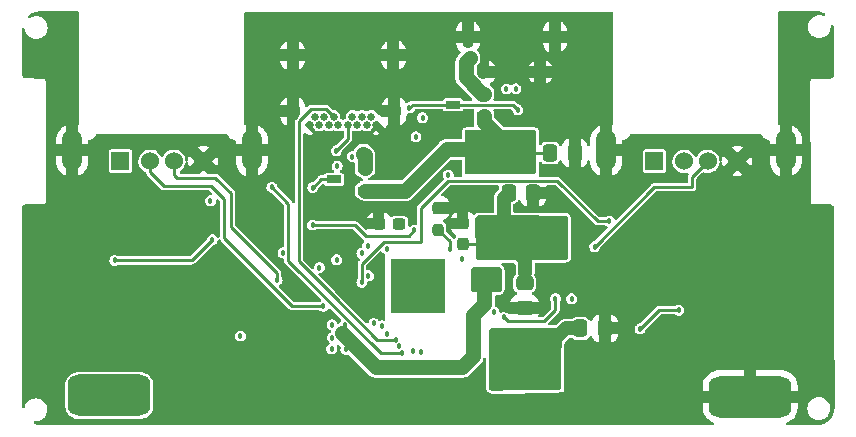
<source format=gbr>
%TF.GenerationSoftware,KiCad,Pcbnew,(6.0.6)*%
%TF.CreationDate,2022-07-25T23:57:11+01:00*%
%TF.ProjectId,Virpar,56697270-6172-42e6-9b69-6361645f7063,rev?*%
%TF.SameCoordinates,Original*%
%TF.FileFunction,Copper,L4,Bot*%
%TF.FilePolarity,Positive*%
%FSLAX46Y46*%
G04 Gerber Fmt 4.6, Leading zero omitted, Abs format (unit mm)*
G04 Created by KiCad (PCBNEW (6.0.6)) date 2022-07-25 23:57:11*
%MOMM*%
%LPD*%
G01*
G04 APERTURE LIST*
G04 Aperture macros list*
%AMRoundRect*
0 Rectangle with rounded corners*
0 $1 Rounding radius*
0 $2 $3 $4 $5 $6 $7 $8 $9 X,Y pos of 4 corners*
0 Add a 4 corners polygon primitive as box body*
4,1,4,$2,$3,$4,$5,$6,$7,$8,$9,$2,$3,0*
0 Add four circle primitives for the rounded corners*
1,1,$1+$1,$2,$3*
1,1,$1+$1,$4,$5*
1,1,$1+$1,$6,$7*
1,1,$1+$1,$8,$9*
0 Add four rect primitives between the rounded corners*
20,1,$1+$1,$2,$3,$4,$5,0*
20,1,$1+$1,$4,$5,$6,$7,0*
20,1,$1+$1,$6,$7,$8,$9,0*
20,1,$1+$1,$8,$9,$2,$3,0*%
G04 Aperture macros list end*
%TA.AperFunction,SMDPad,CuDef*%
%ADD10R,6.000000X5.200000*%
%TD*%
%TA.AperFunction,SMDPad,CuDef*%
%ADD11R,6.000000X3.700000*%
%TD*%
%TA.AperFunction,SMDPad,CuDef*%
%ADD12R,7.500000X3.500000*%
%TD*%
%TA.AperFunction,ComponentPad*%
%ADD13C,0.500000*%
%TD*%
%TA.AperFunction,SMDPad,CuDef*%
%ADD14R,4.600000X4.600000*%
%TD*%
%TA.AperFunction,ComponentPad*%
%ADD15RoundRect,0.875000X-2.625000X-0.875000X2.625000X-0.875000X2.625000X0.875000X-2.625000X0.875000X0*%
%TD*%
%TA.AperFunction,ComponentPad*%
%ADD16R,1.524000X1.524000*%
%TD*%
%TA.AperFunction,ComponentPad*%
%ADD17C,1.524000*%
%TD*%
%TA.AperFunction,ComponentPad*%
%ADD18O,1.700000X3.500000*%
%TD*%
%TA.AperFunction,ComponentPad*%
%ADD19C,0.660400*%
%TD*%
%TA.AperFunction,ComponentPad*%
%ADD20O,1.117600X1.701800*%
%TD*%
%TA.AperFunction,ComponentPad*%
%ADD21O,1.050000X1.250000*%
%TD*%
%TA.AperFunction,ComponentPad*%
%ADD22O,1.000000X1.900000*%
%TD*%
%TA.AperFunction,SMDPad,CuDef*%
%ADD23RoundRect,0.250000X-0.337500X-0.475000X0.337500X-0.475000X0.337500X0.475000X-0.337500X0.475000X0*%
%TD*%
%TA.AperFunction,SMDPad,CuDef*%
%ADD24RoundRect,0.237500X0.237500X-0.300000X0.237500X0.300000X-0.237500X0.300000X-0.237500X-0.300000X0*%
%TD*%
%TA.AperFunction,SMDPad,CuDef*%
%ADD25RoundRect,0.237500X0.300000X0.237500X-0.300000X0.237500X-0.300000X-0.237500X0.300000X-0.237500X0*%
%TD*%
%TA.AperFunction,SMDPad,CuDef*%
%ADD26R,1.220000X0.650000*%
%TD*%
%TA.AperFunction,SMDPad,CuDef*%
%ADD27RoundRect,0.237500X-0.237500X0.250000X-0.237500X-0.250000X0.237500X-0.250000X0.237500X0.250000X0*%
%TD*%
%TA.AperFunction,SMDPad,CuDef*%
%ADD28RoundRect,0.250000X-0.475000X0.337500X-0.475000X-0.337500X0.475000X-0.337500X0.475000X0.337500X0*%
%TD*%
%TA.AperFunction,ViaPad*%
%ADD29C,0.457200*%
%TD*%
%TA.AperFunction,ViaPad*%
%ADD30C,0.685800*%
%TD*%
%TA.AperFunction,Conductor*%
%ADD31C,0.228600*%
%TD*%
%TA.AperFunction,Conductor*%
%ADD32C,1.143000*%
%TD*%
%TA.AperFunction,Conductor*%
%ADD33C,1.270000*%
%TD*%
G04 APERTURE END LIST*
D10*
%TO.P,3,1*%
%TO.N,VSYS*%
X164912200Y-98744800D03*
%TD*%
D11*
%TO.P,2,1*%
%TO.N,VMID*%
X162782200Y-81224800D03*
%TD*%
D12*
%TO.P,1,1*%
%TO.N,VSYS*%
X164597200Y-88454800D03*
%TD*%
D13*
%TO.P,U1,41,EPAD*%
%TO.N,GND*%
X157853600Y-93608000D03*
X154778600Y-93608000D03*
X157853600Y-92583000D03*
X157853600Y-94633000D03*
X154778600Y-94633000D03*
X157853600Y-91558000D03*
X155803600Y-92583000D03*
X153753600Y-91558000D03*
X155803600Y-93608000D03*
D14*
X155803600Y-92583000D03*
D13*
X155803600Y-91558000D03*
X153753600Y-90533000D03*
X153753600Y-94633000D03*
X154778600Y-91558000D03*
X155803600Y-90533000D03*
X156828600Y-91558000D03*
X156828600Y-90533000D03*
X156828600Y-92583000D03*
X154778600Y-92583000D03*
X153753600Y-93608000D03*
X156828600Y-93608000D03*
X155803600Y-94633000D03*
X156828600Y-94633000D03*
X157853600Y-90533000D03*
X154778600Y-90533000D03*
X153753600Y-92583000D03*
%TD*%
D15*
%TO.P,BAT+,1*%
%TO.N,VBAT+*%
X129667000Y-101828600D03*
%TD*%
%TO.P,BAT-,1*%
%TO.N,GND*%
X183921400Y-101930200D03*
%TD*%
D16*
%TO.P,J4,1,VBUS*%
%TO.N,VOUT2*%
X175818800Y-81994400D03*
D17*
%TO.P,J4,2,D-*%
%TO.N,DPA2*%
X178324000Y-82000000D03*
%TO.P,J4,3,D+*%
%TO.N,DMA2*%
X180324000Y-82000000D03*
%TO.P,J4,4,GND*%
%TO.N,GND*%
X182824000Y-82000000D03*
D18*
%TO.P,J4,5,Shield*%
X171729400Y-81080000D03*
X186944000Y-81080000D03*
%TD*%
D16*
%TO.P,J3,1,VBUS*%
%TO.N,VOUT1*%
X130606800Y-81991200D03*
D17*
%TO.P,J3,2,D-*%
%TO.N,DPA1*%
X133112000Y-81996800D03*
%TO.P,J3,3,D+*%
%TO.N,DMA1*%
X135112000Y-81996800D03*
%TO.P,J3,4,GND*%
%TO.N,GND*%
X137612000Y-81996800D03*
D18*
%TO.P,J3,5,Shield*%
X126517400Y-81076800D03*
X141732000Y-81076800D03*
%TD*%
D19*
%TO.P,J2,25*%
%TO.N,N/C*%
X147445792Y-78916399D03*
%TO.P,J2,26*%
X151446422Y-78916399D03*
%TO.P,J2,B1,GND*%
%TO.N,GND*%
X146645666Y-78916399D03*
%TO.P,J2,B2,TX2+*%
%TO.N,unconnected-(J2-PadB2)*%
X147045792Y-78216398D03*
%TO.P,J2,B3,TX2-*%
%TO.N,unconnected-(J2-PadB3)*%
X147845918Y-78216398D03*
%TO.P,J2,B4,VBUS*%
%TO.N,VBUS*%
X148245918Y-78916399D03*
%TO.P,J2,B5,CC2*%
%TO.N,CC2*%
X148646044Y-78216398D03*
%TO.P,J2,B6,D+*%
%TO.N,DPC*%
X149046044Y-78916399D03*
%TO.P,J2,B7,D-*%
%TO.N,DMC*%
X149846170Y-78916399D03*
%TO.P,J2,B8,SBU2*%
%TO.N,unconnected-(J2-PadB8)*%
X150246170Y-78216398D03*
%TO.P,J2,B9,VBUS*%
%TO.N,VBUS*%
X150646296Y-78916399D03*
%TO.P,J2,B10,RX1-*%
%TO.N,unconnected-(J2-PadB10)*%
X151046296Y-78216398D03*
%TO.P,J2,B11,RX1+*%
%TO.N,unconnected-(J2-PadB11)*%
X151846422Y-78216398D03*
%TO.P,J2,B12,GND*%
%TO.N,GND*%
X152246548Y-78916399D03*
D20*
%TO.P,J2,S1,SHIELD*%
X145176108Y-77766399D03*
X153716108Y-73036399D03*
X153771600Y-77749400D03*
X145176108Y-73036399D03*
%TD*%
D21*
%TO.P,J1,6,Shield*%
%TO.N,GND*%
X161340800Y-74450200D03*
D22*
X167386000Y-71450200D03*
D21*
X166166800Y-74450200D03*
D22*
X160020000Y-71450200D03*
%TD*%
D23*
%TO.P,CP19,1*%
%TO.N,VSYS*%
X163478300Y-84658200D03*
%TO.P,CP19,2*%
%TO.N,GND*%
X165553300Y-84658200D03*
%TD*%
D24*
%TO.P,C3,1*%
%TO.N,VSYS*%
X159588200Y-88975100D03*
%TO.P,C3,2*%
%TO.N,GND*%
X159588200Y-87250100D03*
%TD*%
D25*
%TO.P,C4,1*%
%TO.N,VMID*%
X154202300Y-87299800D03*
%TO.P,C4,2*%
%TO.N,GND*%
X152477300Y-87299800D03*
%TD*%
D26*
%TO.P,Q4,1,D*%
%TO.N,VIN*%
X161380800Y-76266000D03*
%TO.P,Q4,2,S*%
%TO.N,VMID*%
X161380800Y-78166000D03*
%TO.P,Q4,3,G*%
%TO.N,VING*%
X158760800Y-77216000D03*
%TD*%
D27*
%TO.P,R10,1*%
%TO.N,GND*%
X157505400Y-85955500D03*
%TO.P,R10,2*%
%TO.N,Net-(R10-Pad2)*%
X157505400Y-87780500D03*
%TD*%
D23*
%TO.P,CP18,1*%
%TO.N,VSYS*%
X169548900Y-96151700D03*
%TO.P,CP18,2*%
%TO.N,GND*%
X171623900Y-96151700D03*
%TD*%
D26*
%TO.P,Q2,1,D*%
%TO.N,VBUS*%
X151297000Y-82590600D03*
%TO.P,Q2,2,S*%
%TO.N,VMID*%
X151297000Y-84490600D03*
%TO.P,Q2,3,G*%
%TO.N,VBUSG*%
X148677000Y-83540600D03*
%TD*%
D28*
%TO.P,CP15,1*%
%TO.N,VSYS*%
X164820600Y-92320200D03*
%TO.P,CP15,2*%
%TO.N,GND*%
X164820600Y-94395200D03*
%TD*%
D23*
%TO.P,CP8,1*%
%TO.N,VMID*%
X166983500Y-81305400D03*
%TO.P,CP8,2*%
%TO.N,GND*%
X169058500Y-81305400D03*
%TD*%
D29*
%TO.N,VMID*%
X160460000Y-81120000D03*
%TO.N,DPC*%
X143425000Y-84200000D03*
%TO.N,GND*%
X179875000Y-94625000D03*
X147487500Y-88625000D03*
X161175000Y-84800000D03*
%TO.N,VBAT+*%
X140756996Y-96799400D03*
X144362500Y-89750000D03*
%TO.N,VSYS*%
X165277800Y-97218500D03*
X163271200Y-97294700D03*
X162331400Y-98005900D03*
X165912800Y-88011000D03*
X164261800Y-99453700D03*
X164896800Y-87274400D03*
X164033200Y-88011000D03*
X163372800Y-98818700D03*
X163398200Y-100342700D03*
X162026600Y-89484200D03*
X164007800Y-89535000D03*
X163093400Y-88722200D03*
X162306000Y-96583500D03*
X166116000Y-98082100D03*
X166116000Y-99479100D03*
X167233600Y-97243900D03*
X161188400Y-88696800D03*
X166243000Y-96481900D03*
X167182800Y-100291900D03*
X166903400Y-87299800D03*
X161264600Y-87299800D03*
X167767000Y-87960200D03*
X162382200Y-100901500D03*
X164185600Y-98005900D03*
X162128200Y-88036400D03*
X167182800Y-98793300D03*
X167843200Y-89484200D03*
X165252400Y-98793300D03*
X164287200Y-101003100D03*
X166878000Y-88696800D03*
X165887400Y-89509600D03*
X164871400Y-88671400D03*
X163042600Y-87299800D03*
X164109400Y-96583500D03*
X166090600Y-100977700D03*
X165227000Y-100291900D03*
X162382200Y-99453700D03*
%TO.N,VMID*%
X164312600Y-81991200D03*
X165100000Y-81026000D03*
X161250000Y-82118200D03*
X162814000Y-80111600D03*
X163626800Y-81000600D03*
X164388800Y-80111600D03*
X154254200Y-87249000D03*
X161163000Y-80137000D03*
X162864800Y-82016600D03*
X162153600Y-81076800D03*
%TO.N,Net-(C6-Pad2)*%
X162229800Y-92506800D03*
X160885613Y-91333000D03*
X162306000Y-91338400D03*
X148525000Y-95850000D03*
X161594800Y-91871800D03*
X149682200Y-97917000D03*
X148488400Y-97891600D03*
X149606000Y-95859600D03*
X149656800Y-96926400D03*
X148539200Y-96926400D03*
X160883600Y-92506800D03*
%TO.N,VOUT1*%
X138225000Y-85350000D03*
X147450337Y-90996790D03*
%TO.N,VOUT2*%
X158350000Y-83175000D03*
X151600000Y-91700000D03*
%TO.N,VBUS*%
X151297000Y-82590600D03*
X151050000Y-89800000D03*
D30*
X151175009Y-81374996D03*
D29*
%TO.N,VIN*%
X153150000Y-89400000D03*
D30*
X160200010Y-73249993D03*
D29*
X155625000Y-79925000D03*
%TO.N,DMB*%
X155397200Y-98094800D03*
X163275000Y-75875000D03*
%TO.N,DPB*%
X164084000Y-75869800D03*
X156057600Y-98120200D03*
%TO.N,CC1*%
X153187400Y-96596200D03*
X150225000Y-81600000D03*
%TO.N,DPC*%
X148950000Y-82400000D03*
X154457400Y-98272600D03*
%TO.N,DMC*%
X148876844Y-81101844D03*
X154203400Y-97637600D03*
%TO.N,CC2*%
X153974800Y-97104200D03*
%TO.N,DPA1*%
X147780936Y-94275971D03*
%TO.N,DMA1*%
X143873286Y-92066843D03*
%TO.N,DPA2*%
X152755600Y-95935800D03*
%TO.N,DMA2*%
X152069800Y-95732600D03*
X170764200Y-89230200D03*
%TO.N,VOUT2G*%
X172000000Y-87075000D03*
X151050000Y-92250000D03*
%TO.N,VBUSG*%
X146887500Y-84225000D03*
X148900000Y-90350000D03*
%TO.N,VING*%
X164250000Y-77650000D03*
X155075000Y-77475000D03*
X151522829Y-89200000D03*
%TO.N,Net-(R2-Pad1)*%
X162236336Y-94742000D03*
X168808400Y-93649800D03*
%TO.N,LIGHT*%
X156184600Y-78306300D03*
X159562800Y-90246200D03*
%TO.N,KEY*%
X146875000Y-87400000D03*
X130125000Y-90400000D03*
X138375000Y-88650000D03*
X155500000Y-87850000D03*
%TO.N,Net-(R7-Pad1)*%
X167436800Y-93624400D03*
X163093400Y-95224600D03*
%TO.N,Net-(R10-Pad2)*%
X158496000Y-89433400D03*
%TO.N,Net-(R12-Pad1)*%
X177866800Y-94615000D03*
X174599600Y-96189800D03*
%TD*%
D31*
%TO.N,DMA1*%
X135375000Y-83400000D02*
X135112000Y-83137000D01*
X138650000Y-83400000D02*
X135375000Y-83400000D01*
X139975000Y-87550000D02*
X139975000Y-84725000D01*
X143873286Y-91448286D02*
X139975000Y-87550000D01*
X143873286Y-92066843D02*
X143873286Y-91448286D01*
X135112000Y-83137000D02*
X135112000Y-81996800D01*
X139975000Y-84725000D02*
X138650000Y-83400000D01*
%TO.N,DPA1*%
X133112000Y-82910682D02*
X133112000Y-81996800D01*
X134326318Y-84125000D02*
X133112000Y-82910682D01*
X138300000Y-84125000D02*
X134326318Y-84125000D01*
X139350000Y-85175000D02*
X138300000Y-84125000D01*
X139350000Y-88475000D02*
X139350000Y-85175000D01*
X145150971Y-94275971D02*
X139350000Y-88475000D01*
X147780936Y-94275971D02*
X145150971Y-94275971D01*
%TO.N,DPC*%
X144807000Y-85582000D02*
X143425000Y-84200000D01*
X152647618Y-98272600D02*
X144807000Y-90431982D01*
X144807000Y-90431982D02*
X144807000Y-85582000D01*
X154457400Y-98272600D02*
X152647618Y-98272600D01*
D32*
%TO.N,VSYS*%
X164871400Y-90398600D02*
X164007800Y-89535000D01*
X163042600Y-85093900D02*
X163042600Y-87299800D01*
X168325800Y-96151700D02*
X167233600Y-97243900D01*
X164871400Y-91443900D02*
X164871400Y-90398600D01*
X169548912Y-96151700D02*
X168325800Y-96151700D01*
D31*
X159588200Y-88975100D02*
X160910100Y-88975100D01*
X160910100Y-88975100D02*
X161188400Y-88696800D01*
D32*
X163478300Y-84658200D02*
X163042600Y-85093900D01*
D33*
%TO.N,VMID*%
X154726600Y-84490600D02*
X158216600Y-81000600D01*
D31*
X154203400Y-87299800D02*
X154254200Y-87249000D01*
X166983500Y-81305400D02*
X165379400Y-81305400D01*
D33*
X161380800Y-78678400D02*
X162814000Y-80111600D01*
X158216600Y-81000600D02*
X163626800Y-81000600D01*
X161380800Y-78166000D02*
X161380800Y-78678400D01*
D31*
X165379400Y-81305400D02*
X165100000Y-81026000D01*
D33*
X151297000Y-84490600D02*
X154726600Y-84490600D01*
%TO.N,Net-(C6-Pad2)*%
X149336447Y-96582043D02*
X152200969Y-99446565D01*
X160485936Y-95055721D02*
X161423561Y-94118096D01*
X161423561Y-92043039D02*
X161594800Y-91871800D01*
X161423561Y-94118096D02*
X161423561Y-92043039D01*
X159553693Y-99446565D02*
X160485936Y-98514322D01*
X152200969Y-99446565D02*
X159553693Y-99446565D01*
X160485936Y-98514322D02*
X160485936Y-95055721D01*
%TO.N,VBUS*%
X151297000Y-81497000D02*
X151297000Y-82590600D01*
X151175000Y-81375000D02*
X151297000Y-81497000D01*
%TO.N,VIN*%
X159825000Y-73625000D02*
X159825000Y-74900000D01*
X160200000Y-73250000D02*
X159825000Y-73625000D01*
X159825000Y-74900000D02*
X161191000Y-76266000D01*
X161191000Y-76266000D02*
X161380800Y-76266000D01*
D31*
%TO.N,DMC*%
X149846170Y-80132518D02*
X149846170Y-78916399D01*
X148876844Y-81101844D02*
X149846170Y-80132518D01*
%TO.N,CC2*%
X152349200Y-97104200D02*
X148583263Y-93338263D01*
X153974800Y-97104200D02*
X152349200Y-97104200D01*
X148589593Y-93348358D02*
X145707487Y-90466252D01*
X148020760Y-77591114D02*
X148646044Y-78216398D01*
X146742924Y-77591114D02*
X148020760Y-77591114D01*
X145707487Y-78626551D02*
X146742924Y-77591114D01*
X145707487Y-90466252D02*
X145707487Y-78626551D01*
%TO.N,DMA2*%
X175793400Y-84201000D02*
X179019200Y-84201000D01*
X179019200Y-83304800D02*
X180324000Y-82000000D01*
X179019200Y-84201000D02*
X179019200Y-83304800D01*
X170764200Y-89230200D02*
X175793400Y-84201000D01*
%TO.N,VOUT2G*%
X151022817Y-90702512D02*
X152925329Y-88800000D01*
X151022817Y-92297817D02*
X151022817Y-90702512D01*
X171000000Y-87075000D02*
X172000000Y-87075000D01*
X152925329Y-88800000D02*
X156075000Y-88800000D01*
X158362219Y-83650000D02*
X167575000Y-83650000D01*
X167575000Y-83650000D02*
X171000000Y-87075000D01*
X156075000Y-85937219D02*
X158362219Y-83650000D01*
X156075000Y-88800000D02*
X156075000Y-85937219D01*
%TO.N,VBUSG*%
X148677000Y-83540600D02*
X147571900Y-83540600D01*
X147571900Y-83540600D02*
X146887500Y-84225000D01*
%TO.N,VING*%
X155334000Y-77216000D02*
X158760800Y-77216000D01*
X164250000Y-77650000D02*
X163816000Y-77216000D01*
X155075000Y-77475000D02*
X155334000Y-77216000D01*
X163816000Y-77216000D02*
X158760800Y-77216000D01*
%TO.N,KEY*%
X155000000Y-88350000D02*
X151378166Y-88350000D01*
X155500000Y-87850000D02*
X155000000Y-88350000D01*
X151378166Y-88350000D02*
X150428166Y-87400000D01*
X150428166Y-87400000D02*
X146875000Y-87400000D01*
X136625000Y-90400000D02*
X130125000Y-90400000D01*
X138375000Y-88650000D02*
X136625000Y-90400000D01*
%TO.N,Net-(R7-Pad1)*%
X166471600Y-95554800D02*
X163423600Y-95554800D01*
X167436800Y-93624400D02*
X167436800Y-94589600D01*
X167436800Y-94589600D02*
X166471600Y-95554800D01*
X163423600Y-95554800D02*
X163093400Y-95224600D01*
%TO.N,Net-(R10-Pad2)*%
X158496000Y-88771100D02*
X157505400Y-87780500D01*
X158496000Y-89433400D02*
X158496000Y-88771100D01*
%TO.N,Net-(R12-Pad1)*%
X176174400Y-94615000D02*
X177866800Y-94615000D01*
X174599600Y-96189800D02*
X176174400Y-94615000D01*
%TD*%
%TA.AperFunction,Conductor*%
%TO.N,VMID*%
G36*
X162920096Y-79338297D02*
G01*
X165531192Y-79340495D01*
X165555757Y-79342934D01*
X165616167Y-79354996D01*
X165661551Y-79373828D01*
X165702245Y-79401050D01*
X165736972Y-79435807D01*
X165764157Y-79476520D01*
X165782951Y-79521920D01*
X165794963Y-79582341D01*
X165797382Y-79606910D01*
X165797382Y-82812391D01*
X165794969Y-82836931D01*
X165782985Y-82897283D01*
X165764233Y-82942641D01*
X165737104Y-82983330D01*
X165702446Y-83018080D01*
X165661828Y-83045317D01*
X165616523Y-83064189D01*
X165585497Y-83070435D01*
X165556200Y-83076333D01*
X165531669Y-83078811D01*
X164567096Y-83081365D01*
X160068816Y-83093273D01*
X160044271Y-83090925D01*
X159983893Y-83079103D01*
X159938489Y-83060473D01*
X159897731Y-83033456D01*
X159862889Y-82998895D01*
X159835546Y-82958360D01*
X159816550Y-82913107D01*
X159804240Y-82852820D01*
X159801695Y-82828296D01*
X159784186Y-79603711D01*
X159786492Y-79579022D01*
X159798280Y-79518282D01*
X159816992Y-79472608D01*
X159844179Y-79431647D01*
X159878999Y-79396667D01*
X159919841Y-79369288D01*
X159965425Y-79350368D01*
X160026109Y-79338301D01*
X160050780Y-79335881D01*
X162920096Y-79338297D01*
G37*
%TD.AperFunction*%
%TD*%
%TA.AperFunction,Conductor*%
%TO.N,GND*%
G36*
X189475290Y-69288442D02*
G01*
X189477152Y-69288442D01*
X189489322Y-69290863D01*
X189501493Y-69288442D01*
X189513715Y-69288442D01*
X189522705Y-69288763D01*
X189552062Y-69290863D01*
X189697156Y-69301242D01*
X189714940Y-69303800D01*
X189905205Y-69345191D01*
X189909733Y-69346176D01*
X189926981Y-69351241D01*
X190113761Y-69420908D01*
X190130112Y-69428375D01*
X190218465Y-69476620D01*
X190268666Y-69526821D01*
X190283757Y-69596195D01*
X190258946Y-69662715D01*
X190202110Y-69705262D01*
X190131295Y-69710326D01*
X190120818Y-69707571D01*
X190055561Y-69687371D01*
X189959315Y-69657577D01*
X189953197Y-69656934D01*
X189953192Y-69656933D01*
X189776331Y-69638345D01*
X189776329Y-69638345D01*
X189770202Y-69637701D01*
X189690534Y-69644951D01*
X189586969Y-69654376D01*
X189586966Y-69654377D01*
X189580830Y-69654935D01*
X189574924Y-69656673D01*
X189574920Y-69656674D01*
X189474570Y-69686209D01*
X189398412Y-69708623D01*
X189392954Y-69711476D01*
X189392950Y-69711478D01*
X189301075Y-69759510D01*
X189229897Y-69796721D01*
X189225099Y-69800579D01*
X189225097Y-69800580D01*
X189163176Y-69850366D01*
X189081702Y-69915873D01*
X188959473Y-70061540D01*
X188956504Y-70066941D01*
X188956503Y-70066942D01*
X188870837Y-70222766D01*
X188870835Y-70222771D01*
X188867865Y-70228173D01*
X188866002Y-70234047D01*
X188866000Y-70234051D01*
X188836643Y-70326598D01*
X188810368Y-70409427D01*
X188789172Y-70598396D01*
X188789688Y-70604537D01*
X188789789Y-70605739D01*
X188789790Y-70605752D01*
X188804128Y-70776495D01*
X188805084Y-70787884D01*
X188821494Y-70845112D01*
X188851627Y-70950200D01*
X188857497Y-70970672D01*
X188860316Y-70976157D01*
X188941599Y-71134317D01*
X188941602Y-71134322D01*
X188944417Y-71139799D01*
X189062531Y-71288822D01*
X189067225Y-71292816D01*
X189067225Y-71292817D01*
X189190311Y-71397571D01*
X189207341Y-71412065D01*
X189212719Y-71415071D01*
X189212721Y-71415072D01*
X189247749Y-71434648D01*
X189373331Y-71504833D01*
X189554178Y-71563594D01*
X189742995Y-71586109D01*
X189749130Y-71585637D01*
X189749132Y-71585637D01*
X189805494Y-71581300D01*
X189932589Y-71571521D01*
X190115739Y-71520385D01*
X190129120Y-71513626D01*
X190195849Y-71479918D01*
X190285468Y-71434648D01*
X190332925Y-71397571D01*
X190430456Y-71321371D01*
X190435312Y-71317577D01*
X190493789Y-71249831D01*
X190555534Y-71178299D01*
X190555535Y-71178297D01*
X190559563Y-71173631D01*
X190653488Y-71008293D01*
X190713510Y-70827860D01*
X190737343Y-70639205D01*
X190737723Y-70612000D01*
X190732232Y-70556002D01*
X190745491Y-70486256D01*
X190794353Y-70434749D01*
X190863306Y-70417835D01*
X190930457Y-70440885D01*
X190974486Y-70496580D01*
X190980751Y-70516922D01*
X190995400Y-70584260D01*
X190997958Y-70602044D01*
X191003674Y-70681952D01*
X191010437Y-70776495D01*
X191010758Y-70785482D01*
X191010758Y-70797705D01*
X191008337Y-70809878D01*
X191010759Y-70822053D01*
X191010759Y-70822883D01*
X191013008Y-70845107D01*
X191030915Y-74248647D01*
X191032714Y-74590490D01*
X191030833Y-74610116D01*
X191030833Y-74613027D01*
X191028412Y-74625200D01*
X191030600Y-74636201D01*
X191029756Y-74649081D01*
X191026648Y-74672691D01*
X191022100Y-74707236D01*
X191013587Y-74739007D01*
X190988270Y-74800127D01*
X190971823Y-74828612D01*
X190931552Y-74881094D01*
X190908294Y-74904352D01*
X190855812Y-74944623D01*
X190827327Y-74961070D01*
X190766205Y-74986387D01*
X190734436Y-74994900D01*
X190676281Y-75002556D01*
X190663401Y-75003400D01*
X190652400Y-75001212D01*
X190640230Y-75003633D01*
X190639675Y-75003633D01*
X190617083Y-75005937D01*
X189266614Y-75015167D01*
X189252788Y-75014500D01*
X189223801Y-75011497D01*
X189194285Y-75021136D01*
X189182225Y-75024421D01*
X189151906Y-75031082D01*
X189142458Y-75038045D01*
X189142377Y-75038087D01*
X189131219Y-75041731D01*
X189121390Y-75050608D01*
X189121388Y-75050609D01*
X189108176Y-75062540D01*
X189098491Y-75070451D01*
X189073506Y-75088866D01*
X189067708Y-75099068D01*
X189067648Y-75099144D01*
X189058939Y-75107009D01*
X189053571Y-75119115D01*
X189046352Y-75135393D01*
X189040724Y-75146553D01*
X189025387Y-75173542D01*
X189024240Y-75185222D01*
X189024218Y-75185309D01*
X189019458Y-75196041D01*
X189019478Y-75209285D01*
X189019505Y-75227083D01*
X189018903Y-75239578D01*
X189015869Y-75270469D01*
X189019309Y-75280815D01*
X189019592Y-75285822D01*
X189034728Y-85402836D01*
X189034039Y-85416179D01*
X189030924Y-85445854D01*
X189035019Y-85458450D01*
X189040299Y-85474692D01*
X189043679Y-85487266D01*
X189047256Y-85503971D01*
X189047257Y-85503974D01*
X189050030Y-85516924D01*
X189056756Y-85526153D01*
X189057502Y-85527613D01*
X189061034Y-85538477D01*
X189081346Y-85561029D01*
X189089533Y-85571124D01*
X189107395Y-85595631D01*
X189117291Y-85601325D01*
X189118567Y-85602356D01*
X189126213Y-85610845D01*
X189153922Y-85623177D01*
X189165525Y-85629078D01*
X189180333Y-85637598D01*
X189180336Y-85637599D01*
X189191812Y-85644202D01*
X189203179Y-85645379D01*
X189204750Y-85645799D01*
X189215191Y-85650446D01*
X189239299Y-85650443D01*
X189245526Y-85650442D01*
X189258510Y-85651111D01*
X189288686Y-85654237D01*
X189299412Y-85650734D01*
X189305065Y-85650433D01*
X190069852Y-85650325D01*
X190640219Y-85650245D01*
X190661176Y-85652307D01*
X190663013Y-85652307D01*
X190675183Y-85654727D01*
X190686180Y-85652539D01*
X190699066Y-85653383D01*
X190736580Y-85658320D01*
X190757215Y-85661036D01*
X190788988Y-85669548D01*
X190850100Y-85694861D01*
X190878587Y-85711308D01*
X190931069Y-85751579D01*
X190954328Y-85774838D01*
X190989318Y-85820439D01*
X190994596Y-85827318D01*
X191011040Y-85855801D01*
X191032622Y-85907908D01*
X191036354Y-85916919D01*
X191044866Y-85948694D01*
X191052529Y-86006927D01*
X191053369Y-86019748D01*
X191051185Y-86030724D01*
X191053605Y-86042894D01*
X191053605Y-86044603D01*
X191055690Y-86065722D01*
X191059852Y-94855412D01*
X191063608Y-102789578D01*
X191061559Y-102810429D01*
X191061559Y-102812347D01*
X191059137Y-102824522D01*
X191061558Y-102836695D01*
X191061558Y-102848918D01*
X191061237Y-102857905D01*
X191049294Y-103024864D01*
X191048758Y-103032353D01*
X191046200Y-103050140D01*
X191005718Y-103236226D01*
X191003824Y-103244933D01*
X190998759Y-103262181D01*
X190929092Y-103448961D01*
X190921625Y-103465312D01*
X190838146Y-103618191D01*
X190826089Y-103640272D01*
X190816371Y-103655395D01*
X190702446Y-103807579D01*
X190696898Y-103814990D01*
X190685125Y-103828575D01*
X190544175Y-103969525D01*
X190530591Y-103981297D01*
X190385776Y-104089706D01*
X190370996Y-104100770D01*
X190355874Y-104110488D01*
X190185643Y-104203442D01*
X190180914Y-104206024D01*
X190164561Y-104213492D01*
X189977781Y-104283159D01*
X189960534Y-104288224D01*
X189765740Y-104330600D01*
X189747956Y-104333158D01*
X189604748Y-104343402D01*
X189573505Y-104345637D01*
X189564515Y-104345958D01*
X189552293Y-104345958D01*
X189540122Y-104343537D01*
X189527951Y-104345958D01*
X189526079Y-104345958D01*
X189505164Y-104348016D01*
X188683486Y-104347810D01*
X187067653Y-104347405D01*
X186999538Y-104327386D01*
X186953058Y-104273719D01*
X186942972Y-104203442D01*
X186972481Y-104138869D01*
X187023045Y-104103578D01*
X187141140Y-104058836D01*
X187150738Y-104054238D01*
X187343860Y-103940707D01*
X187352549Y-103934554D01*
X187523792Y-103790099D01*
X187531299Y-103782592D01*
X187675754Y-103611349D01*
X187681907Y-103602660D01*
X187795438Y-103409538D01*
X187800036Y-103399940D01*
X187879406Y-103190446D01*
X187882320Y-103180218D01*
X187925445Y-102959389D01*
X187926518Y-102950745D01*
X187927501Y-102932596D01*
X188763772Y-102932596D01*
X188764288Y-102938737D01*
X188764389Y-102939939D01*
X188764390Y-102939952D01*
X188777972Y-103101692D01*
X188779684Y-103122084D01*
X188797820Y-103185334D01*
X188821958Y-103269512D01*
X188832097Y-103304872D01*
X188834916Y-103310357D01*
X188916199Y-103468517D01*
X188916202Y-103468522D01*
X188919017Y-103473999D01*
X189037131Y-103623022D01*
X189041825Y-103627016D01*
X189041825Y-103627017D01*
X189156511Y-103724622D01*
X189181941Y-103746265D01*
X189187319Y-103749271D01*
X189187321Y-103749272D01*
X189222349Y-103768848D01*
X189347931Y-103839033D01*
X189528778Y-103897794D01*
X189717595Y-103920309D01*
X189723730Y-103919837D01*
X189723732Y-103919837D01*
X189780094Y-103915500D01*
X189907189Y-103905721D01*
X190090339Y-103854585D01*
X190103643Y-103847865D01*
X190183157Y-103807699D01*
X190260068Y-103768848D01*
X190270229Y-103760910D01*
X190405056Y-103655571D01*
X190409912Y-103651777D01*
X190486728Y-103562785D01*
X190530134Y-103512499D01*
X190530135Y-103512497D01*
X190534163Y-103507831D01*
X190628088Y-103342493D01*
X190688110Y-103162060D01*
X190711943Y-102973405D01*
X190712323Y-102946200D01*
X190693767Y-102756953D01*
X190687972Y-102737757D01*
X190640587Y-102580813D01*
X190638806Y-102574914D01*
X190575746Y-102456315D01*
X190552428Y-102412460D01*
X190552426Y-102412457D01*
X190549534Y-102407018D01*
X190545644Y-102402248D01*
X190545641Y-102402244D01*
X190433240Y-102264427D01*
X190433238Y-102264425D01*
X190429351Y-102259659D01*
X190282835Y-102138450D01*
X190277418Y-102135521D01*
X190277415Y-102135519D01*
X190120983Y-102050937D01*
X190120979Y-102050935D01*
X190115565Y-102048008D01*
X190109685Y-102046188D01*
X190109683Y-102046187D01*
X190063245Y-102031812D01*
X189933915Y-101991777D01*
X189927797Y-101991134D01*
X189927792Y-101991133D01*
X189750931Y-101972545D01*
X189750929Y-101972545D01*
X189744802Y-101971901D01*
X189665134Y-101979151D01*
X189561569Y-101988576D01*
X189561566Y-101988577D01*
X189555430Y-101989135D01*
X189549524Y-101990873D01*
X189549520Y-101990874D01*
X189449170Y-102020409D01*
X189373012Y-102042823D01*
X189367554Y-102045676D01*
X189367550Y-102045678D01*
X189276312Y-102093377D01*
X189204497Y-102130921D01*
X189199699Y-102134779D01*
X189199697Y-102134780D01*
X189190250Y-102142376D01*
X189056302Y-102250073D01*
X188934073Y-102395740D01*
X188931104Y-102401141D01*
X188931103Y-102401142D01*
X188845437Y-102556966D01*
X188845435Y-102556971D01*
X188842465Y-102562373D01*
X188840602Y-102568247D01*
X188840600Y-102568251D01*
X188809779Y-102665413D01*
X188784968Y-102743627D01*
X188763772Y-102932596D01*
X187927501Y-102932596D01*
X187929309Y-102899216D01*
X187929400Y-102895831D01*
X187929400Y-102456315D01*
X187924925Y-102441076D01*
X187923535Y-102439871D01*
X187915852Y-102438200D01*
X179931515Y-102438200D01*
X179916276Y-102442675D01*
X179915071Y-102444065D01*
X179913400Y-102451748D01*
X179913400Y-102895831D01*
X179913491Y-102899216D01*
X179916282Y-102950745D01*
X179917355Y-102959389D01*
X179960480Y-103180218D01*
X179963394Y-103190446D01*
X180042764Y-103399940D01*
X180047362Y-103409538D01*
X180160893Y-103602660D01*
X180167046Y-103611349D01*
X180311501Y-103782592D01*
X180319008Y-103790099D01*
X180490251Y-103934554D01*
X180498940Y-103940707D01*
X180692062Y-104054238D01*
X180701656Y-104058835D01*
X180815592Y-104102001D01*
X180872207Y-104144840D01*
X180896675Y-104211487D01*
X180881226Y-104280783D01*
X180830765Y-104330725D01*
X180770920Y-104345828D01*
X139232372Y-104335421D01*
X123816703Y-104331559D01*
X123795652Y-104329483D01*
X123793887Y-104329483D01*
X123781716Y-104327062D01*
X123769545Y-104329483D01*
X123757313Y-104329483D01*
X123748326Y-104329162D01*
X123718959Y-104327062D01*
X123573884Y-104316688D01*
X123556090Y-104314130D01*
X123361287Y-104271756D01*
X123344046Y-104266693D01*
X123328003Y-104260710D01*
X123271168Y-104218166D01*
X123246355Y-104151646D01*
X123261445Y-104082272D01*
X123311646Y-104032068D01*
X123386952Y-104017540D01*
X123417481Y-104021180D01*
X123423595Y-104021909D01*
X123429730Y-104021437D01*
X123429732Y-104021437D01*
X123486953Y-104017034D01*
X123613189Y-104007321D01*
X123796339Y-103956185D01*
X123827127Y-103940633D01*
X123876449Y-103915718D01*
X123966068Y-103870448D01*
X123984254Y-103856240D01*
X124111056Y-103757171D01*
X124115912Y-103753377D01*
X124180260Y-103678829D01*
X124236134Y-103614099D01*
X124236135Y-103614097D01*
X124240163Y-103609431D01*
X124244010Y-103602660D01*
X124269270Y-103558193D01*
X124334088Y-103444093D01*
X124394110Y-103263660D01*
X124417943Y-103075005D01*
X124418323Y-103047800D01*
X124399767Y-102858553D01*
X124389493Y-102824522D01*
X124346587Y-102682413D01*
X124344806Y-102676514D01*
X124287891Y-102569472D01*
X124258428Y-102514060D01*
X124258426Y-102514057D01*
X124255534Y-102508618D01*
X124251644Y-102503848D01*
X124251641Y-102503844D01*
X124139240Y-102366027D01*
X124139238Y-102366025D01*
X124135351Y-102361259D01*
X123988835Y-102240050D01*
X123983418Y-102237121D01*
X123983415Y-102237119D01*
X123826983Y-102152537D01*
X123826979Y-102152535D01*
X123821565Y-102149608D01*
X123815685Y-102147788D01*
X123815683Y-102147787D01*
X123751985Y-102128069D01*
X123639915Y-102093377D01*
X123633797Y-102092734D01*
X123633792Y-102092733D01*
X123456931Y-102074145D01*
X123456929Y-102074145D01*
X123450802Y-102073501D01*
X123371134Y-102080751D01*
X123267569Y-102090176D01*
X123267566Y-102090177D01*
X123261430Y-102090735D01*
X123255524Y-102092473D01*
X123255520Y-102092474D01*
X123155170Y-102122009D01*
X123079012Y-102144423D01*
X123073554Y-102147276D01*
X123073550Y-102147278D01*
X123063491Y-102152537D01*
X122910497Y-102232521D01*
X122905699Y-102236379D01*
X122905697Y-102236380D01*
X122882797Y-102254792D01*
X122762302Y-102351673D01*
X122640073Y-102497340D01*
X122637104Y-102502741D01*
X122637103Y-102502742D01*
X122551437Y-102658566D01*
X122551435Y-102658571D01*
X122548465Y-102663973D01*
X122546602Y-102669847D01*
X122546600Y-102669851D01*
X122504293Y-102803220D01*
X122464629Y-102862104D01*
X122399427Y-102890196D01*
X122329388Y-102878578D01*
X122276748Y-102830939D01*
X122258191Y-102765201D01*
X122258178Y-102743627D01*
X122256995Y-100869069D01*
X125937900Y-100869069D01*
X125937901Y-102788130D01*
X125938021Y-102790067D01*
X125938021Y-102790077D01*
X125938833Y-102803220D01*
X125940911Y-102836846D01*
X125941947Y-102841579D01*
X125941948Y-102841584D01*
X125970039Y-102969881D01*
X125985972Y-103042653D01*
X126022644Y-103128008D01*
X126063750Y-103223684D01*
X126069138Y-103236226D01*
X126187407Y-103410581D01*
X126336512Y-103559426D01*
X126341479Y-103562783D01*
X126341482Y-103562785D01*
X126506099Y-103674030D01*
X126506104Y-103674033D01*
X126511072Y-103677390D01*
X126704790Y-103760218D01*
X126794116Y-103779612D01*
X126905913Y-103803886D01*
X126905915Y-103803886D01*
X126910676Y-103804920D01*
X126919909Y-103805469D01*
X126955613Y-103807590D01*
X126955622Y-103807590D01*
X126957469Y-103807700D01*
X129601469Y-103807700D01*
X132376530Y-103807699D01*
X132378467Y-103807579D01*
X132378477Y-103807579D01*
X132409170Y-103805682D01*
X132425246Y-103804689D01*
X132429979Y-103803653D01*
X132429984Y-103803652D01*
X132625198Y-103760910D01*
X132625199Y-103760910D01*
X132631053Y-103759628D01*
X132760452Y-103704033D01*
X132819117Y-103678829D01*
X132819118Y-103678828D01*
X132824626Y-103676462D01*
X132998981Y-103558193D01*
X133147826Y-103409088D01*
X133154008Y-103399940D01*
X133262430Y-103239501D01*
X133262433Y-103239496D01*
X133265790Y-103234528D01*
X133348618Y-103040810D01*
X133391874Y-102841584D01*
X133392286Y-102839687D01*
X133392286Y-102839685D01*
X133393320Y-102834924D01*
X133395275Y-102802017D01*
X133395990Y-102789987D01*
X133395990Y-102789978D01*
X133396100Y-102788131D01*
X133396099Y-100869070D01*
X133393089Y-100820354D01*
X133348028Y-100614547D01*
X133264862Y-100420974D01*
X133146593Y-100246619D01*
X132997488Y-100097774D01*
X132992521Y-100094417D01*
X132992518Y-100094415D01*
X132827901Y-99983170D01*
X132827896Y-99983167D01*
X132822928Y-99979810D01*
X132629210Y-99896982D01*
X132539884Y-99877588D01*
X132428087Y-99853314D01*
X132428085Y-99853314D01*
X132423324Y-99852280D01*
X132414091Y-99851731D01*
X132378387Y-99849610D01*
X132378378Y-99849610D01*
X132376531Y-99849500D01*
X129732531Y-99849500D01*
X126957470Y-99849501D01*
X126955533Y-99849621D01*
X126955523Y-99849621D01*
X126924830Y-99851518D01*
X126908754Y-99852511D01*
X126904021Y-99853547D01*
X126904016Y-99853548D01*
X126711451Y-99895710D01*
X126702947Y-99897572D01*
X126637138Y-99925846D01*
X126517025Y-99977451D01*
X126509374Y-99980738D01*
X126335019Y-100099007D01*
X126186174Y-100248112D01*
X126182817Y-100253079D01*
X126182815Y-100253082D01*
X126071570Y-100417699D01*
X126071567Y-100417704D01*
X126068210Y-100422672D01*
X125985382Y-100616390D01*
X125940680Y-100822276D01*
X125940391Y-100827141D01*
X125938016Y-100867123D01*
X125937900Y-100869069D01*
X122256995Y-100869069D01*
X122254423Y-96793751D01*
X140294624Y-96793751D01*
X140295788Y-96802653D01*
X140295788Y-96802656D01*
X140302075Y-96850735D01*
X140311623Y-96923750D01*
X140364426Y-97043754D01*
X140448787Y-97144113D01*
X140456258Y-97149086D01*
X140456259Y-97149087D01*
X140472466Y-97159875D01*
X140557925Y-97216762D01*
X140647368Y-97244706D01*
X140674497Y-97253182D01*
X140674498Y-97253182D01*
X140683066Y-97255859D01*
X140747501Y-97257040D01*
X140805174Y-97258097D01*
X140805177Y-97258097D01*
X140814150Y-97258261D01*
X140855543Y-97246976D01*
X140931978Y-97226138D01*
X140931981Y-97226137D01*
X140940640Y-97223776D01*
X140952064Y-97216762D01*
X141044715Y-97159875D01*
X141044718Y-97159872D01*
X141052367Y-97155176D01*
X141140349Y-97057975D01*
X141146210Y-97045879D01*
X141193600Y-96948064D01*
X141193600Y-96948063D01*
X141197513Y-96939987D01*
X141219265Y-96810698D01*
X141219403Y-96799400D01*
X141213875Y-96760800D01*
X141202090Y-96678504D01*
X141202089Y-96678501D01*
X141200817Y-96669618D01*
X141197103Y-96661449D01*
X141150269Y-96558443D01*
X141150267Y-96558440D01*
X141146552Y-96550269D01*
X141074302Y-96466418D01*
X141066832Y-96457749D01*
X141060971Y-96450947D01*
X140979851Y-96398367D01*
X140958485Y-96384518D01*
X140958483Y-96384517D01*
X140950954Y-96379637D01*
X140825344Y-96342072D01*
X140816368Y-96342017D01*
X140816367Y-96342017D01*
X140761955Y-96341685D01*
X140694240Y-96341271D01*
X140568181Y-96377299D01*
X140560594Y-96382086D01*
X140560592Y-96382087D01*
X140541711Y-96394000D01*
X140457301Y-96447259D01*
X140370513Y-96545528D01*
X140366699Y-96553651D01*
X140366698Y-96553653D01*
X140349375Y-96590551D01*
X140314794Y-96664205D01*
X140310884Y-96689318D01*
X140296005Y-96784878D01*
X140296005Y-96784882D01*
X140294624Y-96793751D01*
X122254423Y-96793751D01*
X122251028Y-91414152D01*
X122250384Y-90394351D01*
X129662628Y-90394351D01*
X129663792Y-90403253D01*
X129663792Y-90403256D01*
X129669211Y-90444692D01*
X129679627Y-90524350D01*
X129732430Y-90644354D01*
X129816791Y-90744713D01*
X129824262Y-90749686D01*
X129824263Y-90749687D01*
X129833496Y-90755833D01*
X129925929Y-90817362D01*
X130013602Y-90844753D01*
X130042501Y-90853782D01*
X130042502Y-90853782D01*
X130051070Y-90856459D01*
X130115505Y-90857640D01*
X130173178Y-90858697D01*
X130173181Y-90858697D01*
X130182154Y-90858861D01*
X130233902Y-90844753D01*
X130299982Y-90826738D01*
X130299985Y-90826737D01*
X130308644Y-90824376D01*
X130324508Y-90814636D01*
X130366981Y-90788557D01*
X130410194Y-90762025D01*
X130476121Y-90743400D01*
X136604508Y-90743400D01*
X136615490Y-90743879D01*
X136644415Y-90746410D01*
X136644417Y-90746410D01*
X136655391Y-90747370D01*
X136694094Y-90737000D01*
X136704809Y-90734625D01*
X136712403Y-90733286D01*
X136733409Y-90729582D01*
X136733411Y-90729581D01*
X136744261Y-90727668D01*
X136753804Y-90722158D01*
X136757841Y-90720689D01*
X136761723Y-90718879D01*
X136772366Y-90716027D01*
X136781393Y-90709706D01*
X136781396Y-90709705D01*
X136805194Y-90693042D01*
X136814455Y-90687142D01*
X136849138Y-90667117D01*
X136862346Y-90651377D01*
X136874880Y-90636439D01*
X136882306Y-90628335D01*
X138368332Y-89142309D01*
X138429669Y-89108815D01*
X138432154Y-89108861D01*
X138503320Y-89089459D01*
X138549982Y-89076738D01*
X138549985Y-89076737D01*
X138558644Y-89074376D01*
X138566296Y-89069678D01*
X138662719Y-89010475D01*
X138662722Y-89010472D01*
X138670371Y-89005776D01*
X138758353Y-88908575D01*
X138767731Y-88889220D01*
X138811604Y-88798664D01*
X138811604Y-88798663D01*
X138815517Y-88790587D01*
X138829617Y-88706779D01*
X138860644Y-88642920D01*
X138921269Y-88605974D01*
X138992246Y-88607669D01*
X139051038Y-88647468D01*
X139062987Y-88664678D01*
X139082883Y-88699138D01*
X139091330Y-88706226D01*
X139113561Y-88724880D01*
X139121665Y-88732306D01*
X144893660Y-94504301D01*
X144901087Y-94512405D01*
X144912885Y-94526465D01*
X144926833Y-94543088D01*
X144961516Y-94563113D01*
X144970777Y-94569013D01*
X144994575Y-94585676D01*
X144994578Y-94585677D01*
X145003605Y-94591998D01*
X145014248Y-94594850D01*
X145018130Y-94596660D01*
X145022167Y-94598129D01*
X145031710Y-94603639D01*
X145042560Y-94605552D01*
X145042562Y-94605553D01*
X145062192Y-94609014D01*
X145071162Y-94610596D01*
X145081877Y-94612971D01*
X145120580Y-94623341D01*
X145131555Y-94622381D01*
X145131557Y-94622381D01*
X145160485Y-94619850D01*
X145171466Y-94619371D01*
X147432653Y-94619371D01*
X147502472Y-94640484D01*
X147581865Y-94693333D01*
X147631567Y-94708861D01*
X147698437Y-94729753D01*
X147698438Y-94729753D01*
X147707006Y-94732430D01*
X147771441Y-94733611D01*
X147829114Y-94734668D01*
X147829117Y-94734668D01*
X147838090Y-94734832D01*
X147884622Y-94722146D01*
X147955918Y-94702709D01*
X147955921Y-94702708D01*
X147964580Y-94700347D01*
X147972232Y-94695649D01*
X148068655Y-94636446D01*
X148068658Y-94636443D01*
X148076307Y-94631747D01*
X148085639Y-94621438D01*
X148158264Y-94541202D01*
X148164289Y-94534546D01*
X148168202Y-94526469D01*
X148168205Y-94526465D01*
X148171792Y-94519061D01*
X148219493Y-94466477D01*
X148288051Y-94448030D01*
X148355699Y-94469576D01*
X148374275Y-94484897D01*
X149265025Y-95375648D01*
X149299049Y-95437958D01*
X149293984Y-95508774D01*
X149270369Y-95548149D01*
X149219517Y-95605728D01*
X149215703Y-95613851D01*
X149215702Y-95613853D01*
X149185501Y-95678179D01*
X149138444Y-95731341D01*
X149095057Y-95748398D01*
X149087996Y-95749745D01*
X149017334Y-95742862D01*
X148961610Y-95698869D01*
X148949685Y-95678129D01*
X148918275Y-95609046D01*
X148918271Y-95609040D01*
X148914556Y-95600869D01*
X148828975Y-95501547D01*
X148777748Y-95468343D01*
X148726489Y-95435118D01*
X148726487Y-95435117D01*
X148718958Y-95430237D01*
X148593348Y-95392672D01*
X148584372Y-95392617D01*
X148584371Y-95392617D01*
X148529959Y-95392285D01*
X148462244Y-95391871D01*
X148336185Y-95427899D01*
X148328598Y-95432686D01*
X148328596Y-95432687D01*
X148281078Y-95462669D01*
X148225305Y-95497859D01*
X148219363Y-95504587D01*
X148205481Y-95520305D01*
X148138517Y-95596128D01*
X148134703Y-95604251D01*
X148134702Y-95604253D01*
X148118283Y-95639225D01*
X148082798Y-95714805D01*
X148074563Y-95767699D01*
X148064009Y-95835478D01*
X148064009Y-95835482D01*
X148062628Y-95844351D01*
X148063792Y-95853253D01*
X148063792Y-95853256D01*
X148067612Y-95882468D01*
X148079627Y-95974350D01*
X148132430Y-96094354D01*
X148170743Y-96139933D01*
X148206864Y-96182903D01*
X148216791Y-96194713D01*
X148325929Y-96267362D01*
X148336169Y-96270561D01*
X148337613Y-96271525D01*
X148342599Y-96273903D01*
X148342256Y-96274623D01*
X148395224Y-96309965D01*
X148423602Y-96375044D01*
X148412292Y-96445133D01*
X148364883Y-96497982D01*
X148355980Y-96502700D01*
X148350385Y-96504299D01*
X148239505Y-96574259D01*
X148152717Y-96672528D01*
X148148903Y-96680651D01*
X148148902Y-96680653D01*
X148145170Y-96688602D01*
X148096998Y-96791205D01*
X148089662Y-96838324D01*
X148078209Y-96911878D01*
X148078209Y-96911882D01*
X148076828Y-96920751D01*
X148077992Y-96929653D01*
X148077992Y-96929656D01*
X148080953Y-96952300D01*
X148093827Y-97050750D01*
X148146630Y-97170754D01*
X148230991Y-97271113D01*
X148238462Y-97276086D01*
X148238463Y-97276087D01*
X148255553Y-97287463D01*
X148301176Y-97341861D01*
X148310146Y-97412288D01*
X148279617Y-97476386D01*
X148252971Y-97498910D01*
X148188705Y-97539459D01*
X148101917Y-97637728D01*
X148098103Y-97645851D01*
X148098102Y-97645853D01*
X148088904Y-97665445D01*
X148046198Y-97756405D01*
X148040991Y-97789850D01*
X148027409Y-97877078D01*
X148027409Y-97877082D01*
X148026028Y-97885951D01*
X148027192Y-97894853D01*
X148027192Y-97894856D01*
X148031545Y-97928145D01*
X148043027Y-98015950D01*
X148095830Y-98135954D01*
X148180191Y-98236313D01*
X148187662Y-98241286D01*
X148187663Y-98241287D01*
X148203661Y-98251936D01*
X148289329Y-98308962D01*
X148354705Y-98329387D01*
X148405901Y-98345382D01*
X148405902Y-98345382D01*
X148414470Y-98348059D01*
X148478905Y-98349240D01*
X148536578Y-98350297D01*
X148536581Y-98350297D01*
X148545554Y-98350461D01*
X148604605Y-98334362D01*
X148663382Y-98318338D01*
X148663385Y-98318337D01*
X148672044Y-98315976D01*
X148683468Y-98308962D01*
X148776119Y-98252075D01*
X148776122Y-98252072D01*
X148783771Y-98247376D01*
X148871753Y-98150175D01*
X148882625Y-98127736D01*
X148925004Y-98040264D01*
X148925004Y-98040263D01*
X148928917Y-98032187D01*
X148950669Y-97902898D01*
X148950807Y-97891600D01*
X148944714Y-97849051D01*
X148933494Y-97770704D01*
X148933493Y-97770701D01*
X148932221Y-97761818D01*
X148928507Y-97753650D01*
X148928506Y-97753646D01*
X148918100Y-97730760D01*
X148908112Y-97660470D01*
X148937712Y-97595938D01*
X148997502Y-97557653D01*
X149068499Y-97557771D01*
X149121895Y-97589513D01*
X149204854Y-97672472D01*
X149238880Y-97734784D01*
X149236961Y-97781332D01*
X149239998Y-97781805D01*
X149221209Y-97902478D01*
X149221209Y-97902482D01*
X149219828Y-97911351D01*
X149220992Y-97920253D01*
X149220992Y-97920256D01*
X149226138Y-97959605D01*
X149236827Y-98041350D01*
X149289630Y-98161354D01*
X149295406Y-98168225D01*
X149365773Y-98251936D01*
X149373991Y-98261713D01*
X149381462Y-98266686D01*
X149381463Y-98266687D01*
X149390346Y-98272600D01*
X149483129Y-98334362D01*
X149561705Y-98358911D01*
X149599701Y-98370782D01*
X149599702Y-98370782D01*
X149608270Y-98373459D01*
X149672705Y-98374640D01*
X149730378Y-98375697D01*
X149730381Y-98375697D01*
X149739354Y-98375861D01*
X149801526Y-98358911D01*
X149872506Y-98360290D01*
X149923761Y-98391379D01*
X151560513Y-100028131D01*
X151567656Y-100035898D01*
X151601555Y-100076012D01*
X151606978Y-100080159D01*
X151606980Y-100080160D01*
X151666487Y-100125656D01*
X151668903Y-100127550D01*
X151732672Y-100178821D01*
X151738784Y-100181855D01*
X151741742Y-100183747D01*
X151742003Y-100183930D01*
X151742314Y-100184101D01*
X151745280Y-100185897D01*
X151750703Y-100190043D01*
X151820958Y-100222804D01*
X151824794Y-100224593D01*
X151827565Y-100225927D01*
X151879254Y-100251585D01*
X151900838Y-100262299D01*
X151907464Y-100263951D01*
X151910723Y-100265150D01*
X151911048Y-100265285D01*
X151911377Y-100265382D01*
X151914673Y-100266504D01*
X151920857Y-100269388D01*
X151927511Y-100270875D01*
X151927513Y-100270876D01*
X152000660Y-100287226D01*
X152003656Y-100287935D01*
X152076382Y-100306068D01*
X152076387Y-100306069D01*
X152083006Y-100307719D01*
X152089825Y-100307909D01*
X152093289Y-100308384D01*
X152094129Y-100308535D01*
X152099042Y-100309217D01*
X152104081Y-100310343D01*
X152109840Y-100310665D01*
X152186735Y-100310665D01*
X152190252Y-100310714D01*
X152263856Y-100312770D01*
X152263860Y-100312770D01*
X152270677Y-100312960D01*
X152277380Y-100311681D01*
X152284180Y-100311134D01*
X152284221Y-100311648D01*
X152294617Y-100310665D01*
X159512062Y-100310665D01*
X159522607Y-100311107D01*
X159574930Y-100315501D01*
X159581689Y-100314599D01*
X159581691Y-100314599D01*
X159655978Y-100304686D01*
X159659037Y-100304316D01*
X159733556Y-100296221D01*
X159733557Y-100296221D01*
X159740340Y-100295484D01*
X159746804Y-100293308D01*
X159750231Y-100292555D01*
X159750550Y-100292499D01*
X159750903Y-100292396D01*
X159754259Y-100291572D01*
X159761025Y-100290669D01*
X159769576Y-100287557D01*
X159837829Y-100262715D01*
X159840735Y-100261697D01*
X159911814Y-100237777D01*
X159911817Y-100237776D01*
X159918279Y-100235601D01*
X159924127Y-100232088D01*
X159927281Y-100230630D01*
X159927603Y-100230497D01*
X159927888Y-100230342D01*
X159931044Y-100228789D01*
X159937448Y-100226458D01*
X160006506Y-100182632D01*
X160009123Y-100181016D01*
X160073358Y-100142420D01*
X160079208Y-100138905D01*
X160084165Y-100134218D01*
X160086958Y-100132098D01*
X160087653Y-100131615D01*
X160091608Y-100128624D01*
X160095966Y-100125858D01*
X160100266Y-100122014D01*
X160154635Y-100067645D01*
X160157157Y-100065192D01*
X160192392Y-100031872D01*
X160215618Y-100009908D01*
X160219456Y-100004260D01*
X160223876Y-99999067D01*
X160224268Y-99999401D01*
X160230926Y-99991354D01*
X161067502Y-99154778D01*
X161075269Y-99147635D01*
X161110168Y-99118143D01*
X161115383Y-99113736D01*
X161165032Y-99048797D01*
X161166926Y-99046381D01*
X161213918Y-98987935D01*
X161213919Y-98987934D01*
X161218192Y-98982619D01*
X161221226Y-98976507D01*
X161223118Y-98973549D01*
X161223301Y-98973288D01*
X161223472Y-98972977D01*
X161225268Y-98970011D01*
X161229414Y-98964588D01*
X161263965Y-98890496D01*
X161265298Y-98887726D01*
X161298634Y-98820569D01*
X161301670Y-98814453D01*
X161303322Y-98807827D01*
X161304521Y-98804568D01*
X161304656Y-98804243D01*
X161304753Y-98803914D01*
X161305875Y-98800618D01*
X161308759Y-98794434D01*
X161326597Y-98714631D01*
X161327306Y-98711635D01*
X161334822Y-98681490D01*
X161370710Y-98620231D01*
X161434019Y-98588100D01*
X161504650Y-98595297D01*
X161560177Y-98639538D01*
X161583077Y-98712684D01*
X161569214Y-101162299D01*
X161570237Y-101185532D01*
X161572577Y-101210427D01*
X161572801Y-101211981D01*
X161572803Y-101211994D01*
X161575404Y-101229996D01*
X161575902Y-101233447D01*
X161576198Y-101234963D01*
X161576201Y-101234978D01*
X161584524Y-101277538D01*
X161587871Y-101294653D01*
X161588772Y-101297645D01*
X161588775Y-101297657D01*
X161595692Y-101320623D01*
X161601267Y-101339137D01*
X161602461Y-101342026D01*
X161602462Y-101342029D01*
X161614466Y-101371075D01*
X161620272Y-101385124D01*
X161621754Y-101387895D01*
X161621755Y-101387896D01*
X161640109Y-101422200D01*
X161642185Y-101426081D01*
X161669781Y-101467239D01*
X161699351Y-101503066D01*
X161701565Y-101505262D01*
X161701572Y-101505270D01*
X161732462Y-101535913D01*
X161734676Y-101538109D01*
X161770737Y-101567390D01*
X161812111Y-101594653D01*
X161853247Y-101616239D01*
X161899387Y-101634875D01*
X161943977Y-101647914D01*
X162005281Y-101659392D01*
X162028326Y-101662531D01*
X162053237Y-101664671D01*
X162076475Y-101665508D01*
X162078026Y-101665487D01*
X162078045Y-101665487D01*
X167668203Y-101589031D01*
X167668206Y-101589031D01*
X167669733Y-101589010D01*
X167671250Y-101588916D01*
X167671264Y-101588915D01*
X167690840Y-101587696D01*
X167690852Y-101587695D01*
X167692393Y-101587599D01*
X167707608Y-101585908D01*
X167715121Y-101585073D01*
X167715132Y-101585072D01*
X167716648Y-101584903D01*
X167718162Y-101584660D01*
X167718176Y-101584658D01*
X167728386Y-101583018D01*
X167739062Y-101581304D01*
X167761345Y-101576608D01*
X167787328Y-101573900D01*
X167934762Y-101573900D01*
X168001590Y-101560607D01*
X168077372Y-101509972D01*
X168128007Y-101434190D01*
X168133995Y-101404085D01*
X179913400Y-101404085D01*
X179917875Y-101419324D01*
X179919265Y-101420529D01*
X179926948Y-101422200D01*
X183395285Y-101422200D01*
X183410524Y-101417725D01*
X183411729Y-101416335D01*
X183413400Y-101408652D01*
X183413400Y-101404085D01*
X184429400Y-101404085D01*
X184433875Y-101419324D01*
X184435265Y-101420529D01*
X184442948Y-101422200D01*
X187911285Y-101422200D01*
X187926524Y-101417725D01*
X187927729Y-101416335D01*
X187929400Y-101408652D01*
X187929400Y-100964570D01*
X187929309Y-100961184D01*
X187926518Y-100909655D01*
X187925445Y-100901011D01*
X187882320Y-100680182D01*
X187879406Y-100669954D01*
X187800036Y-100460460D01*
X187795438Y-100450862D01*
X187681907Y-100257740D01*
X187675754Y-100249051D01*
X187531299Y-100077808D01*
X187523792Y-100070301D01*
X187352549Y-99925846D01*
X187343860Y-99919693D01*
X187150738Y-99806162D01*
X187141140Y-99801564D01*
X186931646Y-99722194D01*
X186921418Y-99719280D01*
X186700589Y-99676155D01*
X186691945Y-99675082D01*
X186640416Y-99672291D01*
X186637030Y-99672200D01*
X184447515Y-99672200D01*
X184432276Y-99676675D01*
X184431071Y-99678065D01*
X184429400Y-99685748D01*
X184429400Y-101404085D01*
X183413400Y-101404085D01*
X183413400Y-99690315D01*
X183408925Y-99675076D01*
X183407535Y-99673871D01*
X183399852Y-99672200D01*
X181205770Y-99672200D01*
X181202384Y-99672291D01*
X181150855Y-99675082D01*
X181142211Y-99676155D01*
X180921382Y-99719280D01*
X180911154Y-99722194D01*
X180701660Y-99801564D01*
X180692062Y-99806162D01*
X180498940Y-99919693D01*
X180490251Y-99925846D01*
X180319008Y-100070301D01*
X180311501Y-100077808D01*
X180167046Y-100249051D01*
X180160893Y-100257740D01*
X180047362Y-100450862D01*
X180042764Y-100460460D01*
X179963394Y-100669954D01*
X179960480Y-100680182D01*
X179917355Y-100901011D01*
X179916282Y-100909655D01*
X179913491Y-100961184D01*
X179913400Y-100964570D01*
X179913400Y-101404085D01*
X168133995Y-101404085D01*
X168141300Y-101367362D01*
X168141300Y-101247124D01*
X168144662Y-101220071D01*
X168144345Y-101220007D01*
X168156079Y-101161778D01*
X168156381Y-101160280D01*
X168159781Y-101137839D01*
X168162263Y-101113556D01*
X168163473Y-101090882D01*
X168175391Y-98621616D01*
X168180899Y-97480403D01*
X168201230Y-97412379D01*
X168217803Y-97391916D01*
X168620514Y-96989205D01*
X168682826Y-96955179D01*
X168709609Y-96952300D01*
X168804937Y-96952300D01*
X168873058Y-96972302D01*
X168880501Y-96977473D01*
X168913482Y-97002190D01*
X168978959Y-97051262D01*
X168987360Y-97054412D01*
X168987363Y-97054413D01*
X169014620Y-97064631D01*
X169107462Y-97099436D01*
X169166045Y-97105800D01*
X169548787Y-97105800D01*
X169931754Y-97105799D01*
X169990338Y-97099436D01*
X170083180Y-97064631D01*
X170110437Y-97054413D01*
X170110440Y-97054412D01*
X170118841Y-97051262D01*
X170228659Y-96968959D01*
X170310962Y-96859141D01*
X170320398Y-96833971D01*
X170363039Y-96777206D01*
X170429600Y-96752506D01*
X170498949Y-96767713D01*
X170549068Y-96817999D01*
X170557904Y-96838324D01*
X170592988Y-96943484D01*
X170599161Y-96956662D01*
X170684463Y-97094507D01*
X170693499Y-97105908D01*
X170808229Y-97220439D01*
X170819640Y-97229451D01*
X170957643Y-97314516D01*
X170970824Y-97320663D01*
X171098706Y-97363080D01*
X171112799Y-97363569D01*
X171115900Y-97357358D01*
X171115900Y-97350801D01*
X172131900Y-97350801D01*
X172135873Y-97364332D01*
X172142699Y-97365313D01*
X172278184Y-97320112D01*
X172291362Y-97313939D01*
X172429207Y-97228637D01*
X172440608Y-97219601D01*
X172555139Y-97104871D01*
X172564151Y-97093460D01*
X172649216Y-96955457D01*
X172655363Y-96942276D01*
X172706538Y-96787990D01*
X172709405Y-96774614D01*
X172719072Y-96680262D01*
X172719227Y-96677227D01*
X172714925Y-96662576D01*
X172713535Y-96661371D01*
X172705852Y-96659700D01*
X172150015Y-96659700D01*
X172134776Y-96664175D01*
X172133571Y-96665565D01*
X172131900Y-96673248D01*
X172131900Y-97350801D01*
X171115900Y-97350801D01*
X171115900Y-96184151D01*
X174137228Y-96184151D01*
X174138392Y-96193053D01*
X174138392Y-96193056D01*
X174142585Y-96225120D01*
X174154227Y-96314150D01*
X174207030Y-96434154D01*
X174291391Y-96534513D01*
X174298862Y-96539486D01*
X174298863Y-96539487D01*
X174315061Y-96550269D01*
X174400529Y-96607162D01*
X174489972Y-96635106D01*
X174517101Y-96643582D01*
X174517102Y-96643582D01*
X174525670Y-96646259D01*
X174590105Y-96647440D01*
X174647778Y-96648497D01*
X174647781Y-96648497D01*
X174656754Y-96648661D01*
X174699181Y-96637094D01*
X174774582Y-96616538D01*
X174774585Y-96616537D01*
X174783244Y-96614176D01*
X174790896Y-96609478D01*
X174887319Y-96550275D01*
X174887322Y-96550272D01*
X174894971Y-96545576D01*
X174901105Y-96538800D01*
X174976928Y-96455031D01*
X174982953Y-96448375D01*
X174993825Y-96425936D01*
X175036204Y-96338464D01*
X175036204Y-96338463D01*
X175040117Y-96330387D01*
X175050183Y-96270560D01*
X175052746Y-96255325D01*
X175087905Y-96187136D01*
X176279736Y-94995305D01*
X176342048Y-94961279D01*
X176368831Y-94958400D01*
X177518517Y-94958400D01*
X177588336Y-94979513D01*
X177667729Y-95032362D01*
X177741536Y-95055421D01*
X177784301Y-95068782D01*
X177784302Y-95068782D01*
X177792870Y-95071459D01*
X177857305Y-95072640D01*
X177914978Y-95073697D01*
X177914981Y-95073697D01*
X177923954Y-95073861D01*
X177965347Y-95062576D01*
X178041782Y-95041738D01*
X178041785Y-95041737D01*
X178050444Y-95039376D01*
X178061868Y-95032362D01*
X178154519Y-94975475D01*
X178154522Y-94975472D01*
X178162171Y-94970776D01*
X178170768Y-94961279D01*
X178241668Y-94882949D01*
X178250153Y-94873575D01*
X178257502Y-94858408D01*
X178303404Y-94763664D01*
X178303404Y-94763663D01*
X178307317Y-94755587D01*
X178329069Y-94626298D01*
X178329207Y-94615000D01*
X178318909Y-94543088D01*
X178311894Y-94494104D01*
X178311893Y-94494101D01*
X178310621Y-94485218D01*
X178293713Y-94448030D01*
X178260073Y-94374043D01*
X178260071Y-94374040D01*
X178256356Y-94365869D01*
X178170775Y-94266547D01*
X178072823Y-94203057D01*
X178068289Y-94200118D01*
X178068287Y-94200117D01*
X178060758Y-94195237D01*
X177935148Y-94157672D01*
X177926172Y-94157617D01*
X177926171Y-94157617D01*
X177871759Y-94157285D01*
X177804044Y-94156871D01*
X177677985Y-94192899D01*
X177584058Y-94252163D01*
X177516824Y-94271600D01*
X176194893Y-94271600D01*
X176183911Y-94271121D01*
X176176630Y-94270484D01*
X176144010Y-94267630D01*
X176133359Y-94270484D01*
X176133358Y-94270484D01*
X176105318Y-94277997D01*
X176094587Y-94280376D01*
X176081487Y-94282686D01*
X176065993Y-94285418D01*
X176065992Y-94285418D01*
X176055139Y-94287332D01*
X176045596Y-94292842D01*
X176041556Y-94294312D01*
X176037675Y-94296122D01*
X176027034Y-94298973D01*
X176018007Y-94305294D01*
X176018004Y-94305295D01*
X175994206Y-94321958D01*
X175984945Y-94327858D01*
X175950262Y-94347883D01*
X175943174Y-94356330D01*
X175924520Y-94378561D01*
X175917094Y-94386665D01*
X174606178Y-95697581D01*
X174543866Y-95731607D01*
X174543282Y-95731710D01*
X174536844Y-95731671D01*
X174528217Y-95734137D01*
X174528214Y-95734137D01*
X174469815Y-95750828D01*
X174410785Y-95767699D01*
X174403198Y-95772486D01*
X174403196Y-95772487D01*
X174350053Y-95806018D01*
X174299905Y-95837659D01*
X174213117Y-95935928D01*
X174209303Y-95944051D01*
X174209302Y-95944053D01*
X174187757Y-95989943D01*
X174157398Y-96054605D01*
X174156017Y-96063477D01*
X174138609Y-96175278D01*
X174138609Y-96175282D01*
X174137228Y-96184151D01*
X171115900Y-96184151D01*
X171115900Y-95625585D01*
X172131900Y-95625585D01*
X172136375Y-95640824D01*
X172137765Y-95642029D01*
X172145448Y-95643700D01*
X172701284Y-95643700D01*
X172716523Y-95639225D01*
X172717728Y-95637835D01*
X172719399Y-95630152D01*
X172719399Y-95629605D01*
X172719062Y-95623086D01*
X172709143Y-95527494D01*
X172706251Y-95514100D01*
X172654812Y-95359916D01*
X172648639Y-95346738D01*
X172563337Y-95208893D01*
X172554301Y-95197492D01*
X172439571Y-95082961D01*
X172428160Y-95073949D01*
X172290157Y-94988884D01*
X172276976Y-94982737D01*
X172149094Y-94940320D01*
X172135001Y-94939831D01*
X172131900Y-94946042D01*
X172131900Y-95625585D01*
X171115900Y-95625585D01*
X171115900Y-94952599D01*
X171111927Y-94939068D01*
X171105101Y-94938087D01*
X170969616Y-94983288D01*
X170956438Y-94989461D01*
X170818593Y-95074763D01*
X170807192Y-95083799D01*
X170692661Y-95198529D01*
X170683649Y-95209940D01*
X170598584Y-95347943D01*
X170592437Y-95361124D01*
X170558001Y-95464943D01*
X170517570Y-95523303D01*
X170452005Y-95550539D01*
X170382124Y-95538005D01*
X170330112Y-95489680D01*
X170320426Y-95469503D01*
X170314115Y-95452667D01*
X170314112Y-95452661D01*
X170310962Y-95444259D01*
X170228659Y-95334441D01*
X170118841Y-95252138D01*
X170110440Y-95248988D01*
X170110437Y-95248987D01*
X170010173Y-95211400D01*
X169990338Y-95203964D01*
X169931755Y-95197600D01*
X169549013Y-95197600D01*
X169166046Y-95197601D01*
X169107462Y-95203964D01*
X169087627Y-95211400D01*
X168987363Y-95248987D01*
X168987360Y-95248988D01*
X168978959Y-95252138D01*
X168948091Y-95275272D01*
X168880501Y-95325927D01*
X168813995Y-95350774D01*
X168804937Y-95351100D01*
X168334979Y-95351100D01*
X168333659Y-95351093D01*
X168332045Y-95351076D01*
X168244383Y-95350158D01*
X168222908Y-95354801D01*
X168202488Y-95359216D01*
X168189905Y-95361277D01*
X168154303Y-95365270D01*
X168154301Y-95365270D01*
X168147306Y-95366055D01*
X168121283Y-95375117D01*
X168116011Y-95376953D01*
X168101201Y-95381115D01*
X168068825Y-95388115D01*
X168062440Y-95391092D01*
X168062435Y-95391094D01*
X168029971Y-95406232D01*
X168018160Y-95411028D01*
X167999486Y-95417531D01*
X167977683Y-95425124D01*
X167971708Y-95428858D01*
X167971707Y-95428858D01*
X167949582Y-95442683D01*
X167936074Y-95450018D01*
X167906040Y-95464023D01*
X167900478Y-95468338D01*
X167900469Y-95468343D01*
X167872164Y-95490300D01*
X167861724Y-95497584D01*
X167825362Y-95520305D01*
X167796822Y-95548647D01*
X167796223Y-95549207D01*
X167795559Y-95549722D01*
X167769837Y-95575444D01*
X167713544Y-95631346D01*
X167697914Y-95646867D01*
X167697262Y-95647894D01*
X167696175Y-95649106D01*
X167511425Y-95833856D01*
X167449113Y-95867882D01*
X167423037Y-95870759D01*
X167202819Y-95871994D01*
X166943486Y-95873449D01*
X166875255Y-95853829D01*
X166828462Y-95800435D01*
X166817964Y-95730219D01*
X166847094Y-95665474D01*
X166853685Y-95658356D01*
X167665130Y-94846911D01*
X167673234Y-94839484D01*
X167695475Y-94820822D01*
X167695476Y-94820821D01*
X167703917Y-94813738D01*
X167723942Y-94779055D01*
X167729842Y-94769794D01*
X167746505Y-94745996D01*
X167746506Y-94745993D01*
X167752827Y-94736966D01*
X167755679Y-94726323D01*
X167757489Y-94722441D01*
X167758958Y-94718404D01*
X167764468Y-94708861D01*
X167766891Y-94695123D01*
X167771424Y-94669412D01*
X167773800Y-94658694D01*
X167784170Y-94619991D01*
X167782899Y-94605455D01*
X167780679Y-94580086D01*
X167780200Y-94569105D01*
X167780200Y-93975671D01*
X167800202Y-93907550D01*
X167812785Y-93891115D01*
X167814132Y-93889627D01*
X167814132Y-93889626D01*
X167820153Y-93882975D01*
X167826437Y-93870006D01*
X167873404Y-93773064D01*
X167873404Y-93773063D01*
X167877317Y-93764987D01*
X167897647Y-93644151D01*
X168346028Y-93644151D01*
X168347192Y-93653053D01*
X168347192Y-93653056D01*
X168348244Y-93661098D01*
X168363027Y-93774150D01*
X168415830Y-93894154D01*
X168443536Y-93927114D01*
X168484353Y-93975671D01*
X168500191Y-93994513D01*
X168507662Y-93999486D01*
X168507663Y-93999487D01*
X168523870Y-94010275D01*
X168609329Y-94067162D01*
X168698772Y-94095106D01*
X168725901Y-94103582D01*
X168725902Y-94103582D01*
X168734470Y-94106259D01*
X168798905Y-94107440D01*
X168856578Y-94108497D01*
X168856581Y-94108497D01*
X168865554Y-94108661D01*
X168906947Y-94097376D01*
X168983382Y-94076538D01*
X168983385Y-94076537D01*
X168992044Y-94074176D01*
X169003468Y-94067162D01*
X169096119Y-94010275D01*
X169096122Y-94010272D01*
X169103771Y-94005576D01*
X169133104Y-93973170D01*
X169185728Y-93915031D01*
X169191753Y-93908375D01*
X169197911Y-93895666D01*
X169245004Y-93798464D01*
X169245004Y-93798463D01*
X169248917Y-93790387D01*
X169270669Y-93661098D01*
X169270807Y-93649800D01*
X169259069Y-93567836D01*
X169253494Y-93528904D01*
X169253493Y-93528901D01*
X169252221Y-93520018D01*
X169246065Y-93506478D01*
X169201673Y-93408843D01*
X169201671Y-93408840D01*
X169197956Y-93400669D01*
X169112375Y-93301347D01*
X169097411Y-93291648D01*
X169009889Y-93234918D01*
X169009887Y-93234917D01*
X169002358Y-93230037D01*
X168876748Y-93192472D01*
X168867772Y-93192417D01*
X168867771Y-93192417D01*
X168813359Y-93192085D01*
X168745644Y-93191671D01*
X168619585Y-93227699D01*
X168611998Y-93232486D01*
X168611996Y-93232487D01*
X168583184Y-93250666D01*
X168508705Y-93297659D01*
X168502763Y-93304387D01*
X168490380Y-93318408D01*
X168421917Y-93395928D01*
X168418103Y-93404051D01*
X168418102Y-93404053D01*
X168415853Y-93408843D01*
X168366198Y-93514605D01*
X168364817Y-93523477D01*
X168347409Y-93635278D01*
X168347409Y-93635282D01*
X168346028Y-93644151D01*
X167897647Y-93644151D01*
X167899069Y-93635698D01*
X167899207Y-93624400D01*
X167884259Y-93520018D01*
X167881894Y-93503504D01*
X167881893Y-93503501D01*
X167880621Y-93494618D01*
X167862955Y-93455763D01*
X167830073Y-93383443D01*
X167830071Y-93383440D01*
X167826356Y-93375269D01*
X167740775Y-93275947D01*
X167704427Y-93252387D01*
X167638289Y-93209518D01*
X167638287Y-93209517D01*
X167630758Y-93204637D01*
X167505148Y-93167072D01*
X167496172Y-93167017D01*
X167496171Y-93167017D01*
X167441759Y-93166685D01*
X167374044Y-93166271D01*
X167247985Y-93202299D01*
X167240398Y-93207086D01*
X167240396Y-93207087D01*
X167207728Y-93227699D01*
X167137105Y-93272259D01*
X167050317Y-93370528D01*
X167046503Y-93378651D01*
X167046502Y-93378653D01*
X167036166Y-93400669D01*
X166994598Y-93489205D01*
X166989262Y-93523477D01*
X166975809Y-93609878D01*
X166975809Y-93609882D01*
X166974428Y-93618751D01*
X166975592Y-93627653D01*
X166975592Y-93627656D01*
X166982928Y-93683751D01*
X166991427Y-93748750D01*
X167044230Y-93868754D01*
X167063851Y-93892096D01*
X167092372Y-93957108D01*
X167093400Y-93973170D01*
X167093400Y-94395169D01*
X167073398Y-94463290D01*
X167056495Y-94484264D01*
X166366264Y-95174495D01*
X166303952Y-95208521D01*
X166277169Y-95211400D01*
X166110000Y-95211400D01*
X166041879Y-95191398D01*
X165995386Y-95137742D01*
X165985282Y-95067468D01*
X165990407Y-95045733D01*
X166031980Y-94920395D01*
X166032469Y-94906301D01*
X166026258Y-94903200D01*
X163621499Y-94903200D01*
X163599846Y-94909558D01*
X163550911Y-94941006D01*
X163479914Y-94941006D01*
X163419960Y-94902358D01*
X163403236Y-94882949D01*
X163397375Y-94876147D01*
X163370007Y-94858408D01*
X163294889Y-94809718D01*
X163294887Y-94809717D01*
X163287358Y-94804837D01*
X163161748Y-94767272D01*
X163152772Y-94767217D01*
X163152771Y-94767217D01*
X163098359Y-94766885D01*
X163030644Y-94766471D01*
X162904585Y-94802499D01*
X162893144Y-94809718D01*
X162888151Y-94812868D01*
X162819866Y-94832302D01*
X162751914Y-94811733D01*
X162705870Y-94757691D01*
X162696191Y-94724177D01*
X162680157Y-94612218D01*
X162676443Y-94604049D01*
X162629609Y-94501043D01*
X162629607Y-94501040D01*
X162625892Y-94492869D01*
X162540311Y-94393547D01*
X162532776Y-94388663D01*
X162437825Y-94327118D01*
X162437823Y-94327117D01*
X162430294Y-94322237D01*
X162421697Y-94319666D01*
X162421695Y-94319665D01*
X162377559Y-94306466D01*
X162318026Y-94267785D01*
X162288855Y-94203057D01*
X162287661Y-94185749D01*
X162287661Y-94132330D01*
X162287710Y-94128813D01*
X162289766Y-94055209D01*
X162289766Y-94055205D01*
X162289956Y-94048388D01*
X162288677Y-94041685D01*
X162288130Y-94034885D01*
X162288644Y-94034844D01*
X162287661Y-94024448D01*
X162287661Y-93451100D01*
X162307663Y-93382979D01*
X162361319Y-93336486D01*
X162413661Y-93325100D01*
X162623380Y-93325100D01*
X162624918Y-93325024D01*
X162624937Y-93325024D01*
X162640914Y-93324239D01*
X162646325Y-93323973D01*
X162670907Y-93321552D01*
X162684492Y-93319536D01*
X162692100Y-93318408D01*
X162692110Y-93318406D01*
X162693635Y-93318180D01*
X162754086Y-93306155D01*
X162798001Y-93292833D01*
X162807569Y-93288870D01*
X162840558Y-93275205D01*
X162840559Y-93275204D01*
X162843421Y-93274019D01*
X162848952Y-93271063D01*
X162861100Y-93264569D01*
X162883892Y-93252387D01*
X162886468Y-93250666D01*
X162922041Y-93226897D01*
X162922047Y-93226893D01*
X162924616Y-93225176D01*
X162946658Y-93207087D01*
X162957697Y-93198028D01*
X162957701Y-93198024D01*
X162960091Y-93196063D01*
X162994854Y-93161300D01*
X163023967Y-93125825D01*
X163035133Y-93109115D01*
X163049457Y-93087677D01*
X163049459Y-93087674D01*
X163051178Y-93085101D01*
X163072810Y-93044630D01*
X163091624Y-92999210D01*
X163104946Y-92955295D01*
X163116971Y-92894844D01*
X163120343Y-92872116D01*
X163122764Y-92847534D01*
X163123891Y-92824589D01*
X163123891Y-91223811D01*
X163123560Y-91217060D01*
X163122841Y-91202436D01*
X163122764Y-91200866D01*
X163120343Y-91176284D01*
X163116971Y-91153556D01*
X163104946Y-91093105D01*
X163091624Y-91049190D01*
X163072810Y-91003770D01*
X163066505Y-90991973D01*
X163052638Y-90966031D01*
X163051178Y-90963299D01*
X163023967Y-90922575D01*
X162994854Y-90887100D01*
X162960091Y-90852337D01*
X162924616Y-90823224D01*
X162922039Y-90821502D01*
X162911764Y-90814636D01*
X162866238Y-90760158D01*
X162857392Y-90689714D01*
X162888035Y-90625671D01*
X162948438Y-90588362D01*
X162981595Y-90583873D01*
X163870878Y-90582658D01*
X163939025Y-90602567D01*
X163960144Y-90619563D01*
X164033895Y-90693314D01*
X164067921Y-90755626D01*
X164070800Y-90782409D01*
X164070800Y-91489065D01*
X164071193Y-91492568D01*
X164073196Y-91510428D01*
X164060911Y-91580353D01*
X164023546Y-91625298D01*
X164013707Y-91632672D01*
X164003341Y-91640441D01*
X163921038Y-91750259D01*
X163917888Y-91758660D01*
X163917887Y-91758663D01*
X163902541Y-91799598D01*
X163872864Y-91878762D01*
X163866500Y-91937345D01*
X163866501Y-92703054D01*
X163872864Y-92761638D01*
X163875637Y-92769034D01*
X163914846Y-92873623D01*
X163921038Y-92890141D01*
X164003341Y-92999959D01*
X164113159Y-93082262D01*
X164133619Y-93089932D01*
X164138329Y-93091698D01*
X164195094Y-93134339D01*
X164219794Y-93200900D01*
X164204587Y-93270249D01*
X164154301Y-93320368D01*
X164133976Y-93329204D01*
X164028816Y-93364288D01*
X164015638Y-93370461D01*
X163877793Y-93455763D01*
X163866392Y-93464799D01*
X163751861Y-93579529D01*
X163742849Y-93590940D01*
X163657784Y-93728943D01*
X163651637Y-93742124D01*
X163609220Y-93870006D01*
X163608731Y-93884099D01*
X163614942Y-93887200D01*
X166019701Y-93887200D01*
X166033232Y-93883227D01*
X166034213Y-93876401D01*
X165989012Y-93740916D01*
X165982839Y-93727738D01*
X165897537Y-93589893D01*
X165888501Y-93578492D01*
X165773771Y-93463961D01*
X165762360Y-93454949D01*
X165624357Y-93369884D01*
X165611176Y-93363737D01*
X165507357Y-93329301D01*
X165448997Y-93288870D01*
X165421761Y-93223305D01*
X165434295Y-93153424D01*
X165482620Y-93101412D01*
X165502797Y-93091726D01*
X165519633Y-93085415D01*
X165519639Y-93085412D01*
X165528041Y-93082262D01*
X165637859Y-92999959D01*
X165720162Y-92890141D01*
X165726355Y-92873623D01*
X165765562Y-92769037D01*
X165765563Y-92769034D01*
X165768336Y-92761638D01*
X165774700Y-92703055D01*
X165774699Y-91937346D01*
X165768336Y-91878762D01*
X165738659Y-91799598D01*
X165723313Y-91758663D01*
X165723312Y-91758660D01*
X165720162Y-91750259D01*
X165714780Y-91743077D01*
X165714779Y-91743076D01*
X165686138Y-91704860D01*
X165681880Y-91699178D01*
X165657032Y-91632672D01*
X165657700Y-91607822D01*
X165660030Y-91589380D01*
X165672000Y-91494626D01*
X165672000Y-90706026D01*
X165692002Y-90637905D01*
X165745658Y-90591412D01*
X165797827Y-90580026D01*
X168266303Y-90576654D01*
X168289272Y-90575493D01*
X168301597Y-90574261D01*
X168312351Y-90573186D01*
X168312368Y-90573184D01*
X168313877Y-90573033D01*
X168336623Y-90569623D01*
X168338128Y-90569321D01*
X168338146Y-90569318D01*
X168394092Y-90558097D01*
X168394094Y-90558097D01*
X168397118Y-90557490D01*
X168400071Y-90556589D01*
X168400074Y-90556588D01*
X168438098Y-90544983D01*
X168441060Y-90544079D01*
X168477130Y-90529062D01*
X168483637Y-90526353D01*
X168483642Y-90526351D01*
X168486497Y-90525162D01*
X168489218Y-90523701D01*
X168489224Y-90523698D01*
X168509051Y-90513051D01*
X168526973Y-90503427D01*
X168534070Y-90498664D01*
X168565113Y-90477831D01*
X168565116Y-90477829D01*
X168567686Y-90476104D01*
X168580618Y-90465445D01*
X168600749Y-90448852D01*
X168600757Y-90448845D01*
X168603137Y-90446883D01*
X168605310Y-90444700D01*
X168605319Y-90444692D01*
X168635679Y-90414195D01*
X168635681Y-90414193D01*
X168637860Y-90412004D01*
X168655238Y-90390727D01*
X168664967Y-90378816D01*
X168664970Y-90378812D01*
X168666922Y-90376422D01*
X168694062Y-90335587D01*
X168710578Y-90304497D01*
X168714165Y-90297745D01*
X168714167Y-90297741D01*
X168715615Y-90295015D01*
X168734328Y-90249494D01*
X168743977Y-90217362D01*
X168746650Y-90208461D01*
X168746651Y-90208458D01*
X168747542Y-90205490D01*
X168748494Y-90200633D01*
X168753947Y-90172793D01*
X168759404Y-90144938D01*
X168762712Y-90122173D01*
X168763669Y-90112150D01*
X168764745Y-90100869D01*
X168765061Y-90097558D01*
X168766119Y-90074591D01*
X168758398Y-87593052D01*
X168756120Y-86860718D01*
X168756120Y-86860711D01*
X168756115Y-86859165D01*
X168754923Y-86836287D01*
X168752440Y-86811789D01*
X168750292Y-86797574D01*
X168749249Y-86790668D01*
X168749245Y-86790648D01*
X168749017Y-86789136D01*
X168736869Y-86728872D01*
X168723484Y-86685109D01*
X168704633Y-86639857D01*
X168703176Y-86637142D01*
X168703172Y-86637134D01*
X168684447Y-86602248D01*
X168682991Y-86599535D01*
X168655789Y-86558953D01*
X168626710Y-86523608D01*
X168592011Y-86488974D01*
X168556617Y-86459966D01*
X168515986Y-86432840D01*
X168496099Y-86422213D01*
X168478343Y-86412724D01*
X168478338Y-86412722D01*
X168475629Y-86411274D01*
X168430341Y-86392505D01*
X168408446Y-86385852D01*
X168389499Y-86380095D01*
X168389491Y-86380093D01*
X168386552Y-86379200D01*
X168367370Y-86375370D01*
X168327768Y-86367462D01*
X168327748Y-86367459D01*
X168326273Y-86367164D01*
X168303620Y-86363783D01*
X168279114Y-86361344D01*
X168277583Y-86361267D01*
X168257759Y-86360270D01*
X168257755Y-86360270D01*
X168256226Y-86360193D01*
X168254695Y-86360191D01*
X168254693Y-86360191D01*
X163969040Y-86354758D01*
X163900945Y-86334670D01*
X163854520Y-86280955D01*
X163843200Y-86228758D01*
X163843200Y-85721957D01*
X163863202Y-85653836D01*
X163916858Y-85607343D01*
X163924970Y-85603975D01*
X164039837Y-85560913D01*
X164039840Y-85560912D01*
X164048241Y-85557762D01*
X164158059Y-85475459D01*
X164240362Y-85365641D01*
X164249798Y-85340471D01*
X164292439Y-85283706D01*
X164359000Y-85259006D01*
X164428349Y-85274213D01*
X164478468Y-85324499D01*
X164487304Y-85344824D01*
X164522388Y-85449984D01*
X164528561Y-85463162D01*
X164613863Y-85601007D01*
X164622899Y-85612408D01*
X164737629Y-85726939D01*
X164749040Y-85735951D01*
X164887043Y-85821016D01*
X164900224Y-85827163D01*
X165028106Y-85869580D01*
X165042199Y-85870069D01*
X165045300Y-85863858D01*
X165045300Y-85857301D01*
X166061300Y-85857301D01*
X166065273Y-85870832D01*
X166072099Y-85871813D01*
X166207584Y-85826612D01*
X166220762Y-85820439D01*
X166358607Y-85735137D01*
X166370008Y-85726101D01*
X166484539Y-85611371D01*
X166493551Y-85599960D01*
X166578616Y-85461957D01*
X166584763Y-85448776D01*
X166635938Y-85294490D01*
X166638805Y-85281114D01*
X166648472Y-85186762D01*
X166648627Y-85183727D01*
X166644325Y-85169076D01*
X166642935Y-85167871D01*
X166635252Y-85166200D01*
X166079415Y-85166200D01*
X166064176Y-85170675D01*
X166062971Y-85172065D01*
X166061300Y-85179748D01*
X166061300Y-85857301D01*
X165045300Y-85857301D01*
X165045300Y-84276200D01*
X165065302Y-84208079D01*
X165118958Y-84161586D01*
X165171300Y-84150200D01*
X166630684Y-84150200D01*
X166645923Y-84145725D01*
X166647128Y-84144335D01*
X166648799Y-84136652D01*
X166648799Y-84136105D01*
X166648294Y-84126348D01*
X166649876Y-84126266D01*
X166661636Y-84062548D01*
X166710223Y-84010781D01*
X166774081Y-83993400D01*
X167380569Y-83993400D01*
X167448690Y-84013402D01*
X167469664Y-84030305D01*
X170742689Y-87303330D01*
X170750116Y-87311434D01*
X170775862Y-87342117D01*
X170785411Y-87347630D01*
X170785412Y-87347631D01*
X170810548Y-87362144D01*
X170819816Y-87368048D01*
X170843603Y-87384703D01*
X170843605Y-87384704D01*
X170852634Y-87391026D01*
X170863279Y-87393878D01*
X170867171Y-87395693D01*
X170871195Y-87397158D01*
X170880739Y-87402668D01*
X170891593Y-87404582D01*
X170891596Y-87404583D01*
X170920203Y-87409628D01*
X170930930Y-87412006D01*
X170958963Y-87419517D01*
X170958966Y-87419517D01*
X170969609Y-87422369D01*
X170980584Y-87421409D01*
X170980585Y-87421409D01*
X171009502Y-87418879D01*
X171020483Y-87418400D01*
X171651717Y-87418400D01*
X171721536Y-87439513D01*
X171774468Y-87474748D01*
X171800929Y-87492362D01*
X171799059Y-87495171D01*
X171839740Y-87531643D01*
X171858588Y-87600093D01*
X171837437Y-87667866D01*
X171821701Y-87687058D01*
X170770778Y-88737981D01*
X170708466Y-88772007D01*
X170707882Y-88772110D01*
X170701444Y-88772071D01*
X170692817Y-88774537D01*
X170692814Y-88774537D01*
X170636658Y-88790587D01*
X170575385Y-88808099D01*
X170464505Y-88878059D01*
X170377717Y-88976328D01*
X170373903Y-88984451D01*
X170373902Y-88984453D01*
X170361685Y-89010475D01*
X170321998Y-89095005D01*
X170316440Y-89130702D01*
X170303209Y-89215678D01*
X170303209Y-89215682D01*
X170301828Y-89224551D01*
X170302992Y-89233453D01*
X170302992Y-89233456D01*
X170308931Y-89278871D01*
X170318827Y-89354550D01*
X170371630Y-89474554D01*
X170387500Y-89493433D01*
X170448474Y-89565970D01*
X170455991Y-89574913D01*
X170463462Y-89579886D01*
X170463463Y-89579887D01*
X170477379Y-89589150D01*
X170565129Y-89647562D01*
X170654572Y-89675506D01*
X170681701Y-89683982D01*
X170681702Y-89683982D01*
X170690270Y-89686659D01*
X170754705Y-89687840D01*
X170812378Y-89688897D01*
X170812381Y-89688897D01*
X170821354Y-89689061D01*
X170890470Y-89670218D01*
X170939182Y-89656938D01*
X170939185Y-89656937D01*
X170947844Y-89654576D01*
X170959268Y-89647562D01*
X171051919Y-89590675D01*
X171051922Y-89590672D01*
X171059571Y-89585976D01*
X171147553Y-89488775D01*
X171158425Y-89466336D01*
X171200804Y-89378864D01*
X171200804Y-89378863D01*
X171204717Y-89370787D01*
X171217346Y-89295725D01*
X171252505Y-89227536D01*
X175898736Y-84581305D01*
X175961048Y-84547279D01*
X175987831Y-84544400D01*
X179079751Y-84544400D01*
X179090110Y-84540630D01*
X179090113Y-84540629D01*
X179098061Y-84537736D01*
X179119275Y-84532051D01*
X179127606Y-84530582D01*
X179138461Y-84528668D01*
X179155343Y-84518921D01*
X179175234Y-84509646D01*
X179193548Y-84502980D01*
X179208469Y-84490459D01*
X179226460Y-84477862D01*
X179233789Y-84473631D01*
X179233793Y-84473628D01*
X179243338Y-84468117D01*
X179255865Y-84453188D01*
X179271388Y-84437665D01*
X179286317Y-84425138D01*
X179296060Y-84408262D01*
X179308654Y-84390277D01*
X179314095Y-84383793D01*
X179314096Y-84383791D01*
X179321180Y-84375349D01*
X179326245Y-84361434D01*
X179327847Y-84357034D01*
X179337126Y-84337134D01*
X179339761Y-84332570D01*
X179346868Y-84320261D01*
X179350251Y-84301075D01*
X179355936Y-84279861D01*
X179358829Y-84271913D01*
X179358830Y-84271910D01*
X179362600Y-84261551D01*
X179362600Y-83499231D01*
X179382602Y-83431110D01*
X179399505Y-83410136D01*
X179625946Y-83183695D01*
X182364345Y-83183695D01*
X182368087Y-83188694D01*
X182382993Y-83195645D01*
X182393285Y-83199391D01*
X182597309Y-83254059D01*
X182608104Y-83255962D01*
X182818525Y-83274372D01*
X182829475Y-83274372D01*
X183039896Y-83255962D01*
X183050691Y-83254059D01*
X183254715Y-83199391D01*
X183265007Y-83195645D01*
X183273289Y-83191783D01*
X183283872Y-83182464D01*
X183282065Y-83176485D01*
X182836812Y-82731232D01*
X182822868Y-82723618D01*
X182821035Y-82723749D01*
X182814420Y-82728000D01*
X182371105Y-83171315D01*
X182364345Y-83183695D01*
X179625946Y-83183695D01*
X179849370Y-82960271D01*
X179911682Y-82926245D01*
X179977401Y-82929533D01*
X180031708Y-82947178D01*
X180110146Y-82972664D01*
X180303144Y-82995678D01*
X180309279Y-82995206D01*
X180309281Y-82995206D01*
X180490795Y-82981239D01*
X180490800Y-82981238D01*
X180496936Y-82980766D01*
X180502866Y-82979110D01*
X180502868Y-82979110D01*
X180665605Y-82933673D01*
X180684140Y-82928498D01*
X180857628Y-82840863D01*
X180867246Y-82833349D01*
X180912628Y-82797892D01*
X181010789Y-82721200D01*
X181014815Y-82716536D01*
X181014818Y-82716533D01*
X181133763Y-82578733D01*
X181137791Y-82574067D01*
X181140834Y-82568710D01*
X181140837Y-82568706D01*
X181185793Y-82489567D01*
X181233796Y-82405067D01*
X181240313Y-82385478D01*
X181275698Y-82279104D01*
X181295147Y-82220639D01*
X181308854Y-82112140D01*
X181337236Y-82047064D01*
X181396296Y-82007663D01*
X181467282Y-82006447D01*
X181527657Y-82043801D01*
X181558252Y-82107867D01*
X181559381Y-82116951D01*
X181568038Y-82215896D01*
X181569941Y-82226691D01*
X181624609Y-82430715D01*
X181628355Y-82441007D01*
X181632217Y-82449289D01*
X181641536Y-82459872D01*
X181647515Y-82458065D01*
X182092768Y-82012812D01*
X182099146Y-82001132D01*
X183547618Y-82001132D01*
X183547749Y-82002965D01*
X183552000Y-82009580D01*
X183995315Y-82452895D01*
X184007695Y-82459655D01*
X184012694Y-82455913D01*
X184019645Y-82441007D01*
X184023391Y-82430715D01*
X184078059Y-82226691D01*
X184079962Y-82215896D01*
X184095771Y-82035206D01*
X185586000Y-82035206D01*
X185586225Y-82040515D01*
X185600124Y-82204325D01*
X185601914Y-82214797D01*
X185657130Y-82427535D01*
X185660665Y-82437575D01*
X185750937Y-82637970D01*
X185756106Y-82647256D01*
X185878850Y-82829575D01*
X185885519Y-82837870D01*
X186037228Y-82996900D01*
X186045186Y-83003941D01*
X186221525Y-83135141D01*
X186230562Y-83140745D01*
X186423735Y-83238959D01*
X186432799Y-83239099D01*
X186436000Y-83232367D01*
X186436000Y-83221361D01*
X187452000Y-83221361D01*
X187455973Y-83234892D01*
X187461570Y-83235697D01*
X187545029Y-83202737D01*
X187554561Y-83198006D01*
X187742462Y-83083984D01*
X187751052Y-83077720D01*
X187917052Y-82933673D01*
X187924472Y-82926042D01*
X188063826Y-82756089D01*
X188069850Y-82747322D01*
X188178576Y-82556318D01*
X188183041Y-82546654D01*
X188258031Y-82340059D01*
X188260802Y-82329792D01*
X188300123Y-82112345D01*
X188301056Y-82104116D01*
X188301930Y-82085598D01*
X188302000Y-82082623D01*
X188302000Y-81606115D01*
X188297525Y-81590876D01*
X188296135Y-81589671D01*
X188288452Y-81588000D01*
X187470115Y-81588000D01*
X187454876Y-81592475D01*
X187453671Y-81593865D01*
X187452000Y-81601548D01*
X187452000Y-83221361D01*
X186436000Y-83221361D01*
X186436000Y-81606115D01*
X186431525Y-81590876D01*
X186430135Y-81589671D01*
X186422452Y-81588000D01*
X185604115Y-81588000D01*
X185588876Y-81592475D01*
X185587671Y-81593865D01*
X185586000Y-81601548D01*
X185586000Y-82035206D01*
X184095771Y-82035206D01*
X184098372Y-82005475D01*
X184098372Y-81994525D01*
X184079962Y-81784104D01*
X184078059Y-81773309D01*
X184023391Y-81569285D01*
X184019645Y-81558993D01*
X184015783Y-81550711D01*
X184006464Y-81540128D01*
X184000485Y-81541935D01*
X183555232Y-81987188D01*
X183547618Y-82001132D01*
X182099146Y-82001132D01*
X182100382Y-81998868D01*
X182100251Y-81997035D01*
X182096000Y-81990420D01*
X181652685Y-81547105D01*
X181640305Y-81540345D01*
X181635306Y-81544087D01*
X181628355Y-81558993D01*
X181624609Y-81569285D01*
X181569941Y-81773309D01*
X181568036Y-81784116D01*
X181559425Y-81882529D01*
X181533562Y-81948647D01*
X181476058Y-81990287D01*
X181405171Y-81994227D01*
X181343407Y-81959217D01*
X181310375Y-81896373D01*
X181308506Y-81883842D01*
X181308378Y-81882529D01*
X181302811Y-81825754D01*
X181301531Y-81812697D01*
X181301530Y-81812692D01*
X181300929Y-81806563D01*
X181299148Y-81800664D01*
X181299147Y-81800659D01*
X181246533Y-81626394D01*
X181244752Y-81620494D01*
X181241057Y-81613544D01*
X181156399Y-81454326D01*
X181156397Y-81454324D01*
X181153503Y-81448880D01*
X181081356Y-81360419D01*
X181034554Y-81303033D01*
X181034551Y-81303030D01*
X181030659Y-81298258D01*
X181022042Y-81291129D01*
X180885648Y-81178294D01*
X180885644Y-81178292D01*
X180880898Y-81174365D01*
X180709925Y-81081920D01*
X180579575Y-81041570D01*
X180530140Y-81026267D01*
X180530137Y-81026266D01*
X180524253Y-81024445D01*
X180518128Y-81023801D01*
X180518127Y-81023801D01*
X180337081Y-81004772D01*
X180337080Y-81004772D01*
X180330953Y-81004128D01*
X180255751Y-81010972D01*
X180143527Y-81021185D01*
X180143524Y-81021186D01*
X180137388Y-81021744D01*
X180131482Y-81023482D01*
X180131478Y-81023483D01*
X180061119Y-81044191D01*
X179950931Y-81076621D01*
X179945473Y-81079474D01*
X179945469Y-81079476D01*
X179853307Y-81127658D01*
X179778684Y-81166670D01*
X179773886Y-81170528D01*
X179773884Y-81170529D01*
X179758763Y-81182687D01*
X179627208Y-81288460D01*
X179502273Y-81437352D01*
X179434126Y-81561311D01*
X179383782Y-81611368D01*
X179314365Y-81626262D01*
X179247916Y-81601261D01*
X179212461Y-81559763D01*
X179156399Y-81454326D01*
X179156397Y-81454324D01*
X179153503Y-81448880D01*
X179081356Y-81360419D01*
X179034554Y-81303033D01*
X179034551Y-81303030D01*
X179030659Y-81298258D01*
X179022042Y-81291129D01*
X178885648Y-81178294D01*
X178885644Y-81178292D01*
X178880898Y-81174365D01*
X178709925Y-81081920D01*
X178579575Y-81041570D01*
X178530140Y-81026267D01*
X178530137Y-81026266D01*
X178524253Y-81024445D01*
X178518128Y-81023801D01*
X178518127Y-81023801D01*
X178337081Y-81004772D01*
X178337080Y-81004772D01*
X178330953Y-81004128D01*
X178255751Y-81010972D01*
X178143527Y-81021185D01*
X178143524Y-81021186D01*
X178137388Y-81021744D01*
X178131482Y-81023482D01*
X178131478Y-81023483D01*
X178061119Y-81044191D01*
X177950931Y-81076621D01*
X177945473Y-81079474D01*
X177945469Y-81079476D01*
X177853307Y-81127658D01*
X177778684Y-81166670D01*
X177773886Y-81170528D01*
X177773884Y-81170529D01*
X177758763Y-81182687D01*
X177627208Y-81288460D01*
X177502273Y-81437352D01*
X177499309Y-81442744D01*
X177499306Y-81442748D01*
X177435689Y-81558467D01*
X177408637Y-81607675D01*
X177406776Y-81613542D01*
X177406775Y-81613544D01*
X177352667Y-81784116D01*
X177349867Y-81792942D01*
X177328201Y-81986095D01*
X177330447Y-82012841D01*
X177342322Y-82154253D01*
X177344465Y-82179778D01*
X177364705Y-82250363D01*
X177395422Y-82357487D01*
X177398039Y-82366614D01*
X177400858Y-82372099D01*
X177484065Y-82534003D01*
X177484068Y-82534008D01*
X177486883Y-82539485D01*
X177607612Y-82691807D01*
X177612305Y-82695801D01*
X177612306Y-82695802D01*
X177748610Y-82811805D01*
X177755629Y-82817779D01*
X177925294Y-82912602D01*
X178110146Y-82972664D01*
X178303144Y-82995678D01*
X178309279Y-82995206D01*
X178309281Y-82995206D01*
X178490795Y-82981239D01*
X178490800Y-82981238D01*
X178496936Y-82980766D01*
X178532774Y-82970760D01*
X178568115Y-82960893D01*
X178639105Y-82961840D01*
X178698314Y-83001016D01*
X178726943Y-83065985D01*
X178715904Y-83136118D01*
X178712459Y-83142047D01*
X178709493Y-83148408D01*
X178703173Y-83157434D01*
X178700321Y-83168077D01*
X178698511Y-83171959D01*
X178697042Y-83175996D01*
X178691532Y-83185539D01*
X178689619Y-83196389D01*
X178689618Y-83196391D01*
X178684576Y-83224988D01*
X178682200Y-83235706D01*
X178671830Y-83274409D01*
X178672790Y-83285383D01*
X178672790Y-83285385D01*
X178675321Y-83314310D01*
X178675800Y-83325292D01*
X178675800Y-83731600D01*
X178655798Y-83799721D01*
X178602142Y-83846214D01*
X178549800Y-83857600D01*
X175813892Y-83857600D01*
X175802910Y-83857121D01*
X175773985Y-83854590D01*
X175773983Y-83854590D01*
X175763009Y-83853630D01*
X175724306Y-83864000D01*
X175713591Y-83866375D01*
X175705997Y-83867714D01*
X175684991Y-83871418D01*
X175684989Y-83871419D01*
X175674139Y-83873332D01*
X175664596Y-83878842D01*
X175660559Y-83880311D01*
X175656677Y-83882121D01*
X175646034Y-83884973D01*
X175637007Y-83891294D01*
X175637004Y-83891295D01*
X175613206Y-83907958D01*
X175603945Y-83913858D01*
X175569262Y-83933883D01*
X175562174Y-83942330D01*
X175543520Y-83964561D01*
X175536094Y-83972665D01*
X172609791Y-86898968D01*
X172547479Y-86932994D01*
X172476664Y-86927929D01*
X172419828Y-86885382D01*
X172405996Y-86862025D01*
X172393275Y-86834046D01*
X172393271Y-86834040D01*
X172389556Y-86825869D01*
X172303975Y-86726547D01*
X172251534Y-86692556D01*
X172201489Y-86660118D01*
X172201487Y-86660117D01*
X172193958Y-86655237D01*
X172068348Y-86617672D01*
X172059372Y-86617617D01*
X172059371Y-86617617D01*
X172004959Y-86617285D01*
X171937244Y-86616871D01*
X171811185Y-86652899D01*
X171717258Y-86712163D01*
X171650024Y-86731600D01*
X171194431Y-86731600D01*
X171126310Y-86711598D01*
X171105336Y-86694695D01*
X167832311Y-83421670D01*
X167824884Y-83413566D01*
X167806222Y-83391325D01*
X167806221Y-83391324D01*
X167799138Y-83382883D01*
X167764455Y-83362858D01*
X167755194Y-83356958D01*
X167731396Y-83340295D01*
X167731393Y-83340294D01*
X167722366Y-83333973D01*
X167711723Y-83331121D01*
X167707841Y-83329311D01*
X167703804Y-83327842D01*
X167694261Y-83322332D01*
X167683411Y-83320419D01*
X167683409Y-83320418D01*
X167662403Y-83316714D01*
X167654809Y-83315375D01*
X167644094Y-83313000D01*
X167605391Y-83302630D01*
X167594417Y-83303590D01*
X167594415Y-83303590D01*
X167565490Y-83306121D01*
X167554508Y-83306600D01*
X166123212Y-83306600D01*
X166055091Y-83286598D01*
X166008598Y-83232942D01*
X165999633Y-83156019D01*
X166010093Y-83103432D01*
X166010093Y-83103428D01*
X166011300Y-83097362D01*
X166011300Y-82961823D01*
X166013713Y-82937283D01*
X166016100Y-82925264D01*
X166024586Y-82882526D01*
X166027945Y-82859839D01*
X166030358Y-82835299D01*
X166030576Y-82830865D01*
X166031408Y-82813907D01*
X166031408Y-82813891D01*
X166031482Y-82812391D01*
X166031482Y-82137602D01*
X166051484Y-82069481D01*
X166105140Y-82022988D01*
X166175414Y-82012884D01*
X166239994Y-82042378D01*
X166258307Y-82062036D01*
X166303741Y-82122659D01*
X166413559Y-82204962D01*
X166421960Y-82208112D01*
X166421963Y-82208113D01*
X166498340Y-82236745D01*
X166542062Y-82253136D01*
X166600645Y-82259500D01*
X166983387Y-82259500D01*
X167366354Y-82259499D01*
X167424938Y-82253136D01*
X167480586Y-82232274D01*
X167545037Y-82208113D01*
X167545040Y-82208112D01*
X167553441Y-82204962D01*
X167663259Y-82122659D01*
X167745562Y-82012841D01*
X167754998Y-81987671D01*
X167797639Y-81930906D01*
X167864200Y-81906206D01*
X167933549Y-81921413D01*
X167983668Y-81971699D01*
X167992504Y-81992024D01*
X168027588Y-82097184D01*
X168033761Y-82110362D01*
X168119063Y-82248207D01*
X168128099Y-82259608D01*
X168242829Y-82374139D01*
X168254240Y-82383151D01*
X168392243Y-82468216D01*
X168405424Y-82474363D01*
X168533306Y-82516780D01*
X168547399Y-82517269D01*
X168550500Y-82511058D01*
X168550500Y-82504501D01*
X169566500Y-82504501D01*
X169570473Y-82518032D01*
X169577299Y-82519013D01*
X169712784Y-82473812D01*
X169725962Y-82467639D01*
X169863807Y-82382337D01*
X169875208Y-82373301D01*
X169989739Y-82258571D01*
X169998751Y-82247160D01*
X170083816Y-82109157D01*
X170089964Y-82095974D01*
X170125807Y-81987911D01*
X170166238Y-81929551D01*
X170231802Y-81902314D01*
X170301684Y-81914848D01*
X170353695Y-81963172D01*
X170371400Y-82027578D01*
X170371400Y-82035206D01*
X170371625Y-82040515D01*
X170385524Y-82204325D01*
X170387314Y-82214797D01*
X170442530Y-82427535D01*
X170446065Y-82437575D01*
X170536337Y-82637970D01*
X170541506Y-82647256D01*
X170664250Y-82829575D01*
X170670919Y-82837870D01*
X170822628Y-82996900D01*
X170830586Y-83003941D01*
X171006925Y-83135141D01*
X171015962Y-83140745D01*
X171209135Y-83238959D01*
X171218199Y-83239099D01*
X171221400Y-83232367D01*
X171221400Y-83221361D01*
X172237400Y-83221361D01*
X172241373Y-83234892D01*
X172246970Y-83235697D01*
X172330429Y-83202737D01*
X172339961Y-83198006D01*
X172527862Y-83083984D01*
X172536452Y-83077720D01*
X172702452Y-82933673D01*
X172709872Y-82926042D01*
X172830471Y-82778962D01*
X174827700Y-82778962D01*
X174840993Y-82845790D01*
X174847887Y-82856107D01*
X174847887Y-82856108D01*
X174850380Y-82859839D01*
X174891628Y-82921572D01*
X174967410Y-82972207D01*
X175034238Y-82985500D01*
X176603362Y-82985500D01*
X176670190Y-82972207D01*
X176745972Y-82921572D01*
X176787220Y-82859839D01*
X176789713Y-82856108D01*
X176789713Y-82856107D01*
X176796607Y-82845790D01*
X176809900Y-82778962D01*
X176809900Y-81209838D01*
X176796607Y-81143010D01*
X176745972Y-81067228D01*
X176689958Y-81029801D01*
X176680508Y-81023487D01*
X176680507Y-81023487D01*
X176670190Y-81016593D01*
X176603362Y-81003300D01*
X175034238Y-81003300D01*
X174967410Y-81016593D01*
X174957093Y-81023487D01*
X174957092Y-81023487D01*
X174947642Y-81029801D01*
X174891628Y-81067228D01*
X174840993Y-81143010D01*
X174827700Y-81209838D01*
X174827700Y-82778962D01*
X172830471Y-82778962D01*
X172849226Y-82756089D01*
X172855250Y-82747322D01*
X172963976Y-82556318D01*
X172968441Y-82546654D01*
X173043431Y-82340059D01*
X173046202Y-82329792D01*
X173085523Y-82112345D01*
X173086456Y-82104116D01*
X173087330Y-82085598D01*
X173087400Y-82082623D01*
X173087400Y-81606115D01*
X173082925Y-81590876D01*
X173081535Y-81589671D01*
X173073852Y-81588000D01*
X172255515Y-81588000D01*
X172240276Y-81592475D01*
X172239071Y-81593865D01*
X172237400Y-81601548D01*
X172237400Y-83221361D01*
X171221400Y-83221361D01*
X171221400Y-80817536D01*
X182364128Y-80817536D01*
X182365935Y-80823515D01*
X182811188Y-81268768D01*
X182825132Y-81276382D01*
X182826965Y-81276251D01*
X182833580Y-81272000D01*
X183276895Y-80828685D01*
X183283655Y-80816305D01*
X183279913Y-80811306D01*
X183265007Y-80804355D01*
X183254715Y-80800609D01*
X183050691Y-80745941D01*
X183039896Y-80744038D01*
X182829475Y-80725628D01*
X182818525Y-80725628D01*
X182608104Y-80744038D01*
X182597309Y-80745941D01*
X182393285Y-80800609D01*
X182382993Y-80804355D01*
X182374711Y-80808217D01*
X182364128Y-80817536D01*
X171221400Y-80817536D01*
X171221400Y-78938639D01*
X171217427Y-78925108D01*
X171211830Y-78924303D01*
X171128371Y-78957263D01*
X171118839Y-78961994D01*
X170930938Y-79076016D01*
X170922348Y-79082280D01*
X170756348Y-79226327D01*
X170748928Y-79233958D01*
X170609574Y-79403911D01*
X170603550Y-79412678D01*
X170494824Y-79603682D01*
X170490359Y-79613346D01*
X170415369Y-79819941D01*
X170412598Y-79830208D01*
X170373277Y-80047655D01*
X170372344Y-80055884D01*
X170371470Y-80074402D01*
X170371400Y-80077377D01*
X170371400Y-80583037D01*
X170351398Y-80651158D01*
X170297742Y-80697651D01*
X170227468Y-80707755D01*
X170162888Y-80678261D01*
X170125876Y-80622913D01*
X170089412Y-80513616D01*
X170083239Y-80500438D01*
X169997937Y-80362593D01*
X169988901Y-80351192D01*
X169874171Y-80236661D01*
X169862760Y-80227649D01*
X169724757Y-80142584D01*
X169711576Y-80136437D01*
X169583694Y-80094020D01*
X169569601Y-80093531D01*
X169566500Y-80099742D01*
X169566500Y-82504501D01*
X168550500Y-82504501D01*
X168550500Y-80106299D01*
X168546527Y-80092768D01*
X168539701Y-80091787D01*
X168404216Y-80136988D01*
X168391038Y-80143161D01*
X168253193Y-80228463D01*
X168241792Y-80237499D01*
X168127261Y-80352229D01*
X168118249Y-80363640D01*
X168033184Y-80501643D01*
X168027037Y-80514824D01*
X167992601Y-80618643D01*
X167952170Y-80677003D01*
X167886605Y-80704239D01*
X167816724Y-80691705D01*
X167764712Y-80643380D01*
X167755026Y-80623203D01*
X167748715Y-80606367D01*
X167748712Y-80606361D01*
X167745562Y-80597959D01*
X167663259Y-80488141D01*
X167553441Y-80405838D01*
X167545040Y-80402688D01*
X167545037Y-80402687D01*
X167468660Y-80374055D01*
X167424938Y-80357664D01*
X167366355Y-80351300D01*
X166983613Y-80351300D01*
X166600646Y-80351301D01*
X166542062Y-80357664D01*
X166486414Y-80378526D01*
X166421963Y-80402687D01*
X166421960Y-80402688D01*
X166413559Y-80405838D01*
X166303741Y-80488141D01*
X166262998Y-80542506D01*
X166258309Y-80548762D01*
X166201450Y-80591278D01*
X166130632Y-80596304D01*
X166068338Y-80562245D01*
X166034347Y-80499914D01*
X166031482Y-80473198D01*
X166031482Y-79606910D01*
X166030356Y-79583972D01*
X166027937Y-79559403D01*
X166025454Y-79542653D01*
X166024800Y-79538242D01*
X166024797Y-79538223D01*
X166024570Y-79536694D01*
X166019173Y-79509544D01*
X166013719Y-79482113D01*
X166011300Y-79457544D01*
X166011300Y-79352238D01*
X165998007Y-79285410D01*
X165947372Y-79209628D01*
X165871590Y-79158993D01*
X165804762Y-79145700D01*
X165746668Y-79145700D01*
X165705935Y-79138620D01*
X165705889Y-79138772D01*
X165704659Y-79138398D01*
X165690697Y-79134152D01*
X165687724Y-79133248D01*
X165662005Y-79125427D01*
X165601595Y-79113365D01*
X165578887Y-79109979D01*
X165577341Y-79109826D01*
X165577337Y-79109825D01*
X165555886Y-79107695D01*
X165555874Y-79107694D01*
X165554322Y-79107540D01*
X165531389Y-79106395D01*
X163080838Y-79104332D01*
X163012734Y-79084273D01*
X162991849Y-79067427D01*
X162281805Y-78357383D01*
X162247779Y-78295071D01*
X162244900Y-78268288D01*
X162244900Y-78119099D01*
X162229719Y-77979353D01*
X162227543Y-77972887D01*
X162227541Y-77972878D01*
X162226481Y-77969730D01*
X162219900Y-77929543D01*
X162219900Y-77818438D01*
X162206607Y-77751610D01*
X162199712Y-77741291D01*
X162196534Y-77733618D01*
X162188945Y-77663029D01*
X162220724Y-77599542D01*
X162281782Y-77563314D01*
X162312943Y-77559400D01*
X163621569Y-77559400D01*
X163689690Y-77579402D01*
X163710664Y-77596305D01*
X163761691Y-77647332D01*
X163795717Y-77709644D01*
X163797531Y-77720083D01*
X163804627Y-77774350D01*
X163857430Y-77894354D01*
X163890639Y-77933861D01*
X163934585Y-77986140D01*
X163941791Y-77994713D01*
X163949262Y-77999686D01*
X163949263Y-77999687D01*
X163965470Y-78010475D01*
X164050929Y-78067362D01*
X164140372Y-78095306D01*
X164167501Y-78103782D01*
X164167502Y-78103782D01*
X164176070Y-78106459D01*
X164240505Y-78107640D01*
X164298178Y-78108697D01*
X164298181Y-78108697D01*
X164307154Y-78108861D01*
X164348547Y-78097576D01*
X164424982Y-78076738D01*
X164424985Y-78076737D01*
X164433644Y-78074376D01*
X164441296Y-78069678D01*
X164537719Y-78010475D01*
X164537722Y-78010472D01*
X164545371Y-78005776D01*
X164633353Y-77908575D01*
X164641666Y-77891418D01*
X164686604Y-77798664D01*
X164686604Y-77798663D01*
X164690517Y-77790587D01*
X164712269Y-77661298D01*
X164712407Y-77650000D01*
X164705181Y-77599542D01*
X164695094Y-77529104D01*
X164695093Y-77529101D01*
X164693821Y-77520218D01*
X164639556Y-77400869D01*
X164553975Y-77301547D01*
X164490162Y-77260185D01*
X164451489Y-77235118D01*
X164451487Y-77235117D01*
X164443958Y-77230237D01*
X164318348Y-77192672D01*
X164312467Y-77192636D01*
X164249464Y-77163438D01*
X164243411Y-77157770D01*
X164073311Y-76987670D01*
X164065884Y-76979566D01*
X164047222Y-76957325D01*
X164047221Y-76957324D01*
X164040138Y-76948883D01*
X164005455Y-76928858D01*
X163996194Y-76922958D01*
X163972396Y-76906295D01*
X163972393Y-76906294D01*
X163963366Y-76899973D01*
X163952723Y-76897121D01*
X163948841Y-76895311D01*
X163944804Y-76893842D01*
X163935261Y-76888332D01*
X163924411Y-76886419D01*
X163924409Y-76886418D01*
X163903403Y-76882714D01*
X163895809Y-76881375D01*
X163885094Y-76879000D01*
X163846391Y-76868630D01*
X163835417Y-76869590D01*
X163835415Y-76869590D01*
X163806490Y-76872121D01*
X163795508Y-76872600D01*
X162312943Y-76872600D01*
X162244822Y-76852598D01*
X162198329Y-76798942D01*
X162188225Y-76728668D01*
X162196534Y-76698382D01*
X162199712Y-76690709D01*
X162206607Y-76680390D01*
X162219900Y-76613562D01*
X162219900Y-76498481D01*
X162221592Y-76477902D01*
X162247525Y-76321257D01*
X162247525Y-76321254D01*
X162248640Y-76314520D01*
X162247971Y-76301738D01*
X162239171Y-76133845D01*
X162238814Y-76127032D01*
X162236960Y-76120299D01*
X162224424Y-76074789D01*
X162219900Y-76041329D01*
X162219900Y-75918438D01*
X162210136Y-75869351D01*
X162812628Y-75869351D01*
X162829627Y-75999350D01*
X162882430Y-76119354D01*
X162966791Y-76219713D01*
X162974262Y-76224686D01*
X162974263Y-76224687D01*
X162990470Y-76235475D01*
X163075929Y-76292362D01*
X163146852Y-76314520D01*
X163192501Y-76328782D01*
X163192502Y-76328782D01*
X163201070Y-76331459D01*
X163265505Y-76332640D01*
X163323178Y-76333697D01*
X163323181Y-76333697D01*
X163332154Y-76333861D01*
X163378385Y-76321257D01*
X163449982Y-76301738D01*
X163449985Y-76301737D01*
X163458644Y-76299376D01*
X163466296Y-76294678D01*
X163562719Y-76235475D01*
X163562722Y-76235472D01*
X163570371Y-76230776D01*
X163580590Y-76219487D01*
X163587205Y-76212178D01*
X163647748Y-76175097D01*
X163718728Y-76176634D01*
X163764602Y-76202802D01*
X163770015Y-76207641D01*
X163775791Y-76214513D01*
X163884929Y-76287162D01*
X163972496Y-76314520D01*
X164001501Y-76323582D01*
X164001502Y-76323582D01*
X164010070Y-76326259D01*
X164074505Y-76327440D01*
X164132178Y-76328497D01*
X164132181Y-76328497D01*
X164141154Y-76328661D01*
X164193023Y-76314520D01*
X164258982Y-76296538D01*
X164258985Y-76296537D01*
X164267644Y-76294176D01*
X164275296Y-76289478D01*
X164371719Y-76230275D01*
X164371722Y-76230272D01*
X164379371Y-76225576D01*
X164390897Y-76212843D01*
X164461328Y-76135031D01*
X164467353Y-76128375D01*
X164486647Y-76088553D01*
X164520604Y-76018464D01*
X164520604Y-76018463D01*
X164524517Y-76010387D01*
X164546269Y-75881098D01*
X164546407Y-75869800D01*
X164534427Y-75786143D01*
X164529094Y-75748904D01*
X164529093Y-75748901D01*
X164527821Y-75740018D01*
X164524029Y-75731678D01*
X164477273Y-75628843D01*
X164477271Y-75628840D01*
X164473556Y-75620669D01*
X164387975Y-75521347D01*
X164306270Y-75468388D01*
X164285489Y-75454918D01*
X164285487Y-75454917D01*
X164277958Y-75450037D01*
X164152348Y-75412472D01*
X164143372Y-75412417D01*
X164143371Y-75412417D01*
X164088959Y-75412085D01*
X164021244Y-75411671D01*
X163895185Y-75447699D01*
X163887598Y-75452486D01*
X163887596Y-75452487D01*
X163883238Y-75455237D01*
X163784305Y-75517659D01*
X163772111Y-75531466D01*
X163712028Y-75569285D01*
X163641034Y-75568617D01*
X163593171Y-75537444D01*
X163591598Y-75539248D01*
X163584836Y-75533349D01*
X163578975Y-75526547D01*
X163539472Y-75500942D01*
X163476489Y-75460118D01*
X163476487Y-75460117D01*
X163468958Y-75455237D01*
X163343348Y-75417672D01*
X163334372Y-75417617D01*
X163334371Y-75417617D01*
X163279959Y-75417285D01*
X163212244Y-75416871D01*
X163086185Y-75452899D01*
X163078598Y-75457686D01*
X163078596Y-75457687D01*
X163061636Y-75468388D01*
X162975305Y-75522859D01*
X162888517Y-75621128D01*
X162884703Y-75629251D01*
X162884702Y-75629253D01*
X162871917Y-75656484D01*
X162832798Y-75739805D01*
X162827189Y-75775828D01*
X162814009Y-75860478D01*
X162814009Y-75860482D01*
X162812628Y-75869351D01*
X162210136Y-75869351D01*
X162206607Y-75851610D01*
X162155972Y-75775828D01*
X162080190Y-75725193D01*
X162071160Y-75723397D01*
X162025277Y-75689878D01*
X161980214Y-75636553D01*
X161932608Y-75600156D01*
X161890641Y-75542891D01*
X161886295Y-75472028D01*
X161920950Y-75410064D01*
X161930185Y-75401863D01*
X162062243Y-75295685D01*
X162071013Y-75287097D01*
X162193299Y-75141362D01*
X162200237Y-75131231D01*
X162289827Y-74968267D01*
X162289899Y-74964956D01*
X165217927Y-74964956D01*
X165218870Y-74967842D01*
X165299336Y-75119178D01*
X165306125Y-75129395D01*
X165426372Y-75276834D01*
X165435016Y-75285538D01*
X165581609Y-75406810D01*
X165591780Y-75413670D01*
X165642865Y-75441292D01*
X165656656Y-75444232D01*
X165658194Y-75442160D01*
X165658800Y-75438761D01*
X165658800Y-75432206D01*
X166674800Y-75432206D01*
X166678773Y-75445737D01*
X166681785Y-75446170D01*
X166684284Y-75445363D01*
X166729706Y-75421616D01*
X166739976Y-75414896D01*
X166888243Y-75295685D01*
X166897013Y-75287097D01*
X167019299Y-75141362D01*
X167026237Y-75131231D01*
X167115827Y-74968267D01*
X167115976Y-74961369D01*
X167109416Y-74958200D01*
X166692915Y-74958200D01*
X166677676Y-74962675D01*
X166676471Y-74964065D01*
X166674800Y-74971748D01*
X166674800Y-75432206D01*
X165658800Y-75432206D01*
X165658800Y-74976315D01*
X165654325Y-74961076D01*
X165652935Y-74959871D01*
X165645252Y-74958200D01*
X165231858Y-74958200D01*
X165218327Y-74962173D01*
X165217927Y-74964956D01*
X162289899Y-74964956D01*
X162289976Y-74961369D01*
X162283416Y-74958200D01*
X161157412Y-74958200D01*
X161089291Y-74938198D01*
X161068317Y-74921295D01*
X160869705Y-74722683D01*
X160835679Y-74660371D01*
X160832800Y-74633588D01*
X160832800Y-73924085D01*
X161848800Y-73924085D01*
X161853275Y-73939324D01*
X161854665Y-73940529D01*
X161862348Y-73942200D01*
X162275742Y-73942200D01*
X162286535Y-73939031D01*
X165217624Y-73939031D01*
X165224184Y-73942200D01*
X165640685Y-73942200D01*
X165655924Y-73937725D01*
X165657129Y-73936335D01*
X165658800Y-73928652D01*
X165658800Y-73924085D01*
X166674800Y-73924085D01*
X166679275Y-73939324D01*
X166680665Y-73940529D01*
X166688348Y-73942200D01*
X167101742Y-73942200D01*
X167115273Y-73938227D01*
X167115673Y-73935444D01*
X167114730Y-73932558D01*
X167034264Y-73781222D01*
X167027475Y-73771005D01*
X166907228Y-73623566D01*
X166898584Y-73614862D01*
X166751991Y-73493590D01*
X166741820Y-73486730D01*
X166690735Y-73459108D01*
X166676944Y-73456168D01*
X166675406Y-73458240D01*
X166674800Y-73461639D01*
X166674800Y-73924085D01*
X165658800Y-73924085D01*
X165658800Y-73468194D01*
X165654827Y-73454663D01*
X165651815Y-73454230D01*
X165649316Y-73455037D01*
X165603894Y-73478784D01*
X165593624Y-73485504D01*
X165445357Y-73604715D01*
X165436587Y-73613303D01*
X165314301Y-73759038D01*
X165307363Y-73769169D01*
X165217773Y-73932133D01*
X165217624Y-73939031D01*
X162286535Y-73939031D01*
X162289273Y-73938227D01*
X162289673Y-73935444D01*
X162288730Y-73932558D01*
X162208264Y-73781222D01*
X162201475Y-73771005D01*
X162081228Y-73623566D01*
X162072584Y-73614862D01*
X161925991Y-73493590D01*
X161915820Y-73486730D01*
X161864735Y-73459108D01*
X161850944Y-73456168D01*
X161849406Y-73458240D01*
X161848800Y-73461639D01*
X161848800Y-73924085D01*
X160832800Y-73924085D01*
X160832800Y-73886366D01*
X160852802Y-73818245D01*
X160860597Y-73807422D01*
X160932256Y-73718297D01*
X161011922Y-73557812D01*
X161012701Y-73556243D01*
X161012703Y-73556239D01*
X161015734Y-73550132D01*
X161037797Y-73461639D01*
X161059502Y-73374586D01*
X161059502Y-73374584D01*
X161061153Y-73367963D01*
X161062063Y-73335408D01*
X161066204Y-73187113D01*
X161066395Y-73180292D01*
X161031215Y-72995872D01*
X160957255Y-72823309D01*
X160953287Y-72817767D01*
X160953285Y-72817763D01*
X160851933Y-72676197D01*
X160847964Y-72670653D01*
X160842896Y-72666089D01*
X160838447Y-72661114D01*
X160807953Y-72597000D01*
X160816962Y-72526578D01*
X160835854Y-72496139D01*
X160851778Y-72477161D01*
X160858708Y-72467041D01*
X160948002Y-72304615D01*
X160952834Y-72293342D01*
X161008880Y-72116662D01*
X161011430Y-72104668D01*
X161026896Y-71966789D01*
X166379652Y-71966789D01*
X166391812Y-72090802D01*
X166394195Y-72102839D01*
X166447767Y-72280276D01*
X166452441Y-72291616D01*
X166539460Y-72455277D01*
X166546249Y-72465494D01*
X166663397Y-72609133D01*
X166672041Y-72617837D01*
X166814856Y-72735984D01*
X166825027Y-72742844D01*
X166870065Y-72767196D01*
X166883856Y-72770137D01*
X166885394Y-72768064D01*
X166886000Y-72764665D01*
X166886000Y-72758176D01*
X167886000Y-72758176D01*
X167889973Y-72771707D01*
X167892985Y-72772140D01*
X167895484Y-72771333D01*
X167935149Y-72750596D01*
X167945418Y-72743877D01*
X168089873Y-72627732D01*
X168098632Y-72619154D01*
X168217778Y-72477161D01*
X168224708Y-72467041D01*
X168314002Y-72304615D01*
X168318834Y-72293342D01*
X168374880Y-72116662D01*
X168377430Y-72104668D01*
X168393077Y-71965171D01*
X168389525Y-71953076D01*
X168388135Y-71951871D01*
X168380452Y-71950200D01*
X167904115Y-71950200D01*
X167888876Y-71954675D01*
X167887671Y-71956065D01*
X167886000Y-71963748D01*
X167886000Y-72758176D01*
X166886000Y-72758176D01*
X166886000Y-71968315D01*
X166881525Y-71953076D01*
X166880135Y-71951871D01*
X166872452Y-71950200D01*
X166396140Y-71950200D01*
X166381713Y-71954436D01*
X166379652Y-71966789D01*
X161026896Y-71966789D01*
X161027077Y-71965171D01*
X161023525Y-71953076D01*
X161022135Y-71951871D01*
X161014452Y-71950200D01*
X159030140Y-71950200D01*
X159015713Y-71954436D01*
X159013652Y-71966789D01*
X159025812Y-72090802D01*
X159028195Y-72102839D01*
X159081767Y-72280276D01*
X159086441Y-72291616D01*
X159173460Y-72455277D01*
X159180249Y-72465494D01*
X159297397Y-72609133D01*
X159306041Y-72617836D01*
X159365770Y-72667248D01*
X159405508Y-72726081D01*
X159407131Y-72797059D01*
X159374550Y-72853428D01*
X159243434Y-72984544D01*
X159235667Y-72991687D01*
X159195553Y-73025586D01*
X159191406Y-73031009D01*
X159191405Y-73031011D01*
X159145909Y-73090518D01*
X159144015Y-73092934D01*
X159092744Y-73156703D01*
X159089710Y-73162815D01*
X159087818Y-73165773D01*
X159087635Y-73166034D01*
X159087464Y-73166345D01*
X159085668Y-73169311D01*
X159081522Y-73174734D01*
X159046972Y-73248825D01*
X159045638Y-73251596D01*
X159009266Y-73324869D01*
X159007614Y-73331495D01*
X159006415Y-73334754D01*
X159006280Y-73335079D01*
X159006183Y-73335408D01*
X159005061Y-73338704D01*
X159002177Y-73344888D01*
X159000690Y-73351542D01*
X159000689Y-73351544D01*
X158984339Y-73424691D01*
X158983630Y-73427687D01*
X158965497Y-73500413D01*
X158965496Y-73500418D01*
X158963846Y-73507037D01*
X158963656Y-73513856D01*
X158963181Y-73517320D01*
X158963030Y-73518160D01*
X158962348Y-73523073D01*
X158961222Y-73528112D01*
X158960900Y-73533871D01*
X158960900Y-73610766D01*
X158960851Y-73614282D01*
X158958605Y-73694708D01*
X158959884Y-73701411D01*
X158960431Y-73708211D01*
X158959917Y-73708252D01*
X158960900Y-73718648D01*
X158960900Y-74858369D01*
X158960458Y-74868913D01*
X158956064Y-74921237D01*
X158956966Y-74927996D01*
X158956966Y-74927998D01*
X158966879Y-75002285D01*
X158967249Y-75005344D01*
X158968750Y-75019163D01*
X158976081Y-75086647D01*
X158978257Y-75093111D01*
X158979010Y-75096538D01*
X158979066Y-75096857D01*
X158979169Y-75097210D01*
X158979993Y-75100566D01*
X158980896Y-75107332D01*
X158983230Y-75113744D01*
X158983230Y-75113745D01*
X159008850Y-75184136D01*
X159009868Y-75187042D01*
X159033510Y-75257293D01*
X159035964Y-75264586D01*
X159039477Y-75270434D01*
X159040935Y-75273588D01*
X159041068Y-75273910D01*
X159041223Y-75274195D01*
X159042776Y-75277351D01*
X159045107Y-75283755D01*
X159048760Y-75289511D01*
X159048761Y-75289513D01*
X159088931Y-75352809D01*
X159090547Y-75355427D01*
X159132660Y-75425515D01*
X159137347Y-75430472D01*
X159139467Y-75433265D01*
X159139950Y-75433960D01*
X159142941Y-75437915D01*
X159145707Y-75442273D01*
X159149551Y-75446573D01*
X159203920Y-75500942D01*
X159206372Y-75503463D01*
X159261657Y-75561925D01*
X159267305Y-75565763D01*
X159272498Y-75570183D01*
X159272164Y-75570575D01*
X159280211Y-75577233D01*
X160360483Y-76657505D01*
X160394509Y-76719817D01*
X160389444Y-76790632D01*
X160346897Y-76847468D01*
X160280377Y-76872279D01*
X160271388Y-76872600D01*
X159697582Y-76872600D01*
X159629461Y-76852598D01*
X159586763Y-76801506D01*
X159586607Y-76801610D01*
X159585636Y-76800156D01*
X159585633Y-76800153D01*
X159535972Y-76725828D01*
X159494369Y-76698030D01*
X159470508Y-76682087D01*
X159470507Y-76682087D01*
X159460190Y-76675193D01*
X159393362Y-76661900D01*
X158128238Y-76661900D01*
X158061410Y-76675193D01*
X158051093Y-76682087D01*
X158051092Y-76682087D01*
X158027231Y-76698030D01*
X157985628Y-76725828D01*
X157934993Y-76801610D01*
X157934967Y-76801592D01*
X157895881Y-76850097D01*
X157824018Y-76872600D01*
X155354492Y-76872600D01*
X155343510Y-76872121D01*
X155314585Y-76869590D01*
X155314583Y-76869590D01*
X155303609Y-76868630D01*
X155292966Y-76871482D01*
X155292963Y-76871482D01*
X155264923Y-76878995D01*
X155254196Y-76881373D01*
X155225597Y-76886416D01*
X155225590Y-76886419D01*
X155214739Y-76888332D01*
X155205196Y-76893842D01*
X155201176Y-76895305D01*
X155197281Y-76897121D01*
X155186634Y-76899974D01*
X155177607Y-76906295D01*
X155177605Y-76906296D01*
X155153829Y-76922945D01*
X155144558Y-76928851D01*
X155119411Y-76943369D01*
X155119407Y-76943372D01*
X155109862Y-76948883D01*
X155102776Y-76957328D01*
X155088115Y-76974800D01*
X155029005Y-77014125D01*
X155016540Y-77016897D01*
X155012244Y-77016871D01*
X155003613Y-77019338D01*
X155003611Y-77019338D01*
X154886185Y-77052899D01*
X154885710Y-77051236D01*
X154825855Y-77059366D01*
X154761506Y-77029370D01*
X154733507Y-76993945D01*
X154667353Y-76869526D01*
X154660564Y-76859309D01*
X154536128Y-76706734D01*
X154527484Y-76698030D01*
X154375782Y-76572531D01*
X154365614Y-76565672D01*
X154295535Y-76527781D01*
X154281744Y-76524841D01*
X154280206Y-76526913D01*
X154279600Y-76530312D01*
X154279600Y-78961648D01*
X154283573Y-78975179D01*
X154286585Y-78975612D01*
X154289083Y-78974805D01*
X154353107Y-78941334D01*
X154363368Y-78934620D01*
X154516813Y-78811247D01*
X154525572Y-78802669D01*
X154652131Y-78651841D01*
X154659057Y-78641727D01*
X154753912Y-78469186D01*
X154758740Y-78457922D01*
X154808629Y-78300651D01*
X155722228Y-78300651D01*
X155723392Y-78309553D01*
X155723392Y-78309556D01*
X155728012Y-78344885D01*
X155739227Y-78430650D01*
X155792030Y-78550654D01*
X155876391Y-78651013D01*
X155883862Y-78655986D01*
X155883863Y-78655987D01*
X155900070Y-78666775D01*
X155985529Y-78723662D01*
X156074972Y-78751606D01*
X156102101Y-78760082D01*
X156102102Y-78760082D01*
X156110670Y-78762759D01*
X156175105Y-78763940D01*
X156232778Y-78764997D01*
X156232781Y-78764997D01*
X156241754Y-78765161D01*
X156283147Y-78753876D01*
X156359582Y-78733038D01*
X156359585Y-78733037D01*
X156368244Y-78730676D01*
X156379668Y-78723662D01*
X156472319Y-78666775D01*
X156472322Y-78666772D01*
X156479971Y-78662076D01*
X156489236Y-78651841D01*
X156544199Y-78591118D01*
X156567953Y-78564875D01*
X156578825Y-78542436D01*
X156621204Y-78454964D01*
X156621204Y-78454963D01*
X156625117Y-78446887D01*
X156646869Y-78317598D01*
X156647007Y-78306300D01*
X156632960Y-78208210D01*
X156629694Y-78185404D01*
X156629693Y-78185401D01*
X156628421Y-78176518D01*
X156601595Y-78117517D01*
X156577873Y-78065343D01*
X156577871Y-78065340D01*
X156574156Y-78057169D01*
X156507106Y-77979353D01*
X156494436Y-77964649D01*
X156488575Y-77957847D01*
X156452301Y-77934335D01*
X156386089Y-77891418D01*
X156386087Y-77891417D01*
X156378558Y-77886537D01*
X156252948Y-77848972D01*
X156243972Y-77848917D01*
X156243971Y-77848917D01*
X156189559Y-77848585D01*
X156121844Y-77848171D01*
X155995785Y-77884199D01*
X155988198Y-77888986D01*
X155988196Y-77888987D01*
X155971731Y-77899376D01*
X155884905Y-77954159D01*
X155798117Y-78052428D01*
X155794303Y-78060551D01*
X155794302Y-78060553D01*
X155789683Y-78070391D01*
X155742398Y-78171105D01*
X155741017Y-78179977D01*
X155723609Y-78291778D01*
X155723609Y-78291782D01*
X155722228Y-78300651D01*
X154808629Y-78300651D01*
X154818275Y-78270243D01*
X154820823Y-78258254D01*
X154838007Y-78105059D01*
X154838400Y-78098035D01*
X154838400Y-78051872D01*
X154858402Y-77983751D01*
X154912058Y-77937258D01*
X154984547Y-77927493D01*
X154992497Y-77928781D01*
X155001070Y-77931459D01*
X155067678Y-77932680D01*
X155123178Y-77933697D01*
X155123181Y-77933697D01*
X155132154Y-77933861D01*
X155173547Y-77922576D01*
X155249982Y-77901738D01*
X155249985Y-77901737D01*
X155258644Y-77899376D01*
X155266296Y-77894678D01*
X155362719Y-77835475D01*
X155362722Y-77835472D01*
X155370371Y-77830776D01*
X155376459Y-77824051D01*
X155431012Y-77763781D01*
X155458353Y-77733575D01*
X155462265Y-77725500D01*
X155462268Y-77725496D01*
X155508310Y-77630463D01*
X155556012Y-77577879D01*
X155621703Y-77559400D01*
X157824018Y-77559400D01*
X157892139Y-77579402D01*
X157934837Y-77630494D01*
X157934993Y-77630390D01*
X157935964Y-77631844D01*
X157935967Y-77631847D01*
X157985628Y-77706172D01*
X158061410Y-77756807D01*
X158128238Y-77770100D01*
X159393362Y-77770100D01*
X159460190Y-77756807D01*
X159535972Y-77706172D01*
X159586607Y-77630390D01*
X159586633Y-77630408D01*
X159625719Y-77581903D01*
X159697582Y-77559400D01*
X160448657Y-77559400D01*
X160516778Y-77579402D01*
X160563271Y-77633058D01*
X160573375Y-77703332D01*
X160565066Y-77733618D01*
X160561888Y-77741291D01*
X160554993Y-77751610D01*
X160541700Y-77818438D01*
X160541700Y-77944795D01*
X160538666Y-77972281D01*
X160519692Y-78057169D01*
X160517022Y-78069112D01*
X160516700Y-78074871D01*
X160516700Y-78636769D01*
X160516258Y-78647313D01*
X160511864Y-78699637D01*
X160512766Y-78706396D01*
X160512766Y-78706398D01*
X160522679Y-78780685D01*
X160523049Y-78783744D01*
X160531881Y-78865047D01*
X160534057Y-78871511D01*
X160534810Y-78874938D01*
X160534866Y-78875257D01*
X160534969Y-78875610D01*
X160535793Y-78878966D01*
X160536696Y-78885732D01*
X160553904Y-78933012D01*
X160558407Y-79003863D01*
X160523889Y-79065903D01*
X160461309Y-79099433D01*
X160435397Y-79102104D01*
X160052520Y-79101782D01*
X160052508Y-79101782D01*
X160050977Y-79101781D01*
X160027927Y-79102899D01*
X160003256Y-79105319D01*
X160001723Y-79105546D01*
X160001715Y-79105547D01*
X159995997Y-79106394D01*
X159980452Y-79108696D01*
X159958134Y-79113134D01*
X159922820Y-79120156D01*
X159922818Y-79120157D01*
X159919768Y-79120763D01*
X159916794Y-79121666D01*
X159916791Y-79121667D01*
X159897726Y-79127457D01*
X159875683Y-79134152D01*
X159872818Y-79135341D01*
X159872810Y-79135344D01*
X159871050Y-79136075D01*
X159870424Y-79136200D01*
X159869893Y-79136390D01*
X159869865Y-79136311D01*
X159822751Y-79145700D01*
X159759638Y-79145700D01*
X159692810Y-79158993D01*
X159617028Y-79209628D01*
X159566393Y-79285410D01*
X159553100Y-79352238D01*
X159553100Y-79554666D01*
X159552554Y-79566383D01*
X159551101Y-79581940D01*
X159551034Y-79583463D01*
X159551033Y-79583479D01*
X159550287Y-79600482D01*
X159550089Y-79604982D01*
X159550097Y-79606522D01*
X159550097Y-79606541D01*
X159552287Y-80009816D01*
X159532655Y-80078044D01*
X159479253Y-80124828D01*
X159426289Y-80136500D01*
X158258231Y-80136500D01*
X158247687Y-80136058D01*
X158242327Y-80135608D01*
X158195363Y-80131664D01*
X158188604Y-80132566D01*
X158188602Y-80132566D01*
X158114315Y-80142479D01*
X158111256Y-80142849D01*
X158036737Y-80150944D01*
X158036736Y-80150944D01*
X158029953Y-80151681D01*
X158023489Y-80153857D01*
X158020062Y-80154610D01*
X158019743Y-80154666D01*
X158019390Y-80154769D01*
X158016034Y-80155593D01*
X158009268Y-80156496D01*
X158002856Y-80158830D01*
X158002855Y-80158830D01*
X157932464Y-80184450D01*
X157929558Y-80185468D01*
X157858479Y-80209388D01*
X157858476Y-80209389D01*
X157852014Y-80211564D01*
X157846166Y-80215077D01*
X157843012Y-80216535D01*
X157842690Y-80216668D01*
X157842405Y-80216823D01*
X157839249Y-80218376D01*
X157832845Y-80220707D01*
X157827089Y-80224360D01*
X157827087Y-80224361D01*
X157763791Y-80264531D01*
X157761173Y-80266147D01*
X157691085Y-80308260D01*
X157686128Y-80312947D01*
X157683335Y-80315067D01*
X157682640Y-80315550D01*
X157678685Y-80318541D01*
X157674327Y-80321307D01*
X157670027Y-80325151D01*
X157615658Y-80379520D01*
X157613137Y-80381972D01*
X157554675Y-80437257D01*
X157550837Y-80442905D01*
X157546417Y-80448098D01*
X157546025Y-80447764D01*
X157539367Y-80455811D01*
X154405583Y-83589595D01*
X154343271Y-83623621D01*
X154316488Y-83626500D01*
X151694161Y-83626500D01*
X151626040Y-83606498D01*
X151579547Y-83552842D01*
X151569443Y-83482568D01*
X151598937Y-83417988D01*
X151635396Y-83389043D01*
X151777010Y-83314379D01*
X151777014Y-83314377D01*
X151783048Y-83311195D01*
X151926447Y-83190014D01*
X151930586Y-83184601D01*
X151930595Y-83184591D01*
X151941963Y-83169722D01*
X151990205Y-83132637D01*
X151996390Y-83131407D01*
X152010447Y-83122015D01*
X152050321Y-83095372D01*
X152072172Y-83080772D01*
X152122807Y-83004990D01*
X152136100Y-82938162D01*
X152136100Y-82811805D01*
X152139134Y-82784319D01*
X152159652Y-82692526D01*
X152159652Y-82692525D01*
X152160778Y-82687488D01*
X152161100Y-82681729D01*
X152161100Y-81538631D01*
X152161542Y-81528087D01*
X152165365Y-81482560D01*
X152165936Y-81475763D01*
X152163076Y-81454326D01*
X152155121Y-81394715D01*
X152154751Y-81391656D01*
X152146656Y-81317137D01*
X152146656Y-81317136D01*
X152145919Y-81310353D01*
X152143743Y-81303889D01*
X152142990Y-81300462D01*
X152142934Y-81300143D01*
X152142831Y-81299790D01*
X152142007Y-81296434D01*
X152141104Y-81289668D01*
X152134674Y-81272000D01*
X152114761Y-81217289D01*
X152113136Y-81212825D01*
X152112132Y-81209958D01*
X152088212Y-81138879D01*
X152088211Y-81138876D01*
X152086036Y-81132414D01*
X152082523Y-81126566D01*
X152081065Y-81123412D01*
X152080932Y-81123090D01*
X152080777Y-81122805D01*
X152079224Y-81119649D01*
X152076893Y-81113245D01*
X152060442Y-81087322D01*
X152033069Y-81044191D01*
X152031451Y-81041570D01*
X152006534Y-81000100D01*
X151989340Y-80971485D01*
X151984653Y-80966528D01*
X151982533Y-80963735D01*
X151982050Y-80963040D01*
X151979059Y-80959085D01*
X151976293Y-80954727D01*
X151972449Y-80950427D01*
X151918080Y-80896058D01*
X151915627Y-80893536D01*
X151860343Y-80835075D01*
X151854695Y-80831237D01*
X151849502Y-80826817D01*
X151849836Y-80826425D01*
X151841789Y-80819767D01*
X151752847Y-80730825D01*
X151643297Y-80642744D01*
X151500784Y-80572000D01*
X151481242Y-80562299D01*
X151481238Y-80562298D01*
X151475131Y-80559266D01*
X151292963Y-80513846D01*
X151199127Y-80511225D01*
X151112113Y-80508795D01*
X151112109Y-80508795D01*
X151105292Y-80508605D01*
X150920871Y-80543785D01*
X150748309Y-80617745D01*
X150712124Y-80643651D01*
X150627496Y-80704239D01*
X150595653Y-80727036D01*
X150591085Y-80732109D01*
X150591083Y-80732111D01*
X150532289Y-80797409D01*
X150470027Y-80866558D01*
X150377292Y-81029801D01*
X150375274Y-81036319D01*
X150375274Y-81036320D01*
X150369906Y-81053662D01*
X150330654Y-81112821D01*
X150265650Y-81141368D01*
X150248776Y-81142400D01*
X150162244Y-81141871D01*
X150036185Y-81177899D01*
X150028598Y-81182686D01*
X150028596Y-81182687D01*
X149980769Y-81212864D01*
X149925305Y-81247859D01*
X149838517Y-81346128D01*
X149834703Y-81354251D01*
X149834702Y-81354253D01*
X149816419Y-81393195D01*
X149782798Y-81464805D01*
X149774328Y-81519206D01*
X149764009Y-81585478D01*
X149764009Y-81585482D01*
X149762628Y-81594351D01*
X149763792Y-81603253D01*
X149763792Y-81603256D01*
X149766801Y-81626262D01*
X149779627Y-81724350D01*
X149832430Y-81844354D01*
X149916791Y-81944713D01*
X149924262Y-81949686D01*
X149924263Y-81949687D01*
X149938580Y-81959217D01*
X150025929Y-82017362D01*
X150110756Y-82043864D01*
X150142501Y-82053782D01*
X150142502Y-82053782D01*
X150151070Y-82056459D01*
X150215505Y-82057640D01*
X150273178Y-82058697D01*
X150273181Y-82058697D01*
X150282154Y-82058861D01*
X150290816Y-82056499D01*
X150291325Y-82056436D01*
X150361396Y-82067865D01*
X150414165Y-82115362D01*
X150432900Y-82181470D01*
X150432900Y-82637501D01*
X150448081Y-82777247D01*
X150450257Y-82783713D01*
X150450259Y-82783722D01*
X150451319Y-82786870D01*
X150457900Y-82827057D01*
X150457900Y-82938162D01*
X150471193Y-83004990D01*
X150521828Y-83080772D01*
X150543679Y-83095372D01*
X150583554Y-83122015D01*
X150597610Y-83131407D01*
X150606569Y-83133189D01*
X150647377Y-83161287D01*
X150733657Y-83252525D01*
X150888938Y-83358054D01*
X150895272Y-83360587D01*
X150895275Y-83360589D01*
X151057240Y-83425370D01*
X151113061Y-83469239D01*
X151136303Y-83536324D01*
X151119587Y-83605324D01*
X151068220Y-83654334D01*
X151050636Y-83661778D01*
X150938887Y-83699385D01*
X150938882Y-83699387D01*
X150932414Y-83701564D01*
X150926564Y-83705079D01*
X150926562Y-83705080D01*
X150882426Y-83731600D01*
X150771485Y-83798260D01*
X150766525Y-83802951D01*
X150766523Y-83802952D01*
X150697664Y-83868069D01*
X150635075Y-83927257D01*
X150633578Y-83925674D01*
X150601517Y-83949016D01*
X150597610Y-83949793D01*
X150521828Y-84000428D01*
X150513159Y-84013402D01*
X150480656Y-84062048D01*
X150471193Y-84076210D01*
X150457900Y-84143038D01*
X150457900Y-84258119D01*
X150456208Y-84278698D01*
X150431965Y-84425138D01*
X150429160Y-84442080D01*
X150429517Y-84448897D01*
X150429517Y-84448901D01*
X150435489Y-84562843D01*
X150438986Y-84629568D01*
X150440797Y-84636141D01*
X150440797Y-84636144D01*
X150453376Y-84681811D01*
X150457900Y-84715271D01*
X150457900Y-84838162D01*
X150471193Y-84904990D01*
X150521828Y-84980772D01*
X150597610Y-85031407D01*
X150606640Y-85033203D01*
X150652523Y-85066722D01*
X150697586Y-85120047D01*
X150846734Y-85234078D01*
X150900192Y-85259006D01*
X151010711Y-85310543D01*
X151010714Y-85310544D01*
X151016888Y-85313423D01*
X151023536Y-85314909D01*
X151023539Y-85314910D01*
X151195074Y-85353252D01*
X151195075Y-85353252D01*
X151200112Y-85354378D01*
X151205871Y-85354700D01*
X154684969Y-85354700D01*
X154695514Y-85355142D01*
X154747837Y-85359536D01*
X154754596Y-85358634D01*
X154754598Y-85358634D01*
X154828885Y-85348721D01*
X154831944Y-85348351D01*
X154906463Y-85340256D01*
X154906464Y-85340256D01*
X154913247Y-85339519D01*
X154919711Y-85337343D01*
X154923138Y-85336590D01*
X154923457Y-85336534D01*
X154923810Y-85336431D01*
X154927166Y-85335607D01*
X154933932Y-85334704D01*
X154961971Y-85324499D01*
X155010736Y-85306750D01*
X155013642Y-85305732D01*
X155084721Y-85281812D01*
X155084724Y-85281811D01*
X155091186Y-85279636D01*
X155097034Y-85276123D01*
X155100188Y-85274665D01*
X155100510Y-85274532D01*
X155100795Y-85274377D01*
X155103951Y-85272824D01*
X155110355Y-85270493D01*
X155179413Y-85226667D01*
X155182030Y-85225051D01*
X155246265Y-85186455D01*
X155252115Y-85182940D01*
X155257072Y-85178253D01*
X155259865Y-85176133D01*
X155260560Y-85175650D01*
X155264515Y-85172659D01*
X155268873Y-85169893D01*
X155273173Y-85166049D01*
X155327542Y-85111680D01*
X155330064Y-85109227D01*
X155361363Y-85079629D01*
X155388525Y-85053943D01*
X155392363Y-85048295D01*
X155396783Y-85043102D01*
X155397175Y-85043436D01*
X155403833Y-85035389D01*
X158537617Y-81901605D01*
X158599929Y-81867579D01*
X158626712Y-81864700D01*
X159427100Y-81864700D01*
X159495221Y-81884702D01*
X159541714Y-81938358D01*
X159553100Y-81990700D01*
X159553100Y-83097362D01*
X159554307Y-83103428D01*
X159554307Y-83103432D01*
X159564767Y-83156019D01*
X159558439Y-83226733D01*
X159514884Y-83282800D01*
X159441188Y-83306600D01*
X158938348Y-83306600D01*
X158870227Y-83286598D01*
X158823734Y-83232942D01*
X158813545Y-83184674D01*
X158812665Y-83184731D01*
X158812348Y-83179861D01*
X158812407Y-83175000D01*
X158804447Y-83119415D01*
X158795094Y-83054104D01*
X158795093Y-83054101D01*
X158793821Y-83045218D01*
X158786876Y-83029943D01*
X158743273Y-82934043D01*
X158743271Y-82934040D01*
X158739556Y-82925869D01*
X158668702Y-82843639D01*
X158659836Y-82833349D01*
X158653975Y-82826547D01*
X158629781Y-82810865D01*
X158551489Y-82760118D01*
X158551487Y-82760117D01*
X158543958Y-82755237D01*
X158418348Y-82717672D01*
X158409372Y-82717617D01*
X158409371Y-82717617D01*
X158354959Y-82717285D01*
X158287244Y-82716871D01*
X158161185Y-82752899D01*
X158153598Y-82757686D01*
X158153596Y-82757687D01*
X158115334Y-82781829D01*
X158050305Y-82822859D01*
X158044363Y-82829587D01*
X158039874Y-82834670D01*
X157963517Y-82921128D01*
X157959703Y-82929251D01*
X157959702Y-82929253D01*
X157954153Y-82941073D01*
X157907798Y-83039805D01*
X157899937Y-83090295D01*
X157889009Y-83160478D01*
X157889009Y-83160482D01*
X157887628Y-83169351D01*
X157888792Y-83178253D01*
X157888792Y-83178256D01*
X157894239Y-83219911D01*
X157904627Y-83299350D01*
X157908244Y-83307570D01*
X157946409Y-83394306D01*
X157957430Y-83419354D01*
X157962997Y-83425977D01*
X157981971Y-83494223D01*
X157960987Y-83562048D01*
X157945079Y-83581499D01*
X155846670Y-85679908D01*
X155838566Y-85687335D01*
X155816589Y-85705776D01*
X155807883Y-85713081D01*
X155802373Y-85722625D01*
X155787862Y-85747758D01*
X155781958Y-85757025D01*
X155765295Y-85780823D01*
X155765294Y-85780826D01*
X155758973Y-85789853D01*
X155756121Y-85800496D01*
X155754311Y-85804378D01*
X155752842Y-85808415D01*
X155747332Y-85817958D01*
X155740393Y-85857313D01*
X155740376Y-85857407D01*
X155738000Y-85868125D01*
X155727630Y-85906828D01*
X155728590Y-85917802D01*
X155728590Y-85917804D01*
X155731121Y-85946729D01*
X155731600Y-85957711D01*
X155731600Y-87272299D01*
X155711598Y-87340420D01*
X155657942Y-87386913D01*
X155587668Y-87397017D01*
X155585260Y-87396487D01*
X155576952Y-87395245D01*
X155568348Y-87392672D01*
X155559372Y-87392617D01*
X155559371Y-87392617D01*
X155504959Y-87392285D01*
X155437244Y-87391871D01*
X155311185Y-87427899D01*
X155303598Y-87432686D01*
X155303596Y-87432687D01*
X155292778Y-87439513D01*
X155200305Y-87497859D01*
X155194366Y-87504584D01*
X155194361Y-87504588D01*
X155189340Y-87510274D01*
X155129254Y-87548091D01*
X155058260Y-87547420D01*
X154998900Y-87508473D01*
X154970019Y-87443617D01*
X154968900Y-87426865D01*
X154968900Y-87006548D01*
X154967590Y-86992690D01*
X154966535Y-86981525D01*
X154966534Y-86981522D01*
X154965812Y-86973880D01*
X154955747Y-86945218D01*
X154922444Y-86850387D01*
X154922443Y-86850385D01*
X154919322Y-86841498D01*
X154910793Y-86829950D01*
X154841557Y-86736213D01*
X154835962Y-86728638D01*
X154787111Y-86692556D01*
X154730680Y-86650875D01*
X154730679Y-86650874D01*
X154723102Y-86645278D01*
X154714215Y-86642157D01*
X154714213Y-86642156D01*
X154597968Y-86601333D01*
X154597965Y-86601332D01*
X154590720Y-86598788D01*
X154583078Y-86598066D01*
X154583075Y-86598065D01*
X154571572Y-86596978D01*
X154558052Y-86595700D01*
X153846548Y-86595700D01*
X153833028Y-86596978D01*
X153821525Y-86598065D01*
X153821522Y-86598066D01*
X153813880Y-86598788D01*
X153806635Y-86601332D01*
X153806632Y-86601333D01*
X153690387Y-86642156D01*
X153690385Y-86642157D01*
X153681498Y-86645278D01*
X153595557Y-86708755D01*
X153528881Y-86733137D01*
X153459606Y-86717600D01*
X153413555Y-86673705D01*
X153369373Y-86602308D01*
X153360340Y-86590910D01*
X153247671Y-86478437D01*
X153236260Y-86469425D01*
X153100737Y-86385888D01*
X153087559Y-86379744D01*
X152969494Y-86340583D01*
X152955401Y-86340094D01*
X152952300Y-86346306D01*
X152952300Y-87648800D01*
X152932298Y-87716921D01*
X152878642Y-87763414D01*
X152826300Y-87774800D01*
X151488730Y-87774800D01*
X151466353Y-87781371D01*
X151418639Y-87812036D01*
X151347642Y-87812038D01*
X151294043Y-87780236D01*
X150685477Y-87171670D01*
X150678050Y-87163566D01*
X150659388Y-87141325D01*
X150659387Y-87141324D01*
X150652304Y-87132883D01*
X150617621Y-87112858D01*
X150608360Y-87106958D01*
X150584562Y-87090295D01*
X150584559Y-87090294D01*
X150575532Y-87083973D01*
X150564889Y-87081121D01*
X150561007Y-87079311D01*
X150556970Y-87077842D01*
X150547427Y-87072332D01*
X150536577Y-87070419D01*
X150536575Y-87070418D01*
X150515569Y-87066714D01*
X150507975Y-87065375D01*
X150497260Y-87063000D01*
X150458557Y-87052630D01*
X150447583Y-87053590D01*
X150447581Y-87053590D01*
X150418656Y-87056121D01*
X150407674Y-87056600D01*
X147224034Y-87056600D01*
X147155501Y-87036332D01*
X147111573Y-87007859D01*
X147068958Y-86980237D01*
X146943348Y-86942672D01*
X146934372Y-86942617D01*
X146934371Y-86942617D01*
X146879959Y-86942285D01*
X146812244Y-86941871D01*
X146686185Y-86977899D01*
X146678598Y-86982686D01*
X146678596Y-86982687D01*
X146658411Y-86995423D01*
X146575305Y-87047859D01*
X146488517Y-87146128D01*
X146484703Y-87154251D01*
X146484702Y-87154253D01*
X146476525Y-87171670D01*
X146432798Y-87264805D01*
X146431417Y-87273677D01*
X146414009Y-87385478D01*
X146414009Y-87385482D01*
X146412628Y-87394351D01*
X146413792Y-87403253D01*
X146413792Y-87403256D01*
X146417641Y-87432687D01*
X146429627Y-87524350D01*
X146482430Y-87644354D01*
X146566791Y-87744713D01*
X146574262Y-87749686D01*
X146574263Y-87749687D01*
X146586905Y-87758102D01*
X146675929Y-87817362D01*
X146765372Y-87845306D01*
X146792501Y-87853782D01*
X146792502Y-87853782D01*
X146801070Y-87856459D01*
X146865505Y-87857640D01*
X146923178Y-87858697D01*
X146923181Y-87858697D01*
X146932154Y-87858861D01*
X146973547Y-87847576D01*
X147049982Y-87826738D01*
X147049985Y-87826737D01*
X147058644Y-87824376D01*
X147078171Y-87812387D01*
X147157931Y-87763414D01*
X147160194Y-87762025D01*
X147226121Y-87743400D01*
X150233735Y-87743400D01*
X150301856Y-87763402D01*
X150322830Y-87780305D01*
X151120855Y-88578330D01*
X151128282Y-88586434D01*
X151134850Y-88594261D01*
X151154028Y-88617117D01*
X151188711Y-88637142D01*
X151197970Y-88643040D01*
X151211340Y-88652401D01*
X151255670Y-88707856D01*
X151262982Y-88778476D01*
X151230954Y-88841837D01*
X151227572Y-88845059D01*
X151223134Y-88847859D01*
X151136346Y-88946128D01*
X151080627Y-89064805D01*
X151073858Y-89108283D01*
X151061838Y-89185478D01*
X151061838Y-89185482D01*
X151060457Y-89194351D01*
X151062338Y-89208734D01*
X151051339Y-89278871D01*
X151004165Y-89331929D01*
X150972027Y-89346220D01*
X150861185Y-89377899D01*
X150750305Y-89447859D01*
X150663517Y-89546128D01*
X150607798Y-89664805D01*
X150603568Y-89691975D01*
X150589009Y-89785478D01*
X150589009Y-89785482D01*
X150587628Y-89794351D01*
X150588792Y-89803253D01*
X150588792Y-89803256D01*
X150592716Y-89833264D01*
X150604627Y-89924350D01*
X150657430Y-90044354D01*
X150741791Y-90144713D01*
X150820160Y-90196880D01*
X150825798Y-90200633D01*
X150871420Y-90255031D01*
X150880390Y-90325459D01*
X150845073Y-90394615D01*
X150794487Y-90445201D01*
X150786383Y-90452628D01*
X150779557Y-90458356D01*
X150755700Y-90478374D01*
X150735679Y-90513051D01*
X150729775Y-90522318D01*
X150713112Y-90546116D01*
X150713111Y-90546119D01*
X150706790Y-90555146D01*
X150703938Y-90565789D01*
X150702128Y-90569671D01*
X150700659Y-90573708D01*
X150695149Y-90583251D01*
X150693236Y-90594101D01*
X150693235Y-90594103D01*
X150690049Y-90612176D01*
X150688415Y-90621443D01*
X150688193Y-90622700D01*
X150685817Y-90633418D01*
X150675447Y-90672121D01*
X150676407Y-90683095D01*
X150676407Y-90683097D01*
X150678938Y-90712022D01*
X150679417Y-90723004D01*
X150679417Y-91936558D01*
X150661838Y-91995340D01*
X150663517Y-91996128D01*
X150607798Y-92114805D01*
X150602664Y-92147779D01*
X150589009Y-92235478D01*
X150589009Y-92235482D01*
X150587628Y-92244351D01*
X150604627Y-92374350D01*
X150657430Y-92494354D01*
X150741791Y-92594713D01*
X150749262Y-92599686D01*
X150749263Y-92599687D01*
X150765470Y-92610475D01*
X150850929Y-92667362D01*
X150898253Y-92682147D01*
X150967501Y-92703782D01*
X150967502Y-92703782D01*
X150976070Y-92706459D01*
X151040505Y-92707640D01*
X151098178Y-92708697D01*
X151098181Y-92708697D01*
X151107154Y-92708861D01*
X151148547Y-92697576D01*
X151224982Y-92676738D01*
X151224985Y-92676737D01*
X151233644Y-92674376D01*
X151245068Y-92667362D01*
X151337719Y-92610475D01*
X151337722Y-92610472D01*
X151345371Y-92605776D01*
X151433353Y-92508575D01*
X151441295Y-92492184D01*
X151486604Y-92398664D01*
X151486604Y-92398663D01*
X151490517Y-92390587D01*
X151511883Y-92263592D01*
X151542910Y-92199734D01*
X151603536Y-92162788D01*
X151638446Y-92158518D01*
X151657154Y-92158861D01*
X151698547Y-92147576D01*
X151774982Y-92126738D01*
X151774985Y-92126737D01*
X151783644Y-92124376D01*
X151791296Y-92119678D01*
X151887719Y-92060475D01*
X151887722Y-92060472D01*
X151895371Y-92055776D01*
X151983353Y-91958575D01*
X151993777Y-91937061D01*
X152036604Y-91848664D01*
X152036604Y-91848663D01*
X152040517Y-91840587D01*
X152062269Y-91711298D01*
X152062407Y-91700000D01*
X152050368Y-91615934D01*
X152045094Y-91579104D01*
X152045093Y-91579101D01*
X152043821Y-91570218D01*
X152022004Y-91522234D01*
X151993273Y-91459043D01*
X151993271Y-91459040D01*
X151989556Y-91450869D01*
X151903975Y-91351547D01*
X151825868Y-91300920D01*
X151801489Y-91285118D01*
X151801487Y-91285117D01*
X151793958Y-91280237D01*
X151668348Y-91242672D01*
X151659372Y-91242617D01*
X151659371Y-91242617D01*
X151604959Y-91242285D01*
X151537244Y-91241871D01*
X151526842Y-91244844D01*
X151525014Y-91244831D01*
X151519721Y-91245556D01*
X151519616Y-91244792D01*
X151455848Y-91244332D01*
X151396400Y-91205519D01*
X151367373Y-91140727D01*
X151366217Y-91123695D01*
X151366217Y-90896943D01*
X151386219Y-90828822D01*
X151403122Y-90807848D01*
X152573140Y-89637830D01*
X152635452Y-89603804D01*
X152706267Y-89608869D01*
X152758685Y-89645849D01*
X152836012Y-89737839D01*
X152836015Y-89737842D01*
X152841791Y-89744713D01*
X152849262Y-89749686D01*
X152849263Y-89749687D01*
X152886255Y-89774311D01*
X152950929Y-89817362D01*
X152952120Y-89817734D01*
X153002097Y-89862520D01*
X153020978Y-89928864D01*
X153020978Y-90100256D01*
X153012960Y-90144486D01*
X153005122Y-90165395D01*
X153001495Y-90180649D01*
X152995969Y-90231514D01*
X152995600Y-90238328D01*
X152995600Y-90477048D01*
X152994606Y-90492840D01*
X152991762Y-90515356D01*
X152991566Y-90529363D01*
X152994999Y-90564379D01*
X152995600Y-90576675D01*
X152995600Y-91502040D01*
X152994607Y-91517832D01*
X152991761Y-91540364D01*
X152991565Y-91554360D01*
X152994999Y-91589380D01*
X152995600Y-91601675D01*
X152995600Y-92056885D01*
X153008492Y-92100793D01*
X153015873Y-92112276D01*
X153020978Y-92147779D01*
X153020978Y-93022511D01*
X153000976Y-93090632D01*
X152997666Y-93095053D01*
X152995601Y-93104548D01*
X152995601Y-93552042D01*
X152994607Y-93567836D01*
X152991762Y-93590358D01*
X152991566Y-93604362D01*
X152995000Y-93639386D01*
X152995601Y-93651682D01*
X152995601Y-94577040D01*
X152994607Y-94592833D01*
X152991762Y-94615356D01*
X152991566Y-94629362D01*
X152995000Y-94664388D01*
X152995601Y-94676684D01*
X152995601Y-94927669D01*
X152995970Y-94934483D01*
X153001495Y-94985352D01*
X153005121Y-95000603D01*
X153012960Y-95021514D01*
X153020978Y-95065744D01*
X153020978Y-95355115D01*
X153020086Y-95355115D01*
X153020086Y-95404959D01*
X152981702Y-95464685D01*
X152917121Y-95494178D01*
X152863089Y-95490177D01*
X152832553Y-95481045D01*
X152832550Y-95481045D01*
X152823948Y-95478472D01*
X152814972Y-95478417D01*
X152814971Y-95478417D01*
X152760559Y-95478085D01*
X152692844Y-95477671D01*
X152684212Y-95480138D01*
X152578964Y-95510218D01*
X152507969Y-95509706D01*
X152448886Y-95471317D01*
X152379636Y-95390949D01*
X152373775Y-95384147D01*
X152337394Y-95360566D01*
X152271289Y-95317718D01*
X152271287Y-95317717D01*
X152263758Y-95312837D01*
X152138148Y-95275272D01*
X152129172Y-95275217D01*
X152129171Y-95275217D01*
X152074759Y-95274885D01*
X152007044Y-95274471D01*
X151880985Y-95310499D01*
X151873398Y-95315286D01*
X151873396Y-95315287D01*
X151823550Y-95346738D01*
X151770105Y-95380459D01*
X151764163Y-95387187D01*
X151757530Y-95394697D01*
X151683317Y-95478728D01*
X151679503Y-95486851D01*
X151679502Y-95486853D01*
X151662389Y-95523303D01*
X151627598Y-95597405D01*
X151626217Y-95606276D01*
X151625409Y-95611465D01*
X151595163Y-95675697D01*
X151534993Y-95713381D01*
X151464001Y-95712551D01*
X151411814Y-95681173D01*
X148804841Y-93074200D01*
X148800330Y-93071041D01*
X148796117Y-93067506D01*
X148796184Y-93067426D01*
X148784484Y-93057608D01*
X147397256Y-91670380D01*
X147363230Y-91608068D01*
X147368295Y-91537253D01*
X147410842Y-91480417D01*
X147477362Y-91455606D01*
X147488659Y-91455306D01*
X147498514Y-91455487D01*
X147498517Y-91455487D01*
X147507491Y-91455651D01*
X147549984Y-91444066D01*
X147625319Y-91423528D01*
X147625322Y-91423527D01*
X147633981Y-91421166D01*
X147656641Y-91407253D01*
X147738056Y-91357265D01*
X147738059Y-91357262D01*
X147745708Y-91352566D01*
X147767017Y-91329025D01*
X147822170Y-91268092D01*
X147833690Y-91255365D01*
X147838443Y-91245556D01*
X147886941Y-91145454D01*
X147886941Y-91145453D01*
X147890854Y-91137377D01*
X147912606Y-91008088D01*
X147912744Y-90996790D01*
X147907579Y-90960723D01*
X147895431Y-90875894D01*
X147895430Y-90875891D01*
X147894158Y-90867008D01*
X147888486Y-90854533D01*
X147843610Y-90755833D01*
X147843608Y-90755830D01*
X147839893Y-90747659D01*
X147754312Y-90648337D01*
X147731317Y-90633432D01*
X147651826Y-90581908D01*
X147651824Y-90581907D01*
X147644295Y-90577027D01*
X147518685Y-90539462D01*
X147509709Y-90539407D01*
X147509708Y-90539407D01*
X147455296Y-90539075D01*
X147387581Y-90538661D01*
X147261522Y-90574689D01*
X147253935Y-90579476D01*
X147253933Y-90579477D01*
X147217338Y-90602567D01*
X147150642Y-90644649D01*
X147063854Y-90742918D01*
X147060040Y-90751041D01*
X147060039Y-90751043D01*
X147049639Y-90773195D01*
X147008135Y-90861595D01*
X146999014Y-90920182D01*
X146989765Y-90979583D01*
X146959521Y-91043816D01*
X146899352Y-91081501D01*
X146828360Y-91080673D01*
X146776170Y-91049294D01*
X146087792Y-90360916D01*
X146078747Y-90344351D01*
X148437628Y-90344351D01*
X148438792Y-90353253D01*
X148438792Y-90353256D01*
X148443692Y-90390727D01*
X148454627Y-90474350D01*
X148507430Y-90594354D01*
X148533755Y-90625671D01*
X148585424Y-90687138D01*
X148591791Y-90694713D01*
X148599262Y-90699686D01*
X148599263Y-90699687D01*
X148608786Y-90706026D01*
X148700929Y-90767362D01*
X148790372Y-90795306D01*
X148817501Y-90803782D01*
X148817502Y-90803782D01*
X148826070Y-90806459D01*
X148890505Y-90807640D01*
X148948178Y-90808697D01*
X148948181Y-90808697D01*
X148957154Y-90808861D01*
X149004280Y-90796013D01*
X149074982Y-90776738D01*
X149074985Y-90776737D01*
X149083644Y-90774376D01*
X149095068Y-90767362D01*
X149187719Y-90710475D01*
X149187722Y-90710472D01*
X149195371Y-90705776D01*
X149206898Y-90693042D01*
X149258406Y-90636136D01*
X149283353Y-90608575D01*
X149289776Y-90595319D01*
X149336604Y-90498664D01*
X149336604Y-90498663D01*
X149340517Y-90490587D01*
X149362269Y-90361298D01*
X149362407Y-90350000D01*
X149350221Y-90264905D01*
X149345094Y-90229104D01*
X149345093Y-90229101D01*
X149343821Y-90220218D01*
X149340107Y-90212049D01*
X149293273Y-90109043D01*
X149293271Y-90109040D01*
X149289556Y-90100869D01*
X149203975Y-90001547D01*
X149167491Y-89977899D01*
X149101489Y-89935118D01*
X149101487Y-89935117D01*
X149093958Y-89930237D01*
X148968348Y-89892672D01*
X148959372Y-89892617D01*
X148959371Y-89892617D01*
X148904959Y-89892285D01*
X148837244Y-89891871D01*
X148711185Y-89927899D01*
X148703598Y-89932686D01*
X148703596Y-89932687D01*
X148683693Y-89945245D01*
X148600305Y-89997859D01*
X148513517Y-90096128D01*
X148509703Y-90104251D01*
X148509702Y-90104253D01*
X148503991Y-90116418D01*
X148457798Y-90214805D01*
X148451151Y-90257498D01*
X148439009Y-90335478D01*
X148439009Y-90335482D01*
X148437628Y-90344351D01*
X146078747Y-90344351D01*
X146053766Y-90298604D01*
X146050887Y-90271821D01*
X146050887Y-86821699D01*
X151475824Y-86821699D01*
X151482035Y-86824800D01*
X151984185Y-86824800D01*
X151999424Y-86820325D01*
X152000629Y-86818935D01*
X152002300Y-86811252D01*
X152002300Y-86352878D01*
X151998327Y-86339347D01*
X151991501Y-86338366D01*
X151865847Y-86380288D01*
X151852685Y-86386453D01*
X151717308Y-86470226D01*
X151705910Y-86479260D01*
X151593437Y-86591929D01*
X151584425Y-86603340D01*
X151500890Y-86738861D01*
X151494743Y-86752042D01*
X151476313Y-86807606D01*
X151475824Y-86821699D01*
X146050887Y-86821699D01*
X146050887Y-84219351D01*
X146425128Y-84219351D01*
X146426292Y-84228253D01*
X146426292Y-84228256D01*
X146429242Y-84250814D01*
X146442127Y-84349350D01*
X146494930Y-84469354D01*
X146579291Y-84569713D01*
X146586762Y-84574686D01*
X146586763Y-84574687D01*
X146596705Y-84581305D01*
X146688429Y-84642362D01*
X146741924Y-84659075D01*
X146805001Y-84678782D01*
X146805002Y-84678782D01*
X146813570Y-84681459D01*
X146878005Y-84682640D01*
X146935678Y-84683697D01*
X146935681Y-84683697D01*
X146944654Y-84683861D01*
X147015380Y-84664579D01*
X147062482Y-84651738D01*
X147062485Y-84651737D01*
X147071144Y-84649376D01*
X147082568Y-84642362D01*
X147175219Y-84585475D01*
X147175222Y-84585472D01*
X147182871Y-84580776D01*
X147211012Y-84549687D01*
X147253288Y-84502980D01*
X147270853Y-84483575D01*
X147274950Y-84475120D01*
X147324104Y-84373664D01*
X147324104Y-84373663D01*
X147328017Y-84365587D01*
X147340646Y-84290525D01*
X147375805Y-84222336D01*
X147659300Y-83938841D01*
X147721612Y-83904815D01*
X147792427Y-83909880D01*
X147853160Y-83957935D01*
X147901828Y-84030772D01*
X147977610Y-84081407D01*
X148044438Y-84094700D01*
X149309562Y-84094700D01*
X149376390Y-84081407D01*
X149452172Y-84030772D01*
X149502807Y-83954990D01*
X149516100Y-83888162D01*
X149516100Y-83193038D01*
X149502807Y-83126210D01*
X149489944Y-83106958D01*
X149468269Y-83074520D01*
X149452172Y-83050428D01*
X149376390Y-82999793D01*
X149309562Y-82986500D01*
X149303375Y-82986500D01*
X149301619Y-82986327D01*
X149235787Y-82959745D01*
X149194777Y-82901791D01*
X149191610Y-82830865D01*
X149227290Y-82769486D01*
X149233485Y-82763989D01*
X149237717Y-82760476D01*
X149245371Y-82755776D01*
X149333353Y-82658575D01*
X149340388Y-82644056D01*
X149386604Y-82548664D01*
X149386604Y-82548663D01*
X149390517Y-82540587D01*
X149412269Y-82411298D01*
X149412407Y-82400000D01*
X149393821Y-82270218D01*
X149388948Y-82259500D01*
X149343273Y-82159043D01*
X149343271Y-82159040D01*
X149339556Y-82150869D01*
X149253975Y-82051547D01*
X149242122Y-82043864D01*
X149151489Y-81985118D01*
X149151487Y-81985117D01*
X149143958Y-81980237D01*
X149018348Y-81942672D01*
X149009372Y-81942617D01*
X149009371Y-81942617D01*
X148954959Y-81942285D01*
X148887244Y-81941871D01*
X148761185Y-81977899D01*
X148753598Y-81982686D01*
X148753596Y-81982687D01*
X148710923Y-82009612D01*
X148650305Y-82047859D01*
X148563517Y-82146128D01*
X148507798Y-82264805D01*
X148506417Y-82273677D01*
X148489009Y-82385478D01*
X148489009Y-82385482D01*
X148487628Y-82394351D01*
X148488792Y-82403253D01*
X148488792Y-82403256D01*
X148493729Y-82441007D01*
X148504627Y-82524350D01*
X148557430Y-82644354D01*
X148641791Y-82744713D01*
X148658166Y-82755613D01*
X148703788Y-82810010D01*
X148712760Y-82880437D01*
X148682231Y-82944535D01*
X148621894Y-82981952D01*
X148588347Y-82986500D01*
X148044438Y-82986500D01*
X147977610Y-82999793D01*
X147901828Y-83050428D01*
X147885731Y-83074520D01*
X147864057Y-83106958D01*
X147851193Y-83126210D01*
X147851167Y-83126192D01*
X147812081Y-83174697D01*
X147740218Y-83197200D01*
X147592392Y-83197200D01*
X147581410Y-83196721D01*
X147552485Y-83194190D01*
X147552483Y-83194190D01*
X147541509Y-83193230D01*
X147502806Y-83203600D01*
X147492091Y-83205975D01*
X147484497Y-83207314D01*
X147463491Y-83211018D01*
X147463489Y-83211019D01*
X147452639Y-83212932D01*
X147443096Y-83218442D01*
X147439059Y-83219911D01*
X147435177Y-83221721D01*
X147424534Y-83224573D01*
X147415507Y-83230894D01*
X147415504Y-83230895D01*
X147391706Y-83247558D01*
X147382445Y-83253458D01*
X147347762Y-83273483D01*
X147340674Y-83281930D01*
X147322020Y-83304161D01*
X147314594Y-83312265D01*
X146894078Y-83732781D01*
X146831766Y-83766807D01*
X146831182Y-83766910D01*
X146824744Y-83766871D01*
X146816117Y-83769337D01*
X146816114Y-83769337D01*
X146760899Y-83785118D01*
X146698685Y-83802899D01*
X146587805Y-83872859D01*
X146501017Y-83971128D01*
X146497203Y-83979251D01*
X146497202Y-83979253D01*
X146482418Y-84010743D01*
X146445298Y-84089805D01*
X146443917Y-84098677D01*
X146426509Y-84210478D01*
X146426509Y-84210482D01*
X146425128Y-84219351D01*
X146050887Y-84219351D01*
X146050887Y-79763134D01*
X146070889Y-79695013D01*
X146124545Y-79648520D01*
X146194819Y-79638416D01*
X146228136Y-79648027D01*
X146379190Y-79715281D01*
X146391678Y-79719338D01*
X146551111Y-79753227D01*
X146564171Y-79754599D01*
X146727161Y-79754599D01*
X146740221Y-79753227D01*
X146899654Y-79719338D01*
X146912142Y-79715281D01*
X146940868Y-79702491D01*
X146951612Y-79693359D01*
X146950015Y-79687721D01*
X146267788Y-79005494D01*
X146233762Y-78943182D01*
X146238827Y-78872367D01*
X146267788Y-78827304D01*
X146475013Y-78620079D01*
X146537325Y-78586053D01*
X146608140Y-78591118D01*
X146646520Y-78615784D01*
X146646895Y-78615295D01*
X146652751Y-78619789D01*
X146652755Y-78619792D01*
X146763729Y-78704945D01*
X146771351Y-78708102D01*
X146771356Y-78708105D01*
X146812642Y-78725206D01*
X146867923Y-78769755D01*
X146890344Y-78837118D01*
X146889346Y-78858061D01*
X146884801Y-78892588D01*
X146881666Y-78916399D01*
X146882744Y-78924587D01*
X146895524Y-79021659D01*
X146900888Y-79062406D01*
X146957245Y-79198462D01*
X147046895Y-79315296D01*
X147163729Y-79404946D01*
X147299785Y-79461303D01*
X147307969Y-79462380D01*
X147307971Y-79462381D01*
X147437604Y-79479447D01*
X147445792Y-79480525D01*
X147453980Y-79479447D01*
X147583613Y-79462381D01*
X147583615Y-79462380D01*
X147591799Y-79461303D01*
X147727855Y-79404946D01*
X147769153Y-79373257D01*
X147835370Y-79347657D01*
X147904919Y-79361921D01*
X147922550Y-79373252D01*
X147963855Y-79404946D01*
X148099911Y-79461303D01*
X148108095Y-79462380D01*
X148108097Y-79462381D01*
X148237730Y-79479447D01*
X148245918Y-79480525D01*
X148254106Y-79479447D01*
X148383739Y-79462381D01*
X148383741Y-79462380D01*
X148391925Y-79461303D01*
X148527981Y-79404946D01*
X148569279Y-79373257D01*
X148635496Y-79347657D01*
X148705045Y-79361921D01*
X148722676Y-79373252D01*
X148763981Y-79404946D01*
X148900037Y-79461303D01*
X148908221Y-79462380D01*
X148908223Y-79462381D01*
X149037856Y-79479447D01*
X149046044Y-79480525D01*
X149054232Y-79479447D01*
X149183865Y-79462381D01*
X149183867Y-79462380D01*
X149192051Y-79461303D01*
X149328107Y-79404946D01*
X149329441Y-79408166D01*
X149382838Y-79395245D01*
X149449917Y-79418505D01*
X149493772Y-79474337D01*
X149502770Y-79521099D01*
X149502770Y-79938087D01*
X149482768Y-80006208D01*
X149465865Y-80027182D01*
X148883422Y-80609625D01*
X148821110Y-80643651D01*
X148820526Y-80643754D01*
X148814088Y-80643715D01*
X148805461Y-80646181D01*
X148805458Y-80646181D01*
X148727799Y-80668377D01*
X148688029Y-80679743D01*
X148680442Y-80684530D01*
X148680440Y-80684531D01*
X148622087Y-80721349D01*
X148577149Y-80749703D01*
X148490361Y-80847972D01*
X148486547Y-80856095D01*
X148486546Y-80856097D01*
X148481635Y-80866558D01*
X148434642Y-80966649D01*
X148429434Y-81000100D01*
X148415853Y-81087322D01*
X148415853Y-81087326D01*
X148414472Y-81096195D01*
X148415636Y-81105097D01*
X148415636Y-81105100D01*
X148417989Y-81123090D01*
X148431471Y-81226194D01*
X148484274Y-81346198D01*
X148490050Y-81353069D01*
X148554242Y-81429434D01*
X148568635Y-81446557D01*
X148576106Y-81451530D01*
X148576107Y-81451531D01*
X148592314Y-81462319D01*
X148677773Y-81519206D01*
X148750524Y-81541935D01*
X148794345Y-81555626D01*
X148794346Y-81555626D01*
X148802914Y-81558303D01*
X148867349Y-81559484D01*
X148925022Y-81560541D01*
X148925025Y-81560541D01*
X148933998Y-81560705D01*
X148982393Y-81547511D01*
X149051826Y-81528582D01*
X149051829Y-81528581D01*
X149060488Y-81526220D01*
X149071912Y-81519206D01*
X149164563Y-81462319D01*
X149164566Y-81462316D01*
X149172215Y-81457620D01*
X149185677Y-81442748D01*
X149254172Y-81367075D01*
X149260197Y-81360419D01*
X149270381Y-81339400D01*
X149313448Y-81250508D01*
X149313448Y-81250507D01*
X149317361Y-81242431D01*
X149322581Y-81211405D01*
X149329990Y-81167369D01*
X149365149Y-81099180D01*
X150074500Y-80389829D01*
X150082604Y-80382402D01*
X150104845Y-80363740D01*
X150104846Y-80363739D01*
X150113287Y-80356656D01*
X150133312Y-80321973D01*
X150139212Y-80312712D01*
X150155875Y-80288914D01*
X150155876Y-80288911D01*
X150162197Y-80279884D01*
X150165049Y-80269241D01*
X150166859Y-80265359D01*
X150168328Y-80261322D01*
X150173838Y-80251779D01*
X150177950Y-80228463D01*
X150180794Y-80212330D01*
X150183170Y-80201612D01*
X150193540Y-80162909D01*
X150191771Y-80142682D01*
X150190049Y-80123008D01*
X150189570Y-80112026D01*
X150189570Y-79919351D01*
X155162628Y-79919351D01*
X155163792Y-79928253D01*
X155163792Y-79928256D01*
X155164844Y-79936298D01*
X155179627Y-80049350D01*
X155232430Y-80169354D01*
X155316791Y-80269713D01*
X155324262Y-80274686D01*
X155324263Y-80274687D01*
X155340470Y-80285475D01*
X155425929Y-80342362D01*
X155515372Y-80370306D01*
X155542501Y-80378782D01*
X155542502Y-80378782D01*
X155551070Y-80381459D01*
X155615505Y-80382640D01*
X155673178Y-80383697D01*
X155673181Y-80383697D01*
X155682154Y-80383861D01*
X155723547Y-80372576D01*
X155799982Y-80351738D01*
X155799985Y-80351737D01*
X155808644Y-80349376D01*
X155820068Y-80342362D01*
X155912719Y-80285475D01*
X155912722Y-80285472D01*
X155920371Y-80280776D01*
X155935076Y-80264531D01*
X155982325Y-80212330D01*
X156008353Y-80183575D01*
X156015290Y-80169258D01*
X156061604Y-80073664D01*
X156061604Y-80073663D01*
X156065517Y-80065587D01*
X156087269Y-79936298D01*
X156087407Y-79925000D01*
X156072362Y-79819941D01*
X156070094Y-79804104D01*
X156070093Y-79804101D01*
X156068821Y-79795218D01*
X156059329Y-79774342D01*
X156018273Y-79684043D01*
X156018271Y-79684040D01*
X156014556Y-79675869D01*
X155928975Y-79576547D01*
X155913296Y-79566384D01*
X155826489Y-79510118D01*
X155826487Y-79510117D01*
X155818958Y-79505237D01*
X155693348Y-79467672D01*
X155684372Y-79467617D01*
X155684371Y-79467617D01*
X155629959Y-79467285D01*
X155562244Y-79466871D01*
X155436185Y-79502899D01*
X155428598Y-79507686D01*
X155428596Y-79507687D01*
X155405864Y-79522030D01*
X155325305Y-79572859D01*
X155238517Y-79671128D01*
X155234703Y-79679251D01*
X155234702Y-79679253D01*
X155222242Y-79705792D01*
X155182798Y-79789805D01*
X155181417Y-79798677D01*
X155164009Y-79910478D01*
X155164009Y-79910482D01*
X155162628Y-79919351D01*
X150189570Y-79919351D01*
X150189570Y-79694691D01*
X151940849Y-79694691D01*
X151944360Y-79699381D01*
X151980072Y-79715281D01*
X151992560Y-79719338D01*
X152151993Y-79753227D01*
X152165053Y-79754599D01*
X152328043Y-79754599D01*
X152341103Y-79753227D01*
X152500536Y-79719338D01*
X152513024Y-79715281D01*
X152541750Y-79702491D01*
X152552494Y-79693359D01*
X152550897Y-79687721D01*
X152259360Y-79396184D01*
X152245416Y-79388570D01*
X152243583Y-79388701D01*
X152236968Y-79392952D01*
X151947609Y-79682311D01*
X151940849Y-79694691D01*
X150189570Y-79694691D01*
X150189570Y-79521099D01*
X150209572Y-79452978D01*
X150263228Y-79406485D01*
X150333502Y-79396381D01*
X150363486Y-79406749D01*
X150364233Y-79404946D01*
X150500289Y-79461303D01*
X150508473Y-79462380D01*
X150508475Y-79462381D01*
X150638108Y-79479447D01*
X150646296Y-79480525D01*
X150654484Y-79479447D01*
X150784117Y-79462381D01*
X150784119Y-79462380D01*
X150792303Y-79461303D01*
X150928359Y-79404946D01*
X150969657Y-79373257D01*
X151035874Y-79347657D01*
X151105423Y-79361921D01*
X151123054Y-79373252D01*
X151164359Y-79404946D01*
X151300415Y-79461303D01*
X151308599Y-79462380D01*
X151308601Y-79462381D01*
X151438234Y-79479447D01*
X151446422Y-79480525D01*
X151454610Y-79479447D01*
X151584243Y-79462381D01*
X151584245Y-79462380D01*
X151592429Y-79461303D01*
X151728485Y-79404946D01*
X151845319Y-79315296D01*
X151934969Y-79198462D01*
X151991326Y-79062406D01*
X151996691Y-79021659D01*
X152009470Y-78924587D01*
X152010548Y-78916399D01*
X152007413Y-78892588D01*
X152002868Y-78858061D01*
X152013808Y-78787912D01*
X152060936Y-78734814D01*
X152079572Y-78725206D01*
X152120858Y-78708105D01*
X152120863Y-78708102D01*
X152128485Y-78704945D01*
X152245319Y-78615295D01*
X152246043Y-78616239D01*
X152301323Y-78586053D01*
X152372138Y-78591118D01*
X152417201Y-78620079D01*
X153013455Y-79216333D01*
X153025835Y-79223093D01*
X153028549Y-79221062D01*
X153029472Y-79219281D01*
X153068906Y-79097914D01*
X153071637Y-79085065D01*
X153072771Y-79074277D01*
X153099784Y-79008621D01*
X153158006Y-78967991D01*
X153228951Y-78965288D01*
X153238814Y-78969132D01*
X153261456Y-78973959D01*
X153262994Y-78971887D01*
X153263600Y-78968488D01*
X153263600Y-78275515D01*
X153259125Y-78260276D01*
X153257735Y-78259071D01*
X153250052Y-78257400D01*
X152775035Y-78257400D01*
X152706914Y-78237398D01*
X152675771Y-78201457D01*
X152647972Y-78177600D01*
X152513024Y-78117517D01*
X152500536Y-78113460D01*
X152465188Y-78105946D01*
X152402714Y-78072217D01*
X152374977Y-78030918D01*
X152338131Y-77941966D01*
X152338127Y-77941959D01*
X152334969Y-77934335D01*
X152245319Y-77817501D01*
X152128485Y-77727851D01*
X151992429Y-77671494D01*
X151984245Y-77670417D01*
X151984243Y-77670416D01*
X151854610Y-77653350D01*
X151846422Y-77652272D01*
X151838234Y-77653350D01*
X151708601Y-77670416D01*
X151708599Y-77670417D01*
X151700415Y-77671494D01*
X151564359Y-77727851D01*
X151523061Y-77759540D01*
X151456844Y-77785140D01*
X151387295Y-77770876D01*
X151369664Y-77759545D01*
X151328359Y-77727851D01*
X151192303Y-77671494D01*
X151184119Y-77670417D01*
X151184117Y-77670416D01*
X151054484Y-77653350D01*
X151046296Y-77652272D01*
X151038108Y-77653350D01*
X150908475Y-77670416D01*
X150908473Y-77670417D01*
X150900289Y-77671494D01*
X150764233Y-77727851D01*
X150722935Y-77759540D01*
X150656718Y-77785140D01*
X150587169Y-77770876D01*
X150569538Y-77759545D01*
X150528233Y-77727851D01*
X150392177Y-77671494D01*
X150383993Y-77670417D01*
X150383991Y-77670416D01*
X150254358Y-77653350D01*
X150246170Y-77652272D01*
X150237982Y-77653350D01*
X150108349Y-77670416D01*
X150108347Y-77670417D01*
X150100163Y-77671494D01*
X149964107Y-77727851D01*
X149847273Y-77817501D01*
X149757623Y-77934335D01*
X149701266Y-78070391D01*
X149700189Y-78078575D01*
X149700188Y-78078577D01*
X149689077Y-78162978D01*
X149682044Y-78216398D01*
X149683122Y-78224586D01*
X149683122Y-78224587D01*
X149689724Y-78274736D01*
X149678784Y-78344885D01*
X149631656Y-78397983D01*
X149613020Y-78407591D01*
X149571734Y-78424692D01*
X149571729Y-78424695D01*
X149564107Y-78427852D01*
X149522809Y-78459541D01*
X149456592Y-78485141D01*
X149387043Y-78470877D01*
X149369412Y-78459546D01*
X149328107Y-78427852D01*
X149320485Y-78424695D01*
X149320480Y-78424692D01*
X149279194Y-78407591D01*
X149223913Y-78363042D01*
X149201492Y-78295679D01*
X149202490Y-78274736D01*
X149209092Y-78224587D01*
X149209092Y-78224586D01*
X149210170Y-78216398D01*
X149203137Y-78162978D01*
X149192026Y-78078577D01*
X149192025Y-78078575D01*
X149190948Y-78070391D01*
X149134591Y-77934335D01*
X149044941Y-77817501D01*
X148928107Y-77727851D01*
X148792051Y-77671494D01*
X148783867Y-77670417D01*
X148783865Y-77670416D01*
X148654232Y-77653350D01*
X148646044Y-77652272D01*
X148637856Y-77653350D01*
X148629597Y-77653350D01*
X148629597Y-77651937D01*
X148568140Y-77642351D01*
X148532752Y-77617465D01*
X148278071Y-77362784D01*
X148270644Y-77354680D01*
X148251982Y-77332439D01*
X148251981Y-77332438D01*
X148244898Y-77323997D01*
X148210215Y-77303972D01*
X148200954Y-77298072D01*
X148177156Y-77281409D01*
X148177153Y-77281408D01*
X148168126Y-77275087D01*
X148157483Y-77272235D01*
X148153601Y-77270425D01*
X148149564Y-77268956D01*
X148140021Y-77263446D01*
X148129171Y-77261533D01*
X148129169Y-77261532D01*
X148108163Y-77257828D01*
X148100569Y-77256489D01*
X148089854Y-77254114D01*
X148051151Y-77243744D01*
X148040177Y-77244704D01*
X148040175Y-77244704D01*
X148011250Y-77247235D01*
X148000268Y-77247714D01*
X146763416Y-77247714D01*
X146752434Y-77247235D01*
X146723509Y-77244704D01*
X146723507Y-77244704D01*
X146712533Y-77243744D01*
X146701890Y-77246596D01*
X146701887Y-77246596D01*
X146673847Y-77254109D01*
X146663120Y-77256487D01*
X146634521Y-77261530D01*
X146634514Y-77261533D01*
X146623663Y-77263446D01*
X146614119Y-77268956D01*
X146610109Y-77270416D01*
X146606211Y-77272234D01*
X146595558Y-77275088D01*
X146586524Y-77281413D01*
X146586525Y-77281413D01*
X146562750Y-77298060D01*
X146553480Y-77303966D01*
X146545889Y-77308349D01*
X146518786Y-77323997D01*
X146511698Y-77332444D01*
X146511697Y-77332445D01*
X146493044Y-77354675D01*
X146485618Y-77362779D01*
X146447807Y-77400590D01*
X146385495Y-77434616D01*
X146314680Y-77429551D01*
X146257844Y-77387004D01*
X146233313Y-77323791D01*
X146228256Y-77272219D01*
X146225873Y-77260185D01*
X146216152Y-77227987D01*
X152725106Y-77227987D01*
X152726852Y-77237927D01*
X152739398Y-77241400D01*
X153245485Y-77241400D01*
X153260724Y-77236925D01*
X153261929Y-77235535D01*
X153263600Y-77227852D01*
X153263600Y-76537152D01*
X153259627Y-76523621D01*
X153256615Y-76523188D01*
X153254117Y-76523995D01*
X153190093Y-76557466D01*
X153179832Y-76564180D01*
X153026387Y-76687553D01*
X153017628Y-76696131D01*
X152891069Y-76846959D01*
X152884143Y-76857073D01*
X152789288Y-77029614D01*
X152784460Y-77040878D01*
X152725106Y-77227987D01*
X146216152Y-77227987D01*
X146168967Y-77071707D01*
X146164294Y-77060367D01*
X146071861Y-76886526D01*
X146065072Y-76876308D01*
X145940636Y-76723733D01*
X145931992Y-76715029D01*
X145780290Y-76589530D01*
X145770122Y-76582671D01*
X145700043Y-76544780D01*
X145686252Y-76541840D01*
X145684714Y-76543912D01*
X145684108Y-76547311D01*
X145684108Y-78112099D01*
X145664106Y-78180220D01*
X145647203Y-78201194D01*
X145479157Y-78369240D01*
X145471053Y-78376667D01*
X145440370Y-78402413D01*
X145424067Y-78430650D01*
X145420349Y-78437090D01*
X145414445Y-78446357D01*
X145397782Y-78470155D01*
X145397781Y-78470158D01*
X145391460Y-78479185D01*
X145388608Y-78489828D01*
X145386798Y-78493710D01*
X145385329Y-78497747D01*
X145379819Y-78507290D01*
X145377906Y-78518140D01*
X145377905Y-78518142D01*
X145372863Y-78546739D01*
X145370487Y-78557457D01*
X145360117Y-78596160D01*
X145361077Y-78607134D01*
X145361077Y-78607136D01*
X145363608Y-78636061D01*
X145364087Y-78647043D01*
X145364087Y-85387771D01*
X145344085Y-85455892D01*
X145290429Y-85502385D01*
X145220155Y-85512489D01*
X145155575Y-85482995D01*
X145125202Y-85442757D01*
X145123026Y-85434634D01*
X145100052Y-85401822D01*
X145094148Y-85392556D01*
X145079631Y-85367412D01*
X145079630Y-85367411D01*
X145074117Y-85357862D01*
X145064748Y-85350000D01*
X145043439Y-85332120D01*
X145035335Y-85324694D01*
X143913205Y-84202564D01*
X143879179Y-84140252D01*
X143877578Y-84131363D01*
X143868821Y-84070218D01*
X143842988Y-84013402D01*
X143818273Y-83959043D01*
X143818271Y-83959040D01*
X143814556Y-83950869D01*
X143728975Y-83851547D01*
X143715895Y-83843069D01*
X143626489Y-83785118D01*
X143626487Y-83785117D01*
X143618958Y-83780237D01*
X143493348Y-83742672D01*
X143484372Y-83742617D01*
X143484371Y-83742617D01*
X143429959Y-83742285D01*
X143362244Y-83741871D01*
X143236185Y-83777899D01*
X143228598Y-83782686D01*
X143228596Y-83782687D01*
X143196562Y-83802899D01*
X143125305Y-83847859D01*
X143038517Y-83946128D01*
X143034703Y-83954251D01*
X143034702Y-83954253D01*
X143029512Y-83965308D01*
X142982798Y-84064805D01*
X142977524Y-84098677D01*
X142964009Y-84185478D01*
X142964009Y-84185482D01*
X142962628Y-84194351D01*
X142963792Y-84203253D01*
X142963792Y-84203256D01*
X142969974Y-84250526D01*
X142979627Y-84324350D01*
X143032430Y-84444354D01*
X143070994Y-84490231D01*
X143104913Y-84530582D01*
X143116791Y-84544713D01*
X143225929Y-84617362D01*
X143290025Y-84637387D01*
X143342501Y-84653782D01*
X143342502Y-84653782D01*
X143351070Y-84656459D01*
X143360044Y-84656623D01*
X143362758Y-84657063D01*
X143431706Y-84692347D01*
X144426695Y-85687336D01*
X144460721Y-85749648D01*
X144463600Y-85776431D01*
X144463600Y-89166100D01*
X144443598Y-89234221D01*
X144389942Y-89280714D01*
X144336831Y-89292098D01*
X144299744Y-89291871D01*
X144173685Y-89327899D01*
X144166098Y-89332686D01*
X144166096Y-89332687D01*
X144119738Y-89361937D01*
X144062805Y-89397859D01*
X143976017Y-89496128D01*
X143972203Y-89504251D01*
X143972202Y-89504253D01*
X143967852Y-89513519D01*
X143920298Y-89614805D01*
X143913738Y-89656938D01*
X143901509Y-89735478D01*
X143901509Y-89735482D01*
X143900128Y-89744351D01*
X143901292Y-89753253D01*
X143901292Y-89753256D01*
X143904136Y-89775001D01*
X143917127Y-89874350D01*
X143969930Y-89994354D01*
X144054291Y-90094713D01*
X144061762Y-90099686D01*
X144061763Y-90099687D01*
X144074626Y-90108249D01*
X144163429Y-90167362D01*
X144252872Y-90195306D01*
X144280001Y-90203782D01*
X144280002Y-90203782D01*
X144288570Y-90206459D01*
X144324682Y-90207121D01*
X144339909Y-90207400D01*
X144407652Y-90228647D01*
X144453154Y-90283146D01*
X144463600Y-90333379D01*
X144463600Y-90411490D01*
X144463121Y-90422472D01*
X144460602Y-90451267D01*
X144459630Y-90462373D01*
X144470000Y-90501076D01*
X144472375Y-90511791D01*
X144473004Y-90515356D01*
X144477255Y-90539462D01*
X144479332Y-90551243D01*
X144484842Y-90560786D01*
X144486311Y-90564823D01*
X144488121Y-90568705D01*
X144490973Y-90579348D01*
X144497294Y-90588375D01*
X144497295Y-90588378D01*
X144513958Y-90612176D01*
X144519858Y-90621437D01*
X144539883Y-90656120D01*
X144548330Y-90663208D01*
X144570561Y-90681862D01*
X144578665Y-90689288D01*
X146139378Y-92250000D01*
X147573275Y-93683897D01*
X147607301Y-93746209D01*
X147602236Y-93817024D01*
X147559689Y-93873860D01*
X147551423Y-93879549D01*
X147505736Y-93908375D01*
X147498195Y-93913133D01*
X147430960Y-93932571D01*
X145345402Y-93932571D01*
X145277281Y-93912569D01*
X145256307Y-93895666D01*
X144042788Y-92682147D01*
X144008762Y-92619835D01*
X144013827Y-92549020D01*
X144056374Y-92492184D01*
X144065929Y-92485693D01*
X144168657Y-92422619D01*
X144205663Y-92381736D01*
X144250614Y-92332074D01*
X144256639Y-92325418D01*
X144287705Y-92261298D01*
X144309890Y-92215507D01*
X144309890Y-92215506D01*
X144313803Y-92207430D01*
X144335555Y-92078141D01*
X144335693Y-92066843D01*
X144322988Y-91978125D01*
X144318380Y-91945947D01*
X144318379Y-91945944D01*
X144317107Y-91937061D01*
X144262842Y-91817712D01*
X144247232Y-91799595D01*
X144217919Y-91734936D01*
X144216686Y-91717350D01*
X144216686Y-91468778D01*
X144217165Y-91457796D01*
X144219696Y-91428871D01*
X144219696Y-91428869D01*
X144220656Y-91417895D01*
X144210286Y-91379192D01*
X144207910Y-91368474D01*
X144202868Y-91339877D01*
X144202867Y-91339875D01*
X144200954Y-91329025D01*
X144195444Y-91319482D01*
X144193975Y-91315445D01*
X144192165Y-91311563D01*
X144189313Y-91300920D01*
X144182992Y-91291893D01*
X144182991Y-91291890D01*
X144166328Y-91268092D01*
X144160424Y-91258825D01*
X144158427Y-91255365D01*
X144140403Y-91224148D01*
X144109725Y-91198406D01*
X144101621Y-91190980D01*
X140355305Y-87444664D01*
X140321279Y-87382352D01*
X140318400Y-87355569D01*
X140318400Y-84745492D01*
X140318879Y-84734510D01*
X140321410Y-84705585D01*
X140321410Y-84705583D01*
X140322370Y-84694609D01*
X140312000Y-84655906D01*
X140309624Y-84645188D01*
X140304582Y-84616591D01*
X140304581Y-84616589D01*
X140302668Y-84605739D01*
X140297158Y-84596196D01*
X140295689Y-84592159D01*
X140293879Y-84588277D01*
X140291027Y-84577634D01*
X140284706Y-84568607D01*
X140284705Y-84568604D01*
X140268042Y-84544806D01*
X140262138Y-84535539D01*
X140261230Y-84533965D01*
X140242117Y-84500862D01*
X140211439Y-84475120D01*
X140203335Y-84467694D01*
X138907311Y-83171670D01*
X138899884Y-83163566D01*
X138881222Y-83141325D01*
X138881221Y-83141324D01*
X138874138Y-83132883D01*
X138839455Y-83112858D01*
X138830194Y-83106958D01*
X138806396Y-83090295D01*
X138806393Y-83090294D01*
X138797366Y-83083973D01*
X138786723Y-83081121D01*
X138782841Y-83079311D01*
X138778804Y-83077842D01*
X138769261Y-83072332D01*
X138758411Y-83070419D01*
X138758409Y-83070418D01*
X138737403Y-83066714D01*
X138729809Y-83065375D01*
X138719094Y-83063000D01*
X138680391Y-83052630D01*
X138669417Y-83053590D01*
X138669415Y-83053590D01*
X138640490Y-83056121D01*
X138629508Y-83056600D01*
X138005570Y-83056600D01*
X137937449Y-83036598D01*
X137916475Y-83019695D01*
X137624812Y-82728032D01*
X137610868Y-82720418D01*
X137609035Y-82720549D01*
X137602420Y-82724800D01*
X137307525Y-83019695D01*
X137245213Y-83053721D01*
X137218430Y-83056600D01*
X135731332Y-83056600D01*
X135663211Y-83036598D01*
X135616718Y-82982942D01*
X135606614Y-82912668D01*
X135636108Y-82848088D01*
X135653758Y-82831311D01*
X135660076Y-82826375D01*
X135798789Y-82718000D01*
X135802815Y-82713336D01*
X135802818Y-82713333D01*
X135921763Y-82575533D01*
X135925791Y-82570867D01*
X135928834Y-82565510D01*
X135928837Y-82565506D01*
X135989871Y-82458065D01*
X136021796Y-82401867D01*
X136024020Y-82395183D01*
X136069155Y-82259500D01*
X136083147Y-82217439D01*
X136096854Y-82108940D01*
X136125236Y-82043864D01*
X136184296Y-82004463D01*
X136255282Y-82003247D01*
X136315657Y-82040601D01*
X136346252Y-82104667D01*
X136347381Y-82113751D01*
X136356038Y-82212696D01*
X136357940Y-82223486D01*
X136412609Y-82427515D01*
X136416355Y-82437807D01*
X136420217Y-82446089D01*
X136429536Y-82456672D01*
X136435515Y-82454865D01*
X136880768Y-82009612D01*
X136887146Y-81997932D01*
X138335618Y-81997932D01*
X138335749Y-81999765D01*
X138340000Y-82006380D01*
X138783315Y-82449695D01*
X138795695Y-82456455D01*
X138800694Y-82452713D01*
X138807645Y-82437807D01*
X138811391Y-82427515D01*
X138866060Y-82223486D01*
X138867962Y-82212696D01*
X138883771Y-82032006D01*
X140374000Y-82032006D01*
X140374225Y-82037315D01*
X140388124Y-82201125D01*
X140389914Y-82211597D01*
X140445130Y-82424335D01*
X140448665Y-82434375D01*
X140538937Y-82634770D01*
X140544106Y-82644056D01*
X140666850Y-82826375D01*
X140673519Y-82834670D01*
X140825228Y-82993700D01*
X140833186Y-83000741D01*
X141009525Y-83131941D01*
X141018562Y-83137545D01*
X141211735Y-83235759D01*
X141220799Y-83235899D01*
X141224000Y-83229167D01*
X141224000Y-83218161D01*
X142240000Y-83218161D01*
X142243973Y-83231692D01*
X142249570Y-83232497D01*
X142333029Y-83199537D01*
X142342561Y-83194806D01*
X142530462Y-83080784D01*
X142539052Y-83074520D01*
X142705052Y-82930473D01*
X142712472Y-82922842D01*
X142851826Y-82752889D01*
X142857850Y-82744122D01*
X142966576Y-82553118D01*
X142971041Y-82543454D01*
X143046031Y-82336859D01*
X143048802Y-82326592D01*
X143088123Y-82109145D01*
X143089056Y-82100916D01*
X143089930Y-82082398D01*
X143090000Y-82079423D01*
X143090000Y-81602915D01*
X143085525Y-81587676D01*
X143084135Y-81586471D01*
X143076452Y-81584800D01*
X142258115Y-81584800D01*
X142242876Y-81589275D01*
X142241671Y-81590665D01*
X142240000Y-81598348D01*
X142240000Y-83218161D01*
X141224000Y-83218161D01*
X141224000Y-81602915D01*
X141219525Y-81587676D01*
X141218135Y-81586471D01*
X141210452Y-81584800D01*
X140392115Y-81584800D01*
X140376876Y-81589275D01*
X140375671Y-81590665D01*
X140374000Y-81598348D01*
X140374000Y-82032006D01*
X138883771Y-82032006D01*
X138886372Y-82002275D01*
X138886372Y-81991325D01*
X138867962Y-81780904D01*
X138866059Y-81770109D01*
X138811391Y-81566085D01*
X138807645Y-81555793D01*
X138803783Y-81547511D01*
X138794464Y-81536928D01*
X138788485Y-81538735D01*
X138343232Y-81983988D01*
X138335618Y-81997932D01*
X136887146Y-81997932D01*
X136888382Y-81995668D01*
X136888251Y-81993835D01*
X136884000Y-81987220D01*
X136440685Y-81543905D01*
X136428305Y-81537145D01*
X136423306Y-81540887D01*
X136416355Y-81555793D01*
X136412609Y-81566085D01*
X136357941Y-81770109D01*
X136356036Y-81780916D01*
X136347425Y-81879329D01*
X136321562Y-81945447D01*
X136264058Y-81987087D01*
X136193171Y-81991027D01*
X136131407Y-81956017D01*
X136098375Y-81893173D01*
X136096506Y-81880642D01*
X136096378Y-81879329D01*
X136092948Y-81844354D01*
X136089531Y-81809497D01*
X136089530Y-81809492D01*
X136088929Y-81803363D01*
X136087148Y-81797464D01*
X136087147Y-81797459D01*
X136035499Y-81626394D01*
X136032752Y-81617294D01*
X136027900Y-81608168D01*
X135944399Y-81451126D01*
X135944397Y-81451124D01*
X135941503Y-81445680D01*
X135895682Y-81389498D01*
X135822554Y-81299833D01*
X135822551Y-81299830D01*
X135818659Y-81295058D01*
X135812144Y-81289668D01*
X135673648Y-81175094D01*
X135673644Y-81175092D01*
X135668898Y-81171165D01*
X135497925Y-81078720D01*
X135360953Y-81036320D01*
X135318140Y-81023067D01*
X135318137Y-81023066D01*
X135312253Y-81021245D01*
X135306128Y-81020601D01*
X135306127Y-81020601D01*
X135125081Y-81001572D01*
X135125080Y-81001572D01*
X135118953Y-81000928D01*
X135038331Y-81008265D01*
X134931527Y-81017985D01*
X134931524Y-81017986D01*
X134925388Y-81018544D01*
X134919482Y-81020282D01*
X134919478Y-81020283D01*
X134817139Y-81050403D01*
X134738931Y-81073421D01*
X134733473Y-81076274D01*
X134733469Y-81076276D01*
X134639364Y-81125474D01*
X134566684Y-81163470D01*
X134561886Y-81167328D01*
X134561884Y-81167329D01*
X134542783Y-81182687D01*
X134415208Y-81285260D01*
X134290273Y-81434152D01*
X134222126Y-81558111D01*
X134171782Y-81608168D01*
X134102365Y-81623062D01*
X134035916Y-81598061D01*
X134000461Y-81556563D01*
X133944399Y-81451126D01*
X133944397Y-81451124D01*
X133941503Y-81445680D01*
X133895682Y-81389498D01*
X133822554Y-81299833D01*
X133822551Y-81299830D01*
X133818659Y-81295058D01*
X133812144Y-81289668D01*
X133673648Y-81175094D01*
X133673644Y-81175092D01*
X133668898Y-81171165D01*
X133497925Y-81078720D01*
X133360953Y-81036320D01*
X133318140Y-81023067D01*
X133318137Y-81023066D01*
X133312253Y-81021245D01*
X133306128Y-81020601D01*
X133306127Y-81020601D01*
X133125081Y-81001572D01*
X133125080Y-81001572D01*
X133118953Y-81000928D01*
X133038331Y-81008265D01*
X132931527Y-81017985D01*
X132931524Y-81017986D01*
X132925388Y-81018544D01*
X132919482Y-81020282D01*
X132919478Y-81020283D01*
X132817139Y-81050403D01*
X132738931Y-81073421D01*
X132733473Y-81076274D01*
X132733469Y-81076276D01*
X132639364Y-81125474D01*
X132566684Y-81163470D01*
X132561886Y-81167328D01*
X132561884Y-81167329D01*
X132542783Y-81182687D01*
X132415208Y-81285260D01*
X132290273Y-81434152D01*
X132287309Y-81439544D01*
X132287306Y-81439548D01*
X132228176Y-81547105D01*
X132196637Y-81604475D01*
X132194776Y-81610342D01*
X132194775Y-81610344D01*
X132140667Y-81780916D01*
X132137867Y-81789742D01*
X132116201Y-81982895D01*
X132118678Y-82012387D01*
X132130993Y-82159043D01*
X132132465Y-82176578D01*
X132142822Y-82212696D01*
X132178425Y-82336859D01*
X132186039Y-82363414D01*
X132197172Y-82385077D01*
X132272065Y-82530803D01*
X132272068Y-82530807D01*
X132274883Y-82536285D01*
X132395612Y-82688607D01*
X132400305Y-82692601D01*
X132400306Y-82692602D01*
X132530091Y-82803057D01*
X132543629Y-82814579D01*
X132662450Y-82880986D01*
X132713294Y-82909402D01*
X132712307Y-82911168D01*
X132759611Y-82950807D01*
X132778839Y-82998790D01*
X132784332Y-83029943D01*
X132789842Y-83039486D01*
X132791311Y-83043523D01*
X132793121Y-83047405D01*
X132795973Y-83058048D01*
X132802294Y-83067075D01*
X132802295Y-83067078D01*
X132818958Y-83090876D01*
X132824858Y-83100137D01*
X132844883Y-83134820D01*
X132853330Y-83141908D01*
X132875561Y-83160562D01*
X132883665Y-83167988D01*
X134069007Y-84353330D01*
X134076434Y-84361434D01*
X134102180Y-84392117D01*
X134136863Y-84412142D01*
X134146124Y-84418042D01*
X134169922Y-84434705D01*
X134169925Y-84434706D01*
X134178952Y-84441027D01*
X134189595Y-84443879D01*
X134193477Y-84445689D01*
X134197514Y-84447158D01*
X134207057Y-84452668D01*
X134217907Y-84454581D01*
X134217909Y-84454582D01*
X134238915Y-84458286D01*
X134246509Y-84459625D01*
X134257224Y-84462000D01*
X134295927Y-84472370D01*
X134306901Y-84471410D01*
X134306903Y-84471410D01*
X134335828Y-84468879D01*
X134346810Y-84468400D01*
X138105568Y-84468400D01*
X138173689Y-84488402D01*
X138194663Y-84505305D01*
X138366837Y-84677479D01*
X138400863Y-84739791D01*
X138395798Y-84810606D01*
X138353251Y-84867442D01*
X138286731Y-84892253D01*
X138276973Y-84892572D01*
X138162244Y-84891871D01*
X138036185Y-84927899D01*
X138028598Y-84932686D01*
X138028596Y-84932687D01*
X137986064Y-84959523D01*
X137925305Y-84997859D01*
X137838517Y-85096128D01*
X137834703Y-85104251D01*
X137834702Y-85104253D01*
X137829731Y-85114841D01*
X137782798Y-85214805D01*
X137779349Y-85236960D01*
X137764009Y-85335478D01*
X137764009Y-85335482D01*
X137762628Y-85344351D01*
X137763792Y-85353252D01*
X137763792Y-85353256D01*
X137770144Y-85401826D01*
X137779627Y-85474350D01*
X137832430Y-85594354D01*
X137916791Y-85694713D01*
X137924262Y-85699686D01*
X137924263Y-85699687D01*
X137937103Y-85708234D01*
X138025929Y-85767362D01*
X138097918Y-85789853D01*
X138142501Y-85803782D01*
X138142502Y-85803782D01*
X138151070Y-85806459D01*
X138215505Y-85807640D01*
X138273178Y-85808697D01*
X138273181Y-85808697D01*
X138282154Y-85808861D01*
X138351875Y-85789853D01*
X138399982Y-85776738D01*
X138399985Y-85776737D01*
X138408644Y-85774376D01*
X138420068Y-85767362D01*
X138512719Y-85710475D01*
X138512722Y-85710472D01*
X138520371Y-85705776D01*
X138608353Y-85608575D01*
X138614531Y-85595825D01*
X138661604Y-85498664D01*
X138661604Y-85498663D01*
X138665517Y-85490587D01*
X138687269Y-85361298D01*
X138687407Y-85350000D01*
X138682196Y-85313614D01*
X138692340Y-85243348D01*
X138738863Y-85189718D01*
X138806996Y-85169755D01*
X138875105Y-85189796D01*
X138896019Y-85206660D01*
X138969695Y-85280336D01*
X139003721Y-85342648D01*
X139006600Y-85369431D01*
X139006600Y-88351672D01*
X138986598Y-88419793D01*
X138932942Y-88466286D01*
X138862668Y-88476390D01*
X138798088Y-88446896D01*
X138774694Y-88415590D01*
X138773108Y-88416604D01*
X138768273Y-88409043D01*
X138764556Y-88400869D01*
X138678975Y-88301547D01*
X138637056Y-88274376D01*
X138576489Y-88235118D01*
X138576487Y-88235117D01*
X138568958Y-88230237D01*
X138443348Y-88192672D01*
X138434372Y-88192617D01*
X138434371Y-88192617D01*
X138379959Y-88192285D01*
X138312244Y-88191871D01*
X138186185Y-88227899D01*
X138178598Y-88232686D01*
X138178596Y-88232687D01*
X138159191Y-88244931D01*
X138075305Y-88297859D01*
X137988517Y-88396128D01*
X137984703Y-88404251D01*
X137984702Y-88404253D01*
X137978903Y-88416604D01*
X137932798Y-88514805D01*
X137931418Y-88523669D01*
X137931417Y-88523672D01*
X137922203Y-88582851D01*
X137891959Y-88647083D01*
X137886798Y-88652561D01*
X136519664Y-90019695D01*
X136457352Y-90053721D01*
X136430569Y-90056600D01*
X130474034Y-90056600D01*
X130405501Y-90036332D01*
X130405199Y-90036136D01*
X130318958Y-89980237D01*
X130193348Y-89942672D01*
X130184372Y-89942617D01*
X130184371Y-89942617D01*
X130129959Y-89942285D01*
X130062244Y-89941871D01*
X129936185Y-89977899D01*
X129928598Y-89982686D01*
X129928596Y-89982687D01*
X129870243Y-90019505D01*
X129825305Y-90047859D01*
X129738517Y-90146128D01*
X129734703Y-90154251D01*
X129734702Y-90154253D01*
X129727291Y-90170039D01*
X129682798Y-90264805D01*
X129677669Y-90297745D01*
X129664009Y-90385478D01*
X129664009Y-90385482D01*
X129662628Y-90394351D01*
X122250384Y-90394351D01*
X122247647Y-86056657D01*
X122249692Y-86035831D01*
X122249692Y-86033886D01*
X122252113Y-86021714D01*
X122249925Y-86010714D01*
X122250769Y-85997831D01*
X122258423Y-85939681D01*
X122266935Y-85907908D01*
X122281885Y-85871813D01*
X122292251Y-85846788D01*
X122308692Y-85818309D01*
X122348970Y-85765818D01*
X122372219Y-85742569D01*
X122424713Y-85702290D01*
X122453189Y-85685850D01*
X122514314Y-85660533D01*
X122546081Y-85652023D01*
X122566080Y-85649390D01*
X122604257Y-85644366D01*
X122617123Y-85643523D01*
X122628115Y-85645710D01*
X122640284Y-85643290D01*
X122642515Y-85643290D01*
X122662988Y-85641296D01*
X124030062Y-85644190D01*
X124042774Y-85644860D01*
X124060175Y-85646662D01*
X124060177Y-85646662D01*
X124073348Y-85648026D01*
X124085936Y-85643915D01*
X124085937Y-85643915D01*
X124101340Y-85638885D01*
X124114519Y-85635358D01*
X124130371Y-85632024D01*
X124130372Y-85632024D01*
X124143330Y-85629298D01*
X124152850Y-85622412D01*
X124153857Y-85622026D01*
X124154764Y-85621438D01*
X124165930Y-85617791D01*
X124187785Y-85598054D01*
X124198388Y-85589473D01*
X124211513Y-85579980D01*
X124222244Y-85572218D01*
X124228139Y-85562058D01*
X124228905Y-85561292D01*
X124229494Y-85560385D01*
X124238210Y-85552514D01*
X124250148Y-85525594D01*
X124256342Y-85513446D01*
X124257256Y-85511870D01*
X124271119Y-85487976D01*
X124272371Y-85476299D01*
X124272760Y-85475287D01*
X124272929Y-85474220D01*
X124277691Y-85463482D01*
X124277647Y-85434030D01*
X124278365Y-85420410D01*
X124280092Y-85404302D01*
X124281504Y-85391139D01*
X124277899Y-85379963D01*
X124277557Y-85373401D01*
X124272558Y-82032006D01*
X125159400Y-82032006D01*
X125159625Y-82037315D01*
X125173524Y-82201125D01*
X125175314Y-82211597D01*
X125230530Y-82424335D01*
X125234065Y-82434375D01*
X125324337Y-82634770D01*
X125329506Y-82644056D01*
X125452250Y-82826375D01*
X125458919Y-82834670D01*
X125610628Y-82993700D01*
X125618586Y-83000741D01*
X125794925Y-83131941D01*
X125803962Y-83137545D01*
X125997135Y-83235759D01*
X126006199Y-83235899D01*
X126009400Y-83229167D01*
X126009400Y-83218161D01*
X127025400Y-83218161D01*
X127029373Y-83231692D01*
X127034970Y-83232497D01*
X127118429Y-83199537D01*
X127127961Y-83194806D01*
X127315862Y-83080784D01*
X127324452Y-83074520D01*
X127490452Y-82930473D01*
X127497872Y-82922842D01*
X127618471Y-82775762D01*
X129615700Y-82775762D01*
X129628993Y-82842590D01*
X129679628Y-82918372D01*
X129689943Y-82925264D01*
X129744684Y-82961840D01*
X129755410Y-82969007D01*
X129822238Y-82982300D01*
X131391362Y-82982300D01*
X131458190Y-82969007D01*
X131468917Y-82961840D01*
X131523657Y-82925264D01*
X131533972Y-82918372D01*
X131584607Y-82842590D01*
X131597900Y-82775762D01*
X131597900Y-81206638D01*
X131584607Y-81139810D01*
X131576488Y-81127658D01*
X131549536Y-81087322D01*
X131533972Y-81064028D01*
X131473291Y-81023483D01*
X131468508Y-81020287D01*
X131468507Y-81020287D01*
X131458190Y-81013393D01*
X131391362Y-81000100D01*
X129822238Y-81000100D01*
X129755410Y-81013393D01*
X129745093Y-81020287D01*
X129745092Y-81020287D01*
X129740309Y-81023483D01*
X129679628Y-81064028D01*
X129664064Y-81087322D01*
X129637113Y-81127658D01*
X129628993Y-81139810D01*
X129615700Y-81206638D01*
X129615700Y-82775762D01*
X127618471Y-82775762D01*
X127637226Y-82752889D01*
X127643250Y-82744122D01*
X127751976Y-82553118D01*
X127756441Y-82543454D01*
X127831431Y-82336859D01*
X127834202Y-82326592D01*
X127873523Y-82109145D01*
X127874456Y-82100916D01*
X127875330Y-82082398D01*
X127875400Y-82079423D01*
X127875400Y-81602915D01*
X127870925Y-81587676D01*
X127869535Y-81586471D01*
X127861852Y-81584800D01*
X127043515Y-81584800D01*
X127028276Y-81589275D01*
X127027071Y-81590665D01*
X127025400Y-81598348D01*
X127025400Y-83218161D01*
X126009400Y-83218161D01*
X126009400Y-81602915D01*
X126004925Y-81587676D01*
X126003535Y-81586471D01*
X125995852Y-81584800D01*
X125177515Y-81584800D01*
X125162276Y-81589275D01*
X125161071Y-81590665D01*
X125159400Y-81598348D01*
X125159400Y-82032006D01*
X124272558Y-82032006D01*
X124270736Y-80814336D01*
X137152128Y-80814336D01*
X137153935Y-80820315D01*
X137599188Y-81265568D01*
X137613132Y-81273182D01*
X137614965Y-81273051D01*
X137621580Y-81268800D01*
X138064895Y-80825485D01*
X138071655Y-80813105D01*
X138067913Y-80808106D01*
X138053007Y-80801155D01*
X138042715Y-80797409D01*
X137838691Y-80742741D01*
X137827896Y-80740838D01*
X137617475Y-80722428D01*
X137606525Y-80722428D01*
X137396104Y-80740838D01*
X137385309Y-80742741D01*
X137181285Y-80797409D01*
X137170993Y-80801155D01*
X137162711Y-80805017D01*
X137152128Y-80814336D01*
X124270736Y-80814336D01*
X124270342Y-80550685D01*
X125159400Y-80550685D01*
X125163875Y-80565924D01*
X125165265Y-80567129D01*
X125172948Y-80568800D01*
X125991285Y-80568800D01*
X126006524Y-80564325D01*
X126007729Y-80562935D01*
X126009400Y-80555252D01*
X126009400Y-78935439D01*
X126005427Y-78921908D01*
X125999830Y-78921103D01*
X125916371Y-78954063D01*
X125906839Y-78958794D01*
X125718938Y-79072816D01*
X125710348Y-79079080D01*
X125544348Y-79223127D01*
X125536928Y-79230758D01*
X125397574Y-79400711D01*
X125391550Y-79409478D01*
X125282824Y-79600482D01*
X125278359Y-79610146D01*
X125203369Y-79816741D01*
X125200598Y-79827008D01*
X125161277Y-80044455D01*
X125160344Y-80052684D01*
X125159470Y-80071202D01*
X125159400Y-80074177D01*
X125159400Y-80550685D01*
X124270342Y-80550685D01*
X124262427Y-75260366D01*
X124263414Y-75244438D01*
X124265027Y-75231628D01*
X124265027Y-75231627D01*
X124266681Y-75218488D01*
X124262849Y-75205815D01*
X124262849Y-75205812D01*
X124256840Y-75185940D01*
X124254241Y-75175857D01*
X124249892Y-75155546D01*
X124249891Y-75155544D01*
X124247119Y-75142599D01*
X124241335Y-75134664D01*
X124238493Y-75125263D01*
X124228543Y-75113745D01*
X124216260Y-75099528D01*
X124209783Y-75091371D01*
X124197558Y-75074598D01*
X124197555Y-75074595D01*
X124189754Y-75063892D01*
X124181243Y-75058995D01*
X124174823Y-75051564D01*
X124144036Y-75037092D01*
X124134833Y-75032292D01*
X124118817Y-75023077D01*
X124116812Y-75021923D01*
X124116810Y-75021922D01*
X124105337Y-75015321D01*
X124095568Y-75014309D01*
X124086682Y-75010132D01*
X124073436Y-75009860D01*
X124052686Y-75009434D01*
X124042290Y-75008790D01*
X124037424Y-75008286D01*
X124008463Y-75005286D01*
X123999658Y-75008162D01*
X123996761Y-75008286D01*
X122727757Y-74982234D01*
X122667193Y-74980991D01*
X122645204Y-74978598D01*
X122631200Y-74975812D01*
X122620199Y-74978000D01*
X122607316Y-74977156D01*
X122549165Y-74969500D01*
X122517395Y-74960987D01*
X122456273Y-74935670D01*
X122427788Y-74919223D01*
X122375306Y-74878952D01*
X122352048Y-74855694D01*
X122311777Y-74803212D01*
X122295330Y-74774727D01*
X122274186Y-74723681D01*
X122270013Y-74713605D01*
X122261500Y-74681836D01*
X122258674Y-74660371D01*
X122253844Y-74623681D01*
X122253000Y-74610801D01*
X122255188Y-74599800D01*
X122252767Y-74587629D01*
X122252767Y-74585812D01*
X122250700Y-74564827D01*
X122250700Y-70875573D01*
X122252767Y-70854585D01*
X122252767Y-70852771D01*
X122255188Y-70840600D01*
X122252767Y-70828429D01*
X122252767Y-70816202D01*
X122253088Y-70807217D01*
X122253940Y-70795300D01*
X122278749Y-70728779D01*
X122335583Y-70686231D01*
X122406399Y-70681164D01*
X122468712Y-70715187D01*
X122502739Y-70777498D01*
X122505177Y-70793741D01*
X122509372Y-70843692D01*
X122511084Y-70864084D01*
X122516296Y-70882260D01*
X122553973Y-71013656D01*
X122563497Y-71046872D01*
X122566316Y-71052357D01*
X122647599Y-71210517D01*
X122647602Y-71210522D01*
X122650417Y-71215999D01*
X122768531Y-71365022D01*
X122773225Y-71369016D01*
X122773225Y-71369017D01*
X122827340Y-71415072D01*
X122913341Y-71488265D01*
X122918719Y-71491271D01*
X122918721Y-71491272D01*
X122953749Y-71510848D01*
X123079331Y-71581033D01*
X123260178Y-71639794D01*
X123448995Y-71662309D01*
X123455130Y-71661837D01*
X123455132Y-71661837D01*
X123511494Y-71657500D01*
X123638589Y-71647721D01*
X123821739Y-71596585D01*
X123843413Y-71585637D01*
X123901849Y-71556118D01*
X123991468Y-71510848D01*
X124117905Y-71412065D01*
X124136456Y-71397571D01*
X124141312Y-71393777D01*
X124211112Y-71312913D01*
X124261534Y-71254499D01*
X124261535Y-71254497D01*
X124265563Y-71249831D01*
X124359488Y-71084493D01*
X124419510Y-70904060D01*
X124443343Y-70715405D01*
X124443723Y-70688200D01*
X124425167Y-70498953D01*
X124414974Y-70465190D01*
X124371987Y-70322813D01*
X124370206Y-70316914D01*
X124295810Y-70176996D01*
X124283828Y-70154460D01*
X124283826Y-70154457D01*
X124280934Y-70149018D01*
X124277044Y-70144248D01*
X124277041Y-70144244D01*
X124164640Y-70006427D01*
X124164638Y-70006425D01*
X124160751Y-70001659D01*
X124014235Y-69880450D01*
X124008818Y-69877521D01*
X124008815Y-69877519D01*
X123852383Y-69792937D01*
X123852379Y-69792935D01*
X123846965Y-69790008D01*
X123841085Y-69788188D01*
X123841083Y-69788187D01*
X123794645Y-69773812D01*
X123665315Y-69733777D01*
X123659197Y-69733134D01*
X123659192Y-69733133D01*
X123482331Y-69714545D01*
X123482329Y-69714545D01*
X123476202Y-69713901D01*
X123396534Y-69721151D01*
X123292969Y-69730576D01*
X123292966Y-69730577D01*
X123286830Y-69731135D01*
X123280924Y-69732873D01*
X123280920Y-69732874D01*
X123180570Y-69762409D01*
X123104412Y-69784823D01*
X123098951Y-69787678D01*
X123098946Y-69787680D01*
X122979039Y-69850366D01*
X122909404Y-69864200D01*
X122843343Y-69838190D01*
X122801831Y-69780594D01*
X122798048Y-69709698D01*
X122833195Y-69648012D01*
X122845155Y-69637836D01*
X122845336Y-69637701D01*
X122943318Y-69564352D01*
X122958442Y-69554633D01*
X123133410Y-69459093D01*
X123149745Y-69451632D01*
X123336539Y-69381960D01*
X123353780Y-69376898D01*
X123548580Y-69334522D01*
X123566374Y-69331964D01*
X123740813Y-69319488D01*
X123749802Y-69319167D01*
X123762029Y-69319167D01*
X123774200Y-69321588D01*
X123786371Y-69319167D01*
X123788185Y-69319167D01*
X123809173Y-69317100D01*
X126981356Y-69317100D01*
X127049477Y-69337102D01*
X127095970Y-69390758D01*
X127107336Y-69440860D01*
X127124673Y-70416085D01*
X127125254Y-70448794D01*
X127125274Y-70450915D01*
X127132343Y-78791236D01*
X127112400Y-78859372D01*
X127058783Y-78905910D01*
X127039112Y-78910039D01*
X127029367Y-78916091D01*
X127025400Y-78924433D01*
X127025400Y-80550685D01*
X127029875Y-80565924D01*
X127031265Y-80567129D01*
X127038948Y-80568800D01*
X127857285Y-80568800D01*
X127872524Y-80564325D01*
X127873729Y-80562935D01*
X127875400Y-80555252D01*
X127875400Y-80291604D01*
X127895402Y-80223483D01*
X127949058Y-80176990D01*
X127987292Y-80166396D01*
X128018238Y-80162909D01*
X128025267Y-80162117D01*
X128180346Y-80107853D01*
X128233941Y-80074177D01*
X128313468Y-80024207D01*
X128313469Y-80024207D01*
X128319463Y-80020440D01*
X128435640Y-79904263D01*
X128523053Y-79765146D01*
X128525391Y-79758464D01*
X128528462Y-79752088D01*
X128530076Y-79752865D01*
X128566134Y-79702592D01*
X128632135Y-79676430D01*
X128643684Y-79675900D01*
X139580316Y-79675900D01*
X139648437Y-79695902D01*
X139694930Y-79749558D01*
X139698028Y-79757258D01*
X139698609Y-79758464D01*
X139700947Y-79765146D01*
X139788360Y-79904263D01*
X139904537Y-80020440D01*
X139910531Y-80024207D01*
X139910532Y-80024207D01*
X139990059Y-80074177D01*
X140043654Y-80107853D01*
X140198733Y-80162117D01*
X140205762Y-80162909D01*
X140262108Y-80169258D01*
X140327561Y-80196762D01*
X140367754Y-80255286D01*
X140374000Y-80294466D01*
X140374000Y-80550685D01*
X140378475Y-80565924D01*
X140379865Y-80567129D01*
X140387548Y-80568800D01*
X141205885Y-80568800D01*
X141221124Y-80564325D01*
X141222329Y-80562935D01*
X141224000Y-80555252D01*
X141224000Y-80550685D01*
X142240000Y-80550685D01*
X142244475Y-80565924D01*
X142245865Y-80567129D01*
X142253548Y-80568800D01*
X143071885Y-80568800D01*
X143087124Y-80564325D01*
X143088329Y-80562935D01*
X143090000Y-80555252D01*
X143090000Y-80121594D01*
X143089775Y-80116285D01*
X143075876Y-79952475D01*
X143074086Y-79942003D01*
X143018870Y-79729265D01*
X143015335Y-79719225D01*
X142925063Y-79518830D01*
X142919894Y-79509544D01*
X142797150Y-79327225D01*
X142790481Y-79318930D01*
X142638772Y-79159900D01*
X142630814Y-79152859D01*
X142454475Y-79021659D01*
X142445438Y-79016055D01*
X142252265Y-78917841D01*
X142243201Y-78917701D01*
X142240000Y-78924433D01*
X142240000Y-80550685D01*
X141224000Y-80550685D01*
X141224000Y-78935439D01*
X141220027Y-78921908D01*
X141198974Y-78918881D01*
X141134394Y-78889388D01*
X141096011Y-78829661D01*
X141090908Y-78794205D01*
X141090758Y-78285966D01*
X144130374Y-78285966D01*
X144183248Y-78461091D01*
X144187922Y-78472431D01*
X144280355Y-78646272D01*
X144287144Y-78656490D01*
X144411580Y-78809065D01*
X144420224Y-78817769D01*
X144571926Y-78943268D01*
X144582094Y-78950127D01*
X144652173Y-78988018D01*
X144665964Y-78990958D01*
X144667502Y-78988886D01*
X144668108Y-78985487D01*
X144668108Y-78292514D01*
X144663633Y-78277275D01*
X144662243Y-78276070D01*
X144654560Y-78274399D01*
X144144997Y-78274399D01*
X144131466Y-78278372D01*
X144130374Y-78285966D01*
X141090758Y-78285966D01*
X141090452Y-77244986D01*
X144129614Y-77244986D01*
X144131360Y-77254926D01*
X144143906Y-77258399D01*
X144649993Y-77258399D01*
X144665232Y-77253924D01*
X144666437Y-77252534D01*
X144668108Y-77244851D01*
X144668108Y-76554151D01*
X144664135Y-76540620D01*
X144661123Y-76540187D01*
X144658625Y-76540994D01*
X144594601Y-76574465D01*
X144584340Y-76581179D01*
X144430895Y-76704552D01*
X144422136Y-76713130D01*
X144295577Y-76863958D01*
X144288651Y-76874072D01*
X144193796Y-77046613D01*
X144188968Y-77057877D01*
X144129614Y-77244986D01*
X141090452Y-77244986D01*
X141089366Y-73555966D01*
X144130374Y-73555966D01*
X144183248Y-73731091D01*
X144187922Y-73742431D01*
X144280355Y-73916272D01*
X144287144Y-73926490D01*
X144411580Y-74079065D01*
X144420224Y-74087769D01*
X144571926Y-74213268D01*
X144582094Y-74220127D01*
X144652173Y-74258018D01*
X144665964Y-74260958D01*
X144667502Y-74258886D01*
X144668108Y-74255487D01*
X144668108Y-74248647D01*
X145684108Y-74248647D01*
X145688081Y-74262178D01*
X145691093Y-74262611D01*
X145693591Y-74261804D01*
X145757615Y-74228333D01*
X145767876Y-74221619D01*
X145921321Y-74098246D01*
X145930080Y-74089668D01*
X146056639Y-73938840D01*
X146063565Y-73928726D01*
X146158420Y-73756185D01*
X146163248Y-73744921D01*
X146222602Y-73557812D01*
X146222278Y-73555966D01*
X152670374Y-73555966D01*
X152723248Y-73731091D01*
X152727922Y-73742431D01*
X152820355Y-73916272D01*
X152827144Y-73926490D01*
X152951580Y-74079065D01*
X152960224Y-74087769D01*
X153111926Y-74213268D01*
X153122094Y-74220127D01*
X153192173Y-74258018D01*
X153205964Y-74260958D01*
X153207502Y-74258886D01*
X153208108Y-74255487D01*
X153208108Y-74248647D01*
X154224108Y-74248647D01*
X154228081Y-74262178D01*
X154231093Y-74262611D01*
X154233591Y-74261804D01*
X154297615Y-74228333D01*
X154307876Y-74221619D01*
X154461321Y-74098246D01*
X154470080Y-74089668D01*
X154596639Y-73938840D01*
X154603565Y-73928726D01*
X154698420Y-73756185D01*
X154703248Y-73744921D01*
X154762602Y-73557812D01*
X154760856Y-73547872D01*
X154748310Y-73544399D01*
X154242223Y-73544399D01*
X154226984Y-73548874D01*
X154225779Y-73550264D01*
X154224108Y-73557947D01*
X154224108Y-74248647D01*
X153208108Y-74248647D01*
X153208108Y-73562514D01*
X153203633Y-73547275D01*
X153202243Y-73546070D01*
X153194560Y-73544399D01*
X152684997Y-73544399D01*
X152671466Y-73548372D01*
X152670374Y-73555966D01*
X146222278Y-73555966D01*
X146220856Y-73547872D01*
X146208310Y-73544399D01*
X145702223Y-73544399D01*
X145686984Y-73548874D01*
X145685779Y-73550264D01*
X145684108Y-73557947D01*
X145684108Y-74248647D01*
X144668108Y-74248647D01*
X144668108Y-73562514D01*
X144663633Y-73547275D01*
X144662243Y-73546070D01*
X144654560Y-73544399D01*
X144144997Y-73544399D01*
X144131466Y-73548372D01*
X144130374Y-73555966D01*
X141089366Y-73555966D01*
X141089059Y-72514986D01*
X144129614Y-72514986D01*
X144131360Y-72524926D01*
X144143906Y-72528399D01*
X144649993Y-72528399D01*
X144665232Y-72523924D01*
X144666437Y-72522534D01*
X144668108Y-72514851D01*
X144668108Y-72510284D01*
X145684108Y-72510284D01*
X145688583Y-72525523D01*
X145689973Y-72526728D01*
X145697656Y-72528399D01*
X146207219Y-72528399D01*
X146220750Y-72524426D01*
X146221842Y-72516832D01*
X146221285Y-72514986D01*
X152669614Y-72514986D01*
X152671360Y-72524926D01*
X152683906Y-72528399D01*
X153189993Y-72528399D01*
X153205232Y-72523924D01*
X153206437Y-72522534D01*
X153208108Y-72514851D01*
X153208108Y-72510284D01*
X154224108Y-72510284D01*
X154228583Y-72525523D01*
X154229973Y-72526728D01*
X154237656Y-72528399D01*
X154747219Y-72528399D01*
X154760750Y-72524426D01*
X154761842Y-72516832D01*
X154708968Y-72341707D01*
X154704294Y-72330367D01*
X154611861Y-72156526D01*
X154605072Y-72146308D01*
X154480636Y-71993733D01*
X154471992Y-71985029D01*
X154320290Y-71859530D01*
X154310122Y-71852671D01*
X154240043Y-71814780D01*
X154226252Y-71811840D01*
X154224714Y-71813912D01*
X154224108Y-71817311D01*
X154224108Y-72510284D01*
X153208108Y-72510284D01*
X153208108Y-71824151D01*
X153204135Y-71810620D01*
X153201123Y-71810187D01*
X153198625Y-71810994D01*
X153134601Y-71844465D01*
X153124340Y-71851179D01*
X152970895Y-71974552D01*
X152962136Y-71983130D01*
X152835577Y-72133958D01*
X152828651Y-72144072D01*
X152733796Y-72316613D01*
X152728968Y-72327877D01*
X152669614Y-72514986D01*
X146221285Y-72514986D01*
X146168968Y-72341707D01*
X146164294Y-72330367D01*
X146071861Y-72156526D01*
X146065072Y-72146308D01*
X145940636Y-71993733D01*
X145931992Y-71985029D01*
X145780290Y-71859530D01*
X145770122Y-71852671D01*
X145700043Y-71814780D01*
X145686252Y-71811840D01*
X145684714Y-71813912D01*
X145684108Y-71817311D01*
X145684108Y-72510284D01*
X144668108Y-72510284D01*
X144668108Y-71824151D01*
X144664135Y-71810620D01*
X144661123Y-71810187D01*
X144658625Y-71810994D01*
X144594601Y-71844465D01*
X144584340Y-71851179D01*
X144430895Y-71974552D01*
X144422136Y-71983130D01*
X144295577Y-72133958D01*
X144288651Y-72144072D01*
X144193796Y-72316613D01*
X144188968Y-72327877D01*
X144129614Y-72514986D01*
X141089059Y-72514986D01*
X141088594Y-70935229D01*
X159012923Y-70935229D01*
X159016475Y-70947324D01*
X159017865Y-70948529D01*
X159025548Y-70950200D01*
X159501885Y-70950200D01*
X159517124Y-70945725D01*
X159518329Y-70944335D01*
X159520000Y-70936652D01*
X159520000Y-70932085D01*
X160520000Y-70932085D01*
X160524475Y-70947324D01*
X160525865Y-70948529D01*
X160533548Y-70950200D01*
X161009860Y-70950200D01*
X161024287Y-70945964D01*
X161026078Y-70935229D01*
X166378923Y-70935229D01*
X166382475Y-70947324D01*
X166383865Y-70948529D01*
X166391548Y-70950200D01*
X166867885Y-70950200D01*
X166883124Y-70945725D01*
X166884329Y-70944335D01*
X166886000Y-70936652D01*
X166886000Y-70932085D01*
X167886000Y-70932085D01*
X167890475Y-70947324D01*
X167891865Y-70948529D01*
X167899548Y-70950200D01*
X168375860Y-70950200D01*
X168390287Y-70945964D01*
X168392348Y-70933611D01*
X168380188Y-70809598D01*
X168377805Y-70797561D01*
X168324233Y-70620124D01*
X168319559Y-70608784D01*
X168232540Y-70445123D01*
X168225751Y-70434906D01*
X168108603Y-70291267D01*
X168099959Y-70282563D01*
X167957144Y-70164416D01*
X167946973Y-70157556D01*
X167901935Y-70133204D01*
X167888144Y-70130263D01*
X167886606Y-70132336D01*
X167886000Y-70135735D01*
X167886000Y-70932085D01*
X166886000Y-70932085D01*
X166886000Y-70142224D01*
X166882027Y-70128693D01*
X166879015Y-70128260D01*
X166876516Y-70129067D01*
X166836851Y-70149804D01*
X166826582Y-70156523D01*
X166682127Y-70272668D01*
X166673368Y-70281246D01*
X166554222Y-70423239D01*
X166547292Y-70433359D01*
X166457998Y-70595785D01*
X166453166Y-70607058D01*
X166397120Y-70783738D01*
X166394570Y-70795732D01*
X166378923Y-70935229D01*
X161026078Y-70935229D01*
X161026348Y-70933611D01*
X161014188Y-70809598D01*
X161011805Y-70797561D01*
X160958233Y-70620124D01*
X160953559Y-70608784D01*
X160866540Y-70445123D01*
X160859751Y-70434906D01*
X160742603Y-70291267D01*
X160733959Y-70282563D01*
X160591144Y-70164416D01*
X160580973Y-70157556D01*
X160535935Y-70133204D01*
X160522144Y-70130263D01*
X160520606Y-70132336D01*
X160520000Y-70135735D01*
X160520000Y-70932085D01*
X159520000Y-70932085D01*
X159520000Y-70142224D01*
X159516027Y-70128693D01*
X159513015Y-70128260D01*
X159510516Y-70129067D01*
X159470851Y-70149804D01*
X159460582Y-70156523D01*
X159316127Y-70272668D01*
X159307368Y-70281246D01*
X159188222Y-70423239D01*
X159181292Y-70433359D01*
X159091998Y-70595785D01*
X159087166Y-70607058D01*
X159031120Y-70783738D01*
X159028570Y-70795732D01*
X159012923Y-70935229D01*
X141088594Y-70935229D01*
X141088456Y-70464942D01*
X141088539Y-70415546D01*
X141090133Y-69463118D01*
X141110249Y-69395031D01*
X141163983Y-69348628D01*
X141216106Y-69337329D01*
X172206733Y-69330675D01*
X172274858Y-69350662D01*
X172321362Y-69404308D01*
X172332759Y-69456103D01*
X172333672Y-69657577D01*
X172337271Y-70451291D01*
X172337272Y-70451755D01*
X172339091Y-72597000D01*
X172344343Y-78794436D01*
X172324400Y-78862572D01*
X172270783Y-78909110D01*
X172251112Y-78913239D01*
X172241367Y-78919291D01*
X172237400Y-78927633D01*
X172237400Y-80553885D01*
X172241875Y-80569124D01*
X172243265Y-80570329D01*
X172250948Y-80572000D01*
X173069285Y-80572000D01*
X173084524Y-80567525D01*
X173085729Y-80566135D01*
X173087400Y-80558452D01*
X173087400Y-80294804D01*
X173107402Y-80226683D01*
X173161058Y-80180190D01*
X173199292Y-80169596D01*
X173230238Y-80166109D01*
X173237267Y-80165317D01*
X173392346Y-80111053D01*
X173531463Y-80023640D01*
X173647640Y-79907463D01*
X173735053Y-79768346D01*
X173737391Y-79761664D01*
X173740462Y-79755288D01*
X173742076Y-79756065D01*
X173778134Y-79705792D01*
X173844135Y-79679630D01*
X173855684Y-79679100D01*
X184792316Y-79679100D01*
X184860437Y-79699102D01*
X184906930Y-79752758D01*
X184910028Y-79760458D01*
X184910609Y-79761664D01*
X184912947Y-79768346D01*
X185000360Y-79907463D01*
X185116537Y-80023640D01*
X185255654Y-80111053D01*
X185410733Y-80165317D01*
X185417762Y-80166109D01*
X185474108Y-80172458D01*
X185539561Y-80199962D01*
X185579754Y-80258486D01*
X185586000Y-80297666D01*
X185586000Y-80553885D01*
X185590475Y-80569124D01*
X185591865Y-80570329D01*
X185599548Y-80572000D01*
X186417885Y-80572000D01*
X186433124Y-80567525D01*
X186434329Y-80566135D01*
X186436000Y-80558452D01*
X186436000Y-80553885D01*
X187452000Y-80553885D01*
X187456475Y-80569124D01*
X187457865Y-80570329D01*
X187465548Y-80572000D01*
X188283885Y-80572000D01*
X188299124Y-80567525D01*
X188300329Y-80566135D01*
X188302000Y-80558452D01*
X188302000Y-80124794D01*
X188301775Y-80119485D01*
X188287876Y-79955675D01*
X188286086Y-79945203D01*
X188230870Y-79732465D01*
X188227335Y-79722425D01*
X188137063Y-79522030D01*
X188131894Y-79512744D01*
X188009150Y-79330425D01*
X188002481Y-79322130D01*
X187850772Y-79163100D01*
X187842814Y-79156059D01*
X187666475Y-79024859D01*
X187657438Y-79019255D01*
X187464265Y-78921041D01*
X187455201Y-78920901D01*
X187452000Y-78927633D01*
X187452000Y-80553885D01*
X186436000Y-80553885D01*
X186436000Y-78938639D01*
X186432027Y-78925108D01*
X186410974Y-78922081D01*
X186346394Y-78892588D01*
X186308011Y-78832861D01*
X186302908Y-78797405D01*
X186300470Y-70516557D01*
X186304333Y-70516556D01*
X186304306Y-70516363D01*
X186300553Y-70516370D01*
X186300456Y-70467664D01*
X186300456Y-70467451D01*
X186300449Y-70443984D01*
X186303448Y-70443983D01*
X186303484Y-70443786D01*
X186300408Y-70443792D01*
X186299990Y-70234051D01*
X186298355Y-69413350D01*
X186318222Y-69345191D01*
X186371784Y-69298591D01*
X186424324Y-69287100D01*
X188487235Y-69286612D01*
X189454358Y-69286383D01*
X189475290Y-69288442D01*
G37*
%TD.AperFunction*%
%TA.AperFunction,Conductor*%
G36*
X162605083Y-84013402D02*
G01*
X162651576Y-84067058D01*
X162661909Y-84131032D01*
X162662253Y-84131051D01*
X162662167Y-84132633D01*
X162662226Y-84132996D01*
X162662070Y-84134437D01*
X162661700Y-84137845D01*
X162661700Y-84290391D01*
X162641698Y-84358512D01*
X162624795Y-84379486D01*
X162483065Y-84521216D01*
X162482128Y-84522145D01*
X162418254Y-84584695D01*
X162414437Y-84590617D01*
X162414436Y-84590619D01*
X162395035Y-84620724D01*
X162387596Y-84631077D01*
X162360851Y-84664579D01*
X162357786Y-84670919D01*
X162357783Y-84670924D01*
... [8475 chars truncated]
</source>
